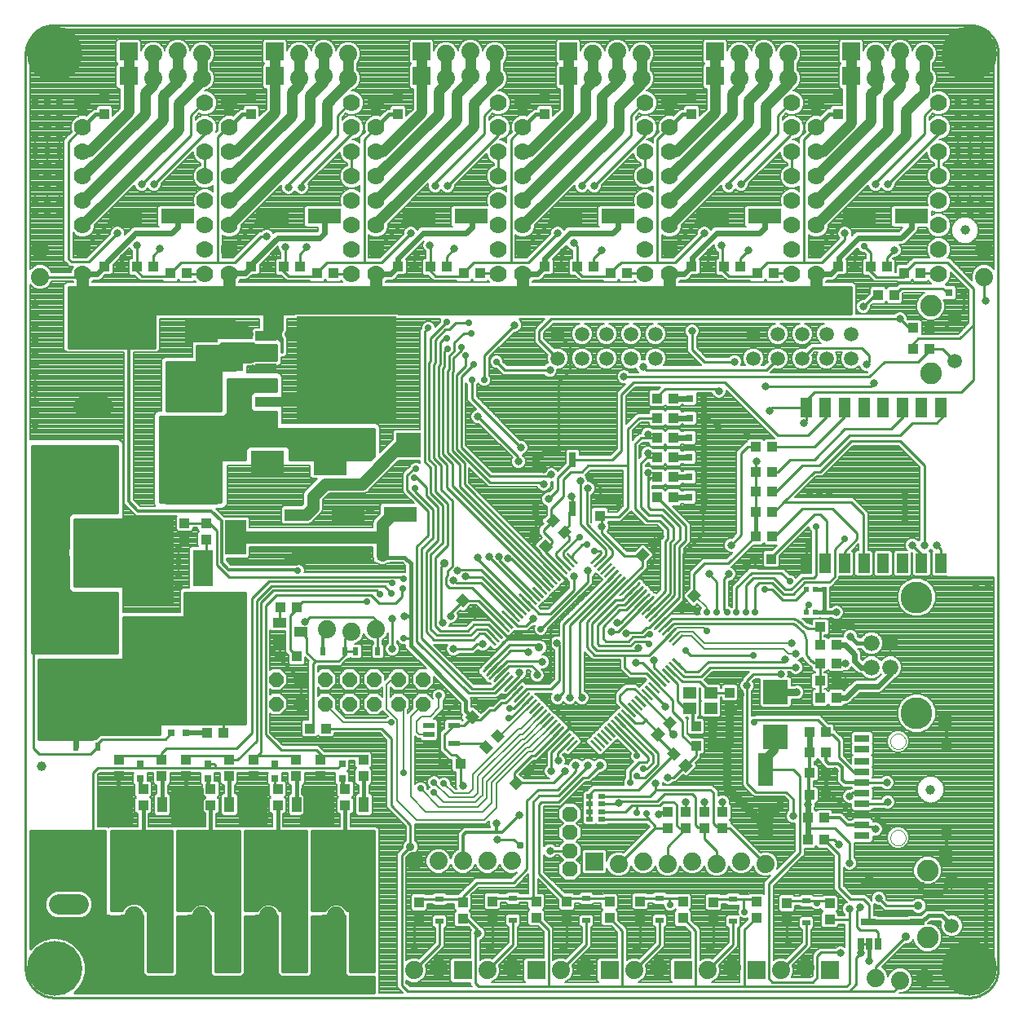
<source format=gtl>
G75*
G70*
%OFA0B0*%
%FSLAX24Y24*%
%IPPOS*%
%LPD*%
%AMOC8*
5,1,8,0,0,1.08239X$1,22.5*
%
%ADD10C,0.0100*%
%ADD11R,0.0106X0.0591*%
%ADD12R,0.0591X0.0106*%
%ADD13R,0.0551X0.0472*%
%ADD14R,0.0433X0.0394*%
%ADD15R,0.0394X0.0433*%
%ADD16R,0.0600X0.0300*%
%ADD17R,0.0315X0.0315*%
%ADD18R,0.0300X0.0600*%
%ADD19C,0.0660*%
%ADD20C,0.1300*%
%ADD21R,0.0197X0.0197*%
%ADD22C,0.0594*%
%ADD23R,0.0327X0.0248*%
%ADD24R,0.1000X0.1000*%
%ADD25R,0.4098X0.4252*%
%ADD26R,0.0850X0.0420*%
%ADD27R,0.2126X0.1575*%
%ADD28R,0.0827X0.0500*%
%ADD29R,0.0472X0.0787*%
%ADD30C,0.0886*%
%ADD31C,0.0740*%
%ADD32R,0.0531X0.0591*%
%ADD33R,0.0394X0.0551*%
%ADD34R,0.0394X0.0512*%
%ADD35R,0.0591X0.0295*%
%ADD36C,0.0000*%
%ADD37R,0.0740X0.0740*%
%ADD38C,0.0700*%
%ADD39R,0.1378X0.0630*%
%ADD40R,0.0820X0.1500*%
%ADD41R,0.4500X0.3500*%
%ADD42C,0.0394*%
%ADD43R,0.2126X0.2441*%
%ADD44R,0.0394X0.0630*%
%ADD45R,0.0880X0.0480*%
%ADD46R,0.0866X0.1417*%
%ADD47R,0.0256X0.0197*%
%ADD48R,0.0551X0.0394*%
%ADD49C,0.0825*%
%ADD50R,0.0248X0.0327*%
%ADD51OC8,0.0600*%
%ADD52R,0.0472X0.0217*%
%ADD53R,0.0250X0.0500*%
%ADD54OC8,0.0630*%
%ADD55R,0.0630X0.1378*%
%ADD56C,0.0669*%
%ADD57R,0.1378X0.0984*%
%ADD58C,0.0120*%
%ADD59C,0.0240*%
%ADD60C,0.0160*%
%ADD61C,0.0317*%
%ADD62C,0.0500*%
%ADD63C,0.2250*%
%ADD64C,0.0320*%
%ADD65C,0.0400*%
%ADD66C,0.0277*%
%ADD67C,0.1500*%
%ADD68C,0.0080*%
%ADD69C,0.0356*%
%ADD70C,0.0560*%
%ADD71C,0.0300*%
%ADD72R,0.0356X0.0356*%
%ADD73C,0.0200*%
%ADD74C,0.1000*%
%ADD75C,0.0700*%
%ADD76C,0.0310*%
%ADD77C,0.0420*%
%ADD78C,0.0760*%
D10*
X002330Y001759D02*
X002330Y039160D01*
X002332Y039226D01*
X002337Y039292D01*
X002347Y039358D01*
X002360Y039423D01*
X002376Y039487D01*
X002396Y039550D01*
X002420Y039612D01*
X002447Y039672D01*
X002477Y039731D01*
X002511Y039788D01*
X002548Y039843D01*
X002588Y039896D01*
X002630Y039947D01*
X002676Y039995D01*
X002724Y040041D01*
X002775Y040083D01*
X002828Y040123D01*
X002883Y040160D01*
X002940Y040194D01*
X002999Y040224D01*
X003059Y040251D01*
X003121Y040275D01*
X003184Y040295D01*
X003248Y040311D01*
X003313Y040324D01*
X003379Y040334D01*
X003445Y040339D01*
X003511Y040341D01*
X040913Y040341D01*
X040979Y040339D01*
X041045Y040334D01*
X041111Y040324D01*
X041176Y040311D01*
X041240Y040295D01*
X041303Y040275D01*
X041365Y040251D01*
X041425Y040224D01*
X041484Y040194D01*
X041541Y040160D01*
X041596Y040123D01*
X041649Y040083D01*
X041700Y040041D01*
X041748Y039995D01*
X041794Y039947D01*
X041836Y039896D01*
X041876Y039843D01*
X041913Y039788D01*
X041947Y039731D01*
X041977Y039672D01*
X042004Y039612D01*
X042028Y039550D01*
X042048Y039487D01*
X042064Y039423D01*
X042077Y039358D01*
X042087Y039292D01*
X042092Y039226D01*
X042094Y039160D01*
X042094Y001759D01*
X042092Y001693D01*
X042087Y001627D01*
X042077Y001561D01*
X042064Y001496D01*
X042048Y001432D01*
X042028Y001369D01*
X042004Y001307D01*
X041977Y001247D01*
X041947Y001188D01*
X041913Y001131D01*
X041876Y001076D01*
X041836Y001023D01*
X041794Y000972D01*
X041748Y000924D01*
X041700Y000878D01*
X041649Y000836D01*
X041596Y000796D01*
X041541Y000759D01*
X041484Y000725D01*
X041425Y000695D01*
X041365Y000668D01*
X041303Y000644D01*
X041240Y000624D01*
X041176Y000608D01*
X041111Y000595D01*
X041045Y000585D01*
X040979Y000580D01*
X040913Y000578D01*
X003511Y000578D01*
X004333Y000777D02*
X004531Y000976D01*
X004699Y001266D01*
X004786Y001591D01*
X004786Y001926D01*
X004699Y002251D01*
X004531Y002541D01*
X004294Y002779D01*
X004003Y002947D01*
X003679Y003034D01*
X003343Y003034D01*
X003019Y002947D01*
X002728Y002779D01*
X002530Y002581D01*
X002530Y007390D01*
X005580Y007390D01*
X005580Y003940D01*
X005721Y003940D01*
X005754Y003906D01*
X006206Y003906D01*
X006239Y003940D01*
X007130Y003940D01*
X007130Y001557D01*
X007247Y001440D01*
X008413Y001440D01*
X008530Y001557D01*
X008530Y003906D01*
X008956Y003906D01*
X008989Y003940D01*
X009880Y003940D01*
X009880Y001557D01*
X009997Y001440D01*
X011163Y001440D01*
X011280Y001557D01*
X011280Y003906D01*
X011706Y003906D01*
X011739Y003940D01*
X012630Y003940D01*
X012630Y001557D01*
X012747Y001440D01*
X013913Y001440D01*
X014030Y001557D01*
X014030Y003906D01*
X014456Y003906D01*
X014489Y003940D01*
X015380Y003940D01*
X015380Y001557D01*
X015497Y001440D01*
X016580Y001440D01*
X016580Y000777D01*
X004333Y000777D01*
X004429Y000873D02*
X016580Y000873D01*
X016580Y000972D02*
X004527Y000972D01*
X004586Y001070D02*
X016580Y001070D01*
X016580Y001169D02*
X004643Y001169D01*
X004699Y001267D02*
X016580Y001267D01*
X016580Y001366D02*
X004726Y001366D01*
X004752Y001464D02*
X007223Y001464D01*
X007130Y001563D02*
X004779Y001563D01*
X004786Y001661D02*
X007130Y001661D01*
X007130Y001760D02*
X004786Y001760D01*
X004786Y001858D02*
X007130Y001858D01*
X007130Y001957D02*
X004778Y001957D01*
X004752Y002055D02*
X007130Y002055D01*
X007130Y002154D02*
X004725Y002154D01*
X004698Y002252D02*
X007130Y002252D01*
X007130Y002351D02*
X004642Y002351D01*
X004585Y002449D02*
X007130Y002449D01*
X007130Y002548D02*
X004525Y002548D01*
X004427Y002646D02*
X007130Y002646D01*
X007130Y002745D02*
X004328Y002745D01*
X004183Y002843D02*
X007130Y002843D01*
X007130Y002942D02*
X004012Y002942D01*
X003556Y003828D02*
X003349Y003913D01*
X003191Y004071D01*
X003105Y004278D01*
X003105Y004502D01*
X003191Y004709D01*
X003349Y004867D01*
X003556Y004952D01*
X004604Y004952D01*
X004811Y004867D01*
X004969Y004709D01*
X005055Y004502D01*
X005055Y004278D01*
X004969Y004071D01*
X004811Y003913D01*
X004604Y003828D01*
X003556Y003828D01*
X003554Y003828D02*
X002530Y003828D01*
X002530Y003730D02*
X007130Y003730D01*
X007130Y003828D02*
X004606Y003828D01*
X004825Y003927D02*
X005734Y003927D01*
X005580Y004025D02*
X004923Y004025D01*
X004991Y004124D02*
X005580Y004124D01*
X005580Y004222D02*
X005032Y004222D01*
X005055Y004321D02*
X005580Y004321D01*
X005580Y004419D02*
X005055Y004419D01*
X005049Y004518D02*
X005580Y004518D01*
X005580Y004616D02*
X005008Y004616D01*
X004963Y004715D02*
X005580Y004715D01*
X005580Y004813D02*
X004865Y004813D01*
X004703Y004912D02*
X005580Y004912D01*
X005580Y005010D02*
X002530Y005010D01*
X002530Y004912D02*
X003457Y004912D01*
X003295Y004813D02*
X002530Y004813D01*
X002530Y004715D02*
X003197Y004715D01*
X003152Y004616D02*
X002530Y004616D01*
X002530Y004518D02*
X003111Y004518D01*
X003105Y004419D02*
X002530Y004419D01*
X002530Y004321D02*
X003105Y004321D01*
X003128Y004222D02*
X002530Y004222D01*
X002530Y004124D02*
X003169Y004124D01*
X003237Y004025D02*
X002530Y004025D01*
X002530Y003927D02*
X003335Y003927D01*
X002530Y003631D02*
X007130Y003631D01*
X007130Y003533D02*
X002530Y003533D01*
X002530Y003434D02*
X007130Y003434D01*
X007130Y003336D02*
X002530Y003336D01*
X002530Y003237D02*
X007130Y003237D01*
X007130Y003139D02*
X002530Y003139D01*
X002530Y003040D02*
X007130Y003040D01*
X007330Y003040D02*
X008330Y003040D01*
X008330Y002942D02*
X007330Y002942D01*
X007330Y002843D02*
X008330Y002843D01*
X008330Y002745D02*
X007330Y002745D01*
X007330Y002646D02*
X008330Y002646D01*
X008330Y002548D02*
X007330Y002548D01*
X007330Y002449D02*
X008330Y002449D01*
X008330Y002351D02*
X007330Y002351D01*
X007330Y002252D02*
X008330Y002252D01*
X008330Y002154D02*
X007330Y002154D01*
X007330Y002055D02*
X008330Y002055D01*
X008330Y001957D02*
X007330Y001957D01*
X007330Y001858D02*
X008330Y001858D01*
X008330Y001760D02*
X007330Y001760D01*
X007330Y001661D02*
X008330Y001661D01*
X008330Y001640D02*
X007330Y001640D01*
X007330Y004140D01*
X007224Y004140D01*
X007192Y004216D01*
X007049Y004360D01*
X006861Y004437D01*
X006659Y004437D01*
X006471Y004360D01*
X006328Y004216D01*
X006296Y004140D01*
X005830Y004140D01*
X005830Y007390D01*
X008330Y007390D01*
X008330Y001640D01*
X008530Y001661D02*
X009880Y001661D01*
X009880Y001563D02*
X008530Y001563D01*
X008437Y001464D02*
X009973Y001464D01*
X010080Y001640D02*
X010080Y004140D01*
X009942Y004140D01*
X009917Y004199D01*
X009782Y004334D01*
X009605Y004407D01*
X009415Y004407D01*
X009238Y004334D01*
X009103Y004199D01*
X009078Y004140D01*
X008530Y004140D01*
X008530Y007390D01*
X011080Y007390D01*
X011080Y001640D01*
X010080Y001640D01*
X010080Y001661D02*
X011080Y001661D01*
X011080Y001760D02*
X010080Y001760D01*
X010080Y001858D02*
X011080Y001858D01*
X011080Y001957D02*
X010080Y001957D01*
X010080Y002055D02*
X011080Y002055D01*
X011080Y002154D02*
X010080Y002154D01*
X010080Y002252D02*
X011080Y002252D01*
X011080Y002351D02*
X010080Y002351D01*
X010080Y002449D02*
X011080Y002449D01*
X011080Y002548D02*
X010080Y002548D01*
X010080Y002646D02*
X011080Y002646D01*
X011080Y002745D02*
X010080Y002745D01*
X010080Y002843D02*
X011080Y002843D01*
X011080Y002942D02*
X010080Y002942D01*
X010080Y003040D02*
X011080Y003040D01*
X011080Y003139D02*
X010080Y003139D01*
X010080Y003237D02*
X011080Y003237D01*
X011080Y003336D02*
X010080Y003336D01*
X010080Y003434D02*
X011080Y003434D01*
X011080Y003533D02*
X010080Y003533D01*
X010080Y003631D02*
X011080Y003631D01*
X011080Y003730D02*
X010080Y003730D01*
X010080Y003828D02*
X011080Y003828D01*
X011080Y003927D02*
X010080Y003927D01*
X010080Y004025D02*
X011080Y004025D01*
X011080Y004124D02*
X010080Y004124D01*
X009894Y004222D02*
X011080Y004222D01*
X011080Y004321D02*
X009796Y004321D01*
X009880Y003927D02*
X008976Y003927D01*
X009126Y004222D02*
X008530Y004222D01*
X008530Y004321D02*
X009224Y004321D01*
X008530Y004419D02*
X011080Y004419D01*
X011080Y004518D02*
X008530Y004518D01*
X008530Y004616D02*
X011080Y004616D01*
X011080Y004715D02*
X008530Y004715D01*
X008530Y004813D02*
X011080Y004813D01*
X011080Y004912D02*
X008530Y004912D01*
X008530Y005010D02*
X011080Y005010D01*
X011080Y005109D02*
X008530Y005109D01*
X008530Y005207D02*
X011080Y005207D01*
X011080Y005306D02*
X008530Y005306D01*
X008530Y005404D02*
X011080Y005404D01*
X011080Y005503D02*
X008530Y005503D01*
X008530Y005601D02*
X011080Y005601D01*
X011080Y005700D02*
X008530Y005700D01*
X008530Y005798D02*
X011080Y005798D01*
X011080Y005897D02*
X008530Y005897D01*
X008530Y005995D02*
X011080Y005995D01*
X011080Y006094D02*
X008530Y006094D01*
X008530Y006192D02*
X011080Y006192D01*
X011080Y006291D02*
X008530Y006291D01*
X008530Y006389D02*
X011080Y006389D01*
X011080Y006488D02*
X008530Y006488D01*
X008530Y006586D02*
X011080Y006586D01*
X011080Y006685D02*
X008530Y006685D01*
X008530Y006783D02*
X011080Y006783D01*
X011080Y006882D02*
X008530Y006882D01*
X008530Y006980D02*
X011080Y006980D01*
X011080Y007079D02*
X008530Y007079D01*
X008530Y007177D02*
X011080Y007177D01*
X011080Y007276D02*
X008530Y007276D01*
X008530Y007374D02*
X011080Y007374D01*
X011280Y007374D02*
X013830Y007374D01*
X013830Y007390D02*
X013830Y001640D01*
X012830Y001640D01*
X012830Y004140D01*
X012692Y004140D01*
X012667Y004199D01*
X012532Y004334D01*
X012355Y004407D01*
X012165Y004407D01*
X011988Y004334D01*
X011853Y004199D01*
X011828Y004140D01*
X011280Y004140D01*
X011280Y007390D01*
X013830Y007390D01*
X013830Y007276D02*
X011280Y007276D01*
X011280Y007177D02*
X013830Y007177D01*
X013830Y007079D02*
X011280Y007079D01*
X011280Y006980D02*
X013830Y006980D01*
X013830Y006882D02*
X011280Y006882D01*
X011280Y006783D02*
X013830Y006783D01*
X013830Y006685D02*
X011280Y006685D01*
X011280Y006586D02*
X013830Y006586D01*
X013830Y006488D02*
X011280Y006488D01*
X011280Y006389D02*
X013830Y006389D01*
X013830Y006291D02*
X011280Y006291D01*
X011280Y006192D02*
X013830Y006192D01*
X013830Y006094D02*
X011280Y006094D01*
X011280Y005995D02*
X013830Y005995D01*
X013830Y005897D02*
X011280Y005897D01*
X011280Y005798D02*
X013830Y005798D01*
X013830Y005700D02*
X011280Y005700D01*
X011280Y005601D02*
X013830Y005601D01*
X013830Y005503D02*
X011280Y005503D01*
X011280Y005404D02*
X013830Y005404D01*
X013830Y005306D02*
X011280Y005306D01*
X011280Y005207D02*
X013830Y005207D01*
X013830Y005109D02*
X011280Y005109D01*
X011280Y005010D02*
X013830Y005010D01*
X013830Y004912D02*
X011280Y004912D01*
X011280Y004813D02*
X013830Y004813D01*
X013830Y004715D02*
X011280Y004715D01*
X011280Y004616D02*
X013830Y004616D01*
X013830Y004518D02*
X011280Y004518D01*
X011280Y004419D02*
X013830Y004419D01*
X013830Y004321D02*
X012546Y004321D01*
X012644Y004222D02*
X013830Y004222D01*
X013830Y004124D02*
X012830Y004124D01*
X012830Y004025D02*
X013830Y004025D01*
X013830Y003927D02*
X012830Y003927D01*
X012830Y003828D02*
X013830Y003828D01*
X013830Y003730D02*
X012830Y003730D01*
X012830Y003631D02*
X013830Y003631D01*
X013830Y003533D02*
X012830Y003533D01*
X012830Y003434D02*
X013830Y003434D01*
X013830Y003336D02*
X012830Y003336D01*
X012830Y003237D02*
X013830Y003237D01*
X013830Y003139D02*
X012830Y003139D01*
X012830Y003040D02*
X013830Y003040D01*
X013830Y002942D02*
X012830Y002942D01*
X012830Y002843D02*
X013830Y002843D01*
X013830Y002745D02*
X012830Y002745D01*
X012830Y002646D02*
X013830Y002646D01*
X013830Y002548D02*
X012830Y002548D01*
X012830Y002449D02*
X013830Y002449D01*
X013830Y002351D02*
X012830Y002351D01*
X012830Y002252D02*
X013830Y002252D01*
X013830Y002154D02*
X012830Y002154D01*
X012830Y002055D02*
X013830Y002055D01*
X013830Y001957D02*
X012830Y001957D01*
X012830Y001858D02*
X013830Y001858D01*
X013830Y001760D02*
X012830Y001760D01*
X012830Y001661D02*
X013830Y001661D01*
X014030Y001661D02*
X015380Y001661D01*
X015380Y001563D02*
X014030Y001563D01*
X013937Y001464D02*
X015473Y001464D01*
X015580Y001640D02*
X015580Y004140D01*
X015442Y004140D01*
X015417Y004199D01*
X015282Y004334D01*
X015105Y004407D01*
X014915Y004407D01*
X014738Y004334D01*
X014603Y004199D01*
X014578Y004140D01*
X014030Y004140D01*
X014030Y007390D01*
X016580Y007390D01*
X016580Y001640D01*
X015580Y001640D01*
X015580Y001661D02*
X016580Y001661D01*
X016580Y001760D02*
X015580Y001760D01*
X015580Y001858D02*
X016580Y001858D01*
X016580Y001957D02*
X015580Y001957D01*
X015580Y002055D02*
X016580Y002055D01*
X016580Y002154D02*
X015580Y002154D01*
X015580Y002252D02*
X016580Y002252D01*
X016580Y002351D02*
X015580Y002351D01*
X015580Y002449D02*
X016580Y002449D01*
X016580Y002548D02*
X015580Y002548D01*
X015580Y002646D02*
X016580Y002646D01*
X016580Y002745D02*
X015580Y002745D01*
X015580Y002843D02*
X016580Y002843D01*
X016580Y002942D02*
X015580Y002942D01*
X015580Y003040D02*
X016580Y003040D01*
X016580Y003139D02*
X015580Y003139D01*
X015580Y003237D02*
X016580Y003237D01*
X016580Y003336D02*
X015580Y003336D01*
X015580Y003434D02*
X016580Y003434D01*
X016580Y003533D02*
X015580Y003533D01*
X015580Y003631D02*
X016580Y003631D01*
X016580Y003730D02*
X015580Y003730D01*
X015580Y003828D02*
X016580Y003828D01*
X016580Y003927D02*
X015580Y003927D01*
X015580Y004025D02*
X016580Y004025D01*
X016580Y004124D02*
X015580Y004124D01*
X015394Y004222D02*
X016580Y004222D01*
X016580Y004321D02*
X015296Y004321D01*
X015380Y003927D02*
X014476Y003927D01*
X014626Y004222D02*
X014030Y004222D01*
X014030Y004321D02*
X014724Y004321D01*
X015380Y003828D02*
X014030Y003828D01*
X014030Y003730D02*
X015380Y003730D01*
X015380Y003631D02*
X014030Y003631D01*
X014030Y003533D02*
X015380Y003533D01*
X015380Y003434D02*
X014030Y003434D01*
X014030Y003336D02*
X015380Y003336D01*
X015380Y003237D02*
X014030Y003237D01*
X014030Y003139D02*
X015380Y003139D01*
X015380Y003040D02*
X014030Y003040D01*
X014030Y002942D02*
X015380Y002942D01*
X015380Y002843D02*
X014030Y002843D01*
X014030Y002745D02*
X015380Y002745D01*
X015380Y002646D02*
X014030Y002646D01*
X014030Y002548D02*
X015380Y002548D01*
X015380Y002449D02*
X014030Y002449D01*
X014030Y002351D02*
X015380Y002351D01*
X015380Y002252D02*
X014030Y002252D01*
X014030Y002154D02*
X015380Y002154D01*
X015380Y002055D02*
X014030Y002055D01*
X014030Y001957D02*
X015380Y001957D01*
X015380Y001858D02*
X014030Y001858D01*
X014030Y001760D02*
X015380Y001760D01*
X017705Y001078D02*
X017705Y006386D01*
X018066Y006747D01*
X018066Y007647D01*
X017280Y008434D01*
X017280Y011178D01*
X016880Y011578D01*
X014615Y011578D01*
X014080Y011678D02*
X014080Y014228D01*
X014180Y014328D01*
X013830Y014678D01*
X013830Y015261D01*
X013576Y015515D01*
X013752Y015937D02*
X013955Y016140D01*
X016518Y016140D01*
X016643Y016015D01*
X016643Y015628D01*
X016733Y015537D01*
X016733Y014728D01*
X017330Y014828D02*
X017330Y016078D01*
X017830Y016171D02*
X017955Y016203D01*
X018080Y016078D01*
X017455Y016703D02*
X017705Y016953D01*
X017705Y017265D01*
X017736Y017296D01*
X017768Y017703D02*
X017693Y017778D01*
X010643Y017778D01*
X010143Y018278D01*
X010143Y019665D01*
X009855Y019953D01*
X009727Y019953D01*
X009705Y019975D01*
X009745Y019975D01*
X009705Y019975D02*
X008830Y019975D01*
X008330Y019982D02*
X004330Y019982D01*
X004330Y019884D02*
X008330Y019884D01*
X008330Y019785D02*
X004330Y019785D01*
X004330Y019687D02*
X008330Y019687D01*
X008330Y019588D02*
X004330Y019588D01*
X004330Y019490D02*
X008330Y019490D01*
X008330Y019391D02*
X004330Y019391D01*
X004330Y019293D02*
X008330Y019293D01*
X008245Y019305D02*
X008080Y019140D01*
X008245Y019305D02*
X008830Y019305D01*
X008330Y019194D02*
X004330Y019194D01*
X004330Y019096D02*
X008330Y019096D01*
X008330Y018997D02*
X004330Y018997D01*
X004330Y018899D02*
X008330Y018899D01*
X008330Y018800D02*
X004330Y018800D01*
X004330Y018702D02*
X008330Y018702D01*
X008330Y018603D02*
X004330Y018603D01*
X004330Y018505D02*
X008330Y018505D01*
X008330Y018406D02*
X004330Y018406D01*
X004330Y018308D02*
X008330Y018308D01*
X008330Y018209D02*
X004330Y018209D01*
X004330Y018111D02*
X008330Y018111D01*
X008330Y018012D02*
X004330Y018012D01*
X004330Y017914D02*
X008330Y017914D01*
X008330Y017815D02*
X004330Y017815D01*
X004330Y017717D02*
X008330Y017717D01*
X008330Y017618D02*
X004330Y017618D01*
X004330Y017520D02*
X008330Y017520D01*
X008330Y017421D02*
X004330Y017421D01*
X004330Y017390D02*
X006330Y017390D01*
X006330Y016640D01*
X008330Y016640D01*
X008330Y020140D01*
X004330Y020140D01*
X004330Y017390D01*
X004128Y017224D02*
X002590Y017224D01*
X002590Y017126D02*
X006070Y017126D01*
X006070Y017130D02*
X006070Y016588D01*
X006080Y016564D01*
X006080Y016216D01*
X006070Y016192D01*
X006070Y014650D01*
X002590Y014650D01*
X002590Y023140D01*
X006080Y023140D01*
X006080Y020400D01*
X004278Y020400D01*
X004183Y020360D01*
X004110Y020287D01*
X004070Y020192D01*
X004070Y018962D01*
X004045Y018901D01*
X004045Y018654D01*
X004070Y018593D01*
X004070Y017338D01*
X004110Y017243D01*
X004183Y017170D01*
X004278Y017130D01*
X006070Y017130D01*
X006070Y017027D02*
X002590Y017027D01*
X002590Y016929D02*
X006070Y016929D01*
X006070Y016830D02*
X002590Y016830D01*
X002590Y016732D02*
X006070Y016732D01*
X006070Y016633D02*
X002590Y016633D01*
X002590Y016535D02*
X006080Y016535D01*
X006080Y016436D02*
X002590Y016436D01*
X002590Y016338D02*
X006080Y016338D01*
X006080Y016239D02*
X002590Y016239D01*
X002590Y016141D02*
X006070Y016141D01*
X006070Y016042D02*
X002590Y016042D01*
X002590Y015944D02*
X006070Y015944D01*
X006070Y015845D02*
X002590Y015845D01*
X002590Y015747D02*
X006070Y015747D01*
X006070Y015648D02*
X002590Y015648D01*
X002590Y015550D02*
X006070Y015550D01*
X006070Y015451D02*
X002590Y015451D01*
X002590Y015353D02*
X006070Y015353D01*
X006070Y015254D02*
X002590Y015254D01*
X002590Y015156D02*
X006070Y015156D01*
X006070Y015057D02*
X002590Y015057D01*
X002590Y014959D02*
X006070Y014959D01*
X006070Y014860D02*
X002590Y014860D01*
X002643Y014890D02*
X004080Y014890D01*
X002842Y014390D02*
X006330Y014390D01*
X006330Y016140D01*
X008830Y016140D01*
X008830Y017140D01*
X011330Y017140D01*
X011330Y011765D01*
X007830Y011765D01*
X007830Y011340D01*
X005360Y011340D01*
X005173Y011153D01*
X005097Y011153D01*
X005083Y011140D01*
X002842Y011140D01*
X002842Y014390D01*
X002842Y014368D02*
X011330Y014368D01*
X011330Y014466D02*
X006330Y014466D01*
X006330Y014565D02*
X011330Y014565D01*
X011330Y014663D02*
X006330Y014663D01*
X006330Y014762D02*
X011330Y014762D01*
X011330Y014860D02*
X006330Y014860D01*
X006330Y014959D02*
X011330Y014959D01*
X011330Y015057D02*
X006330Y015057D01*
X006330Y015156D02*
X011330Y015156D01*
X011330Y015254D02*
X006330Y015254D01*
X006330Y015353D02*
X011330Y015353D01*
X011330Y015451D02*
X006330Y015451D01*
X006330Y015550D02*
X011330Y015550D01*
X011330Y015648D02*
X006330Y015648D01*
X006330Y015747D02*
X011330Y015747D01*
X011330Y015845D02*
X006330Y015845D01*
X006330Y015944D02*
X011330Y015944D01*
X011330Y016042D02*
X006330Y016042D01*
X006330Y016732D02*
X008330Y016732D01*
X008330Y016830D02*
X006330Y016830D01*
X006330Y016929D02*
X008330Y016929D01*
X008330Y017027D02*
X006330Y017027D01*
X006330Y017126D02*
X008330Y017126D01*
X008330Y017224D02*
X006330Y017224D01*
X006330Y017323D02*
X008330Y017323D01*
X008830Y017126D02*
X011330Y017126D01*
X011330Y017027D02*
X008830Y017027D01*
X008830Y016929D02*
X011330Y016929D01*
X011330Y016830D02*
X008830Y016830D01*
X008830Y016732D02*
X011330Y016732D01*
X011330Y016633D02*
X008830Y016633D01*
X008830Y016535D02*
X011330Y016535D01*
X011330Y016436D02*
X008830Y016436D01*
X008830Y016338D02*
X011330Y016338D01*
X011330Y016239D02*
X008830Y016239D01*
X008830Y016141D02*
X011330Y016141D01*
X011768Y016788D02*
X012383Y017403D01*
X017005Y017403D01*
X017299Y017109D01*
X017330Y017515D02*
X017255Y017590D01*
X012268Y017590D01*
X011580Y016903D01*
X011580Y011390D01*
X010955Y010765D01*
X008080Y010765D01*
X007893Y010578D01*
X007893Y010287D01*
X007790Y010287D01*
X007790Y010368D01*
X007705Y010453D01*
X006227Y010453D01*
X006143Y010368D01*
X006143Y010287D01*
X007018Y010123D02*
X007018Y010015D01*
X007080Y009953D01*
X010080Y009953D01*
X012580Y009953D01*
X012518Y010015D01*
X012518Y010123D01*
X012580Y009953D02*
X015097Y009953D01*
X015268Y010123D01*
X016058Y010453D02*
X014455Y010453D01*
X014393Y010515D01*
X014205Y010703D01*
X012768Y010703D01*
X012139Y011331D01*
X012139Y016598D01*
X012569Y017028D01*
X016443Y017028D01*
X016768Y016703D01*
X017455Y016703D01*
X016830Y017078D02*
X016693Y017215D01*
X012455Y017215D01*
X011955Y016715D01*
X011955Y010600D01*
X011643Y010287D01*
X011643Y010290D01*
X011830Y010478D01*
X013202Y010478D01*
X013393Y010287D01*
X014393Y010287D02*
X014393Y010515D01*
X013980Y011578D02*
X014080Y011678D01*
X013980Y011578D02*
X013945Y011578D01*
X013580Y012578D02*
X013580Y013578D01*
X012745Y014412D01*
X012745Y014515D01*
X012573Y014515D01*
X012400Y014688D01*
X012709Y014551D02*
X012745Y014515D01*
X012709Y014551D02*
X012709Y015141D01*
X013143Y014787D02*
X013415Y014515D01*
X013143Y014787D02*
X013143Y016203D01*
X013415Y016475D01*
X013415Y016515D01*
X013665Y016765D01*
X016268Y016765D01*
X015643Y015528D02*
X015383Y015268D01*
X015383Y014728D01*
X015827Y014728D01*
X015383Y014728D02*
X015383Y014580D01*
X015130Y014328D01*
X014180Y014328D01*
X012709Y015889D02*
X012709Y016479D01*
X012745Y016515D01*
X011768Y016788D02*
X011768Y011078D01*
X010977Y010287D01*
X010643Y010287D01*
X010643Y010368D01*
X010558Y010453D01*
X009018Y010453D01*
X008933Y010368D01*
X008933Y010287D01*
X009768Y010123D02*
X010035Y010123D01*
X010080Y010078D01*
X010080Y009953D01*
X009558Y009140D02*
X009558Y009138D01*
X009566Y009129D01*
X009566Y008857D01*
X009630Y008793D01*
X009643Y008793D01*
X009643Y008737D01*
X009630Y008737D01*
X009566Y008673D01*
X009566Y008188D01*
X009630Y008124D01*
X009643Y008124D01*
X009643Y007640D01*
X008330Y007640D01*
X008330Y009140D01*
X009558Y009140D01*
X009566Y009049D02*
X008330Y009049D01*
X008330Y008950D02*
X009566Y008950D01*
X009572Y008852D02*
X008330Y008852D01*
X008330Y008753D02*
X009643Y008753D01*
X009566Y008655D02*
X008330Y008655D01*
X008330Y008556D02*
X009566Y008556D01*
X009566Y008458D02*
X008330Y008458D01*
X008330Y008359D02*
X009566Y008359D01*
X009566Y008261D02*
X008330Y008261D01*
X008330Y008162D02*
X009592Y008162D01*
X009643Y008064D02*
X008330Y008064D01*
X008330Y007965D02*
X009643Y007965D01*
X009643Y007867D02*
X008330Y007867D01*
X008330Y007768D02*
X009643Y007768D01*
X009643Y007670D02*
X008330Y007670D01*
X008330Y007374D02*
X005830Y007374D01*
X005830Y007276D02*
X008330Y007276D01*
X008330Y007177D02*
X005830Y007177D01*
X005830Y007079D02*
X008330Y007079D01*
X008330Y006980D02*
X005830Y006980D01*
X005830Y006882D02*
X008330Y006882D01*
X008330Y006783D02*
X005830Y006783D01*
X005830Y006685D02*
X008330Y006685D01*
X008330Y006586D02*
X005830Y006586D01*
X005830Y006488D02*
X008330Y006488D01*
X008330Y006389D02*
X005830Y006389D01*
X005830Y006291D02*
X008330Y006291D01*
X008330Y006192D02*
X005830Y006192D01*
X005830Y006094D02*
X008330Y006094D01*
X008330Y005995D02*
X005830Y005995D01*
X005830Y005897D02*
X008330Y005897D01*
X008330Y005798D02*
X005830Y005798D01*
X005830Y005700D02*
X008330Y005700D01*
X008330Y005601D02*
X005830Y005601D01*
X005830Y005503D02*
X008330Y005503D01*
X008330Y005404D02*
X005830Y005404D01*
X005830Y005306D02*
X008330Y005306D01*
X008330Y005207D02*
X005830Y005207D01*
X005830Y005109D02*
X008330Y005109D01*
X008330Y005010D02*
X005830Y005010D01*
X005830Y004912D02*
X008330Y004912D01*
X008330Y004813D02*
X005830Y004813D01*
X005830Y004715D02*
X008330Y004715D01*
X008330Y004616D02*
X005830Y004616D01*
X005830Y004518D02*
X008330Y004518D01*
X008330Y004419D02*
X006906Y004419D01*
X007088Y004321D02*
X008330Y004321D01*
X008330Y004222D02*
X007187Y004222D01*
X007330Y004124D02*
X008330Y004124D01*
X008330Y004025D02*
X007330Y004025D01*
X007330Y003927D02*
X008330Y003927D01*
X008330Y003828D02*
X007330Y003828D01*
X007330Y003730D02*
X008330Y003730D01*
X008330Y003631D02*
X007330Y003631D01*
X007330Y003533D02*
X008330Y003533D01*
X008330Y003434D02*
X007330Y003434D01*
X007330Y003336D02*
X008330Y003336D01*
X008330Y003237D02*
X007330Y003237D01*
X007330Y003139D02*
X008330Y003139D01*
X008530Y003139D02*
X009880Y003139D01*
X009880Y003237D02*
X008530Y003237D01*
X008530Y003336D02*
X009880Y003336D01*
X009880Y003434D02*
X008530Y003434D01*
X008530Y003533D02*
X009880Y003533D01*
X009880Y003631D02*
X008530Y003631D01*
X008530Y003730D02*
X009880Y003730D01*
X009880Y003828D02*
X008530Y003828D01*
X008530Y003040D02*
X009880Y003040D01*
X009880Y002942D02*
X008530Y002942D01*
X008530Y002843D02*
X009880Y002843D01*
X009880Y002745D02*
X008530Y002745D01*
X008530Y002646D02*
X009880Y002646D01*
X009880Y002548D02*
X008530Y002548D01*
X008530Y002449D02*
X009880Y002449D01*
X009880Y002351D02*
X008530Y002351D01*
X008530Y002252D02*
X009880Y002252D01*
X009880Y002154D02*
X008530Y002154D01*
X008530Y002055D02*
X009880Y002055D01*
X009880Y001957D02*
X008530Y001957D01*
X008530Y001858D02*
X009880Y001858D01*
X009880Y001760D02*
X008530Y001760D01*
X007130Y003927D02*
X006226Y003927D01*
X006333Y004222D02*
X005830Y004222D01*
X005830Y004321D02*
X006432Y004321D01*
X006614Y004419D02*
X005830Y004419D01*
X005580Y005109D02*
X002530Y005109D01*
X002530Y005207D02*
X005580Y005207D01*
X005580Y005306D02*
X002530Y005306D01*
X002530Y005404D02*
X005580Y005404D01*
X005580Y005503D02*
X002530Y005503D01*
X002530Y005601D02*
X005580Y005601D01*
X005580Y005700D02*
X002530Y005700D01*
X002530Y005798D02*
X005580Y005798D01*
X005580Y005897D02*
X002530Y005897D01*
X002530Y005995D02*
X005580Y005995D01*
X005580Y006094D02*
X002530Y006094D01*
X002530Y006192D02*
X005580Y006192D01*
X005580Y006291D02*
X002530Y006291D01*
X002530Y006389D02*
X005580Y006389D01*
X005580Y006488D02*
X002530Y006488D01*
X002530Y006586D02*
X005580Y006586D01*
X005580Y006685D02*
X002530Y006685D01*
X002530Y006783D02*
X005580Y006783D01*
X005580Y006882D02*
X002530Y006882D01*
X002530Y006980D02*
X005580Y006980D01*
X005580Y007079D02*
X002530Y007079D01*
X002530Y007177D02*
X005580Y007177D01*
X005580Y007276D02*
X002530Y007276D01*
X002530Y007374D02*
X005580Y007374D01*
X005330Y007640D02*
X005330Y009140D01*
X006643Y009140D01*
X006643Y007640D01*
X005330Y007640D01*
X005330Y007670D02*
X006643Y007670D01*
X006643Y007768D02*
X005330Y007768D01*
X005330Y007867D02*
X006643Y007867D01*
X006643Y007965D02*
X005330Y007965D01*
X005330Y008064D02*
X006643Y008064D01*
X006643Y008162D02*
X005330Y008162D01*
X005330Y008261D02*
X006643Y008261D01*
X006643Y008359D02*
X005330Y008359D01*
X005330Y008458D02*
X006643Y008458D01*
X006643Y008556D02*
X005330Y008556D01*
X005330Y008655D02*
X006643Y008655D01*
X006643Y008753D02*
X005330Y008753D01*
X005330Y008852D02*
X006643Y008852D01*
X006643Y008950D02*
X005330Y008950D01*
X005330Y009049D02*
X006643Y009049D01*
X007018Y009225D02*
X007143Y009100D01*
X007915Y009536D02*
X007893Y009618D01*
X007080Y009953D02*
X005268Y009953D01*
X005080Y009765D01*
X005080Y006890D01*
X007080Y010078D02*
X007035Y010123D01*
X007018Y010123D01*
X008035Y011140D02*
X005443Y011140D01*
X005283Y010980D01*
X005283Y010840D01*
X004970Y010528D01*
X002880Y010528D01*
X002643Y010765D01*
X002643Y014890D01*
X002590Y014762D02*
X006070Y014762D01*
X006070Y014663D02*
X002590Y014663D01*
X002842Y014269D02*
X011330Y014269D01*
X011330Y014171D02*
X002842Y014171D01*
X002842Y014072D02*
X011330Y014072D01*
X011330Y013974D02*
X002842Y013974D01*
X002842Y013875D02*
X011330Y013875D01*
X011330Y013777D02*
X002842Y013777D01*
X002842Y013678D02*
X011330Y013678D01*
X011330Y013580D02*
X002842Y013580D01*
X002842Y013481D02*
X011330Y013481D01*
X011330Y013383D02*
X002842Y013383D01*
X002842Y013284D02*
X011330Y013284D01*
X011330Y013186D02*
X002842Y013186D01*
X002842Y013087D02*
X011330Y013087D01*
X011330Y012989D02*
X002842Y012989D01*
X002842Y012890D02*
X011330Y012890D01*
X011330Y012792D02*
X002842Y012792D01*
X002842Y012693D02*
X011330Y012693D01*
X011330Y012595D02*
X002842Y012595D01*
X002842Y012496D02*
X011330Y012496D01*
X011330Y012398D02*
X002842Y012398D01*
X002842Y012299D02*
X011330Y012299D01*
X011330Y012201D02*
X002842Y012201D01*
X002842Y012102D02*
X011330Y012102D01*
X011330Y012004D02*
X002842Y012004D01*
X002842Y011905D02*
X011330Y011905D01*
X011330Y011807D02*
X002842Y011807D01*
X002842Y011708D02*
X007830Y011708D01*
X007830Y011610D02*
X002842Y011610D01*
X002842Y011511D02*
X007830Y011511D01*
X007830Y011413D02*
X002842Y011413D01*
X002842Y011314D02*
X005334Y011314D01*
X005235Y011216D02*
X002842Y011216D01*
X003117Y011603D02*
X003080Y011640D01*
X004377Y011437D02*
X004580Y011640D01*
X008035Y011140D02*
X008285Y011390D01*
X010415Y011390D02*
X010415Y011805D01*
X008580Y013640D01*
X012518Y009532D02*
X012518Y009225D01*
X012643Y009100D01*
X012143Y009140D02*
X011080Y009140D01*
X011080Y007640D01*
X012143Y007640D01*
X012143Y009140D01*
X012143Y009049D02*
X011080Y009049D01*
X011080Y008950D02*
X012143Y008950D01*
X012143Y008852D02*
X011080Y008852D01*
X011080Y008753D02*
X012143Y008753D01*
X012143Y008655D02*
X011080Y008655D01*
X011080Y008556D02*
X012143Y008556D01*
X012143Y008458D02*
X011080Y008458D01*
X011080Y008359D02*
X012143Y008359D01*
X012143Y008261D02*
X011080Y008261D01*
X011080Y008162D02*
X012143Y008162D01*
X012143Y008064D02*
X011080Y008064D01*
X011080Y007965D02*
X012143Y007965D01*
X012143Y007867D02*
X011080Y007867D01*
X011080Y007768D02*
X012143Y007768D01*
X012143Y007670D02*
X011080Y007670D01*
X013580Y007670D02*
X014893Y007670D01*
X014893Y007640D02*
X013580Y007640D01*
X013580Y008042D01*
X013658Y008042D01*
X013722Y008107D01*
X013722Y008828D01*
X013658Y008892D01*
X013625Y008892D01*
X013625Y009140D01*
X014893Y009140D01*
X014893Y007640D01*
X014893Y007768D02*
X013580Y007768D01*
X013580Y007867D02*
X014893Y007867D01*
X014893Y007965D02*
X013580Y007965D01*
X013679Y008064D02*
X014893Y008064D01*
X014893Y008162D02*
X013722Y008162D01*
X013722Y008261D02*
X014893Y008261D01*
X014893Y008359D02*
X013722Y008359D01*
X013722Y008458D02*
X014893Y008458D01*
X014893Y008556D02*
X013722Y008556D01*
X013722Y008655D02*
X014893Y008655D01*
X014893Y008753D02*
X013722Y008753D01*
X013698Y008852D02*
X014893Y008852D01*
X014893Y008950D02*
X013625Y008950D01*
X013625Y009049D02*
X014893Y009049D01*
X016143Y010287D02*
X016143Y010368D01*
X016058Y010453D01*
X018818Y010953D02*
X019210Y010953D01*
X019236Y010928D01*
X019236Y011934D01*
X019930Y012628D01*
X020330Y012300D02*
X020330Y012296D01*
X020705Y011921D01*
X020674Y011921D01*
X020580Y011828D01*
X020705Y011921D02*
X020924Y011921D01*
X021332Y012329D01*
X021499Y012329D01*
X021788Y012618D01*
X021963Y012618D01*
X022450Y013106D01*
X022311Y013245D02*
X022311Y013246D01*
X022580Y013515D01*
X023018Y013515D01*
X023080Y013453D01*
X023580Y013453D01*
X023643Y013515D01*
X023768Y013640D01*
X023768Y015328D01*
X023758Y015337D01*
X022402Y015337D01*
X022486Y015421D01*
X022402Y015337D02*
X022029Y015337D01*
X021754Y015612D01*
X021030Y016336D01*
X020682Y016336D01*
X020573Y016336D01*
X020209Y016706D02*
X020209Y016809D01*
X019705Y016306D01*
X019705Y016171D01*
X019393Y015890D02*
X019330Y015953D01*
X019330Y018203D01*
X019455Y018328D01*
X019768Y018203D02*
X019768Y020890D01*
X019330Y021328D01*
X019330Y022328D01*
X019018Y022640D01*
X019018Y026463D01*
X019080Y026525D01*
X019080Y027474D01*
X019496Y027890D01*
X019643Y027890D01*
X019924Y028171D01*
X020455Y028171D01*
X020549Y027734D02*
X020236Y027734D01*
X019861Y027359D01*
X019861Y027015D01*
X019643Y026796D01*
X019643Y026265D01*
X019580Y026203D01*
X019580Y022858D01*
X020080Y022358D01*
X020080Y021462D01*
X023842Y017700D01*
X023981Y017839D02*
X020268Y021553D01*
X020268Y022430D01*
X019768Y022930D01*
X019768Y026130D01*
X019830Y026193D01*
X019830Y026724D01*
X020143Y027036D01*
X020143Y027171D01*
X020330Y026828D02*
X020330Y026400D01*
X019955Y026025D01*
X019955Y023003D01*
X021318Y021640D01*
X023455Y021640D01*
X023518Y021578D01*
X023768Y021890D02*
X021328Y021890D01*
X020143Y023075D01*
X020143Y025953D01*
X020643Y026453D01*
X021080Y026828D02*
X021080Y025828D01*
X020580Y025828D02*
X020580Y025078D01*
X022580Y023078D01*
X022455Y022703D02*
X022455Y022515D01*
X022486Y022484D01*
X022455Y022703D02*
X020830Y024328D01*
X019393Y022785D02*
X019768Y022410D01*
X019768Y021496D01*
X023703Y017560D01*
X023564Y017421D02*
X019549Y021436D01*
X019549Y022369D01*
X019205Y022713D01*
X019205Y026390D01*
X019268Y026453D01*
X019268Y027371D01*
X019443Y027546D01*
X019549Y027546D01*
X019580Y027109D02*
X019455Y026984D01*
X019455Y026359D01*
X019393Y026296D01*
X019393Y022785D01*
X019080Y022318D02*
X019080Y021278D01*
X019580Y020778D01*
X019580Y019078D01*
X019080Y018578D01*
X019080Y015765D01*
X019268Y015578D01*
X020418Y015578D01*
X020662Y015822D01*
X021266Y015822D01*
X021615Y015472D01*
X021476Y015333D02*
X021174Y015636D01*
X021174Y015640D01*
X020780Y015640D01*
X020530Y015390D01*
X019143Y015390D01*
X018893Y015640D01*
X018893Y018690D01*
X019380Y019178D01*
X019380Y020698D01*
X018893Y021185D01*
X018893Y022245D01*
X018643Y022495D01*
X018643Y027796D01*
X018799Y027953D01*
X018705Y027859D01*
X018893Y027546D02*
X019549Y028203D01*
X018893Y027546D02*
X018893Y026598D01*
X018830Y026535D01*
X018830Y022568D01*
X019080Y022318D01*
X018299Y022203D02*
X018205Y022203D01*
X017930Y021928D01*
X017930Y021328D01*
X018780Y020478D01*
X018780Y019478D01*
X018330Y019028D01*
X018330Y015140D01*
X020455Y013015D01*
X021518Y013015D01*
X022026Y013524D01*
X022033Y013524D01*
X022168Y013385D02*
X021924Y013140D01*
X021881Y012815D02*
X021709Y012815D01*
X021409Y012515D01*
X021062Y012515D01*
X020893Y012515D01*
X020705Y012703D01*
X020568Y013203D02*
X018518Y015253D01*
X018518Y018915D01*
X018980Y019378D01*
X018980Y020538D01*
X018258Y021260D01*
X018258Y021390D01*
X018300Y021828D02*
X018205Y021828D01*
X018300Y021828D02*
X018705Y021423D01*
X018705Y021103D01*
X019180Y020628D01*
X019180Y019278D01*
X018705Y018803D01*
X018705Y015528D01*
X019030Y015203D01*
X020643Y015203D01*
X020893Y015453D01*
X021080Y015453D01*
X021337Y015196D01*
X021337Y015194D01*
X021030Y015028D02*
X020780Y015028D01*
X020580Y014828D01*
X019830Y014828D01*
X021049Y013921D02*
X021337Y014209D01*
X021337Y014220D01*
X021337Y014225D01*
X022111Y014999D01*
X023221Y014999D01*
X023330Y014890D01*
X022893Y014703D02*
X022830Y014765D01*
X022160Y014765D01*
X021476Y014081D01*
X021474Y014081D01*
X021174Y013781D01*
X021299Y013624D02*
X021615Y013941D01*
X021615Y013941D01*
X022001Y014328D01*
X023424Y014328D01*
X023455Y014296D01*
X023236Y013921D02*
X023018Y014140D01*
X022092Y014140D01*
X021754Y013802D01*
X021742Y013787D01*
X021486Y013531D01*
X021424Y013203D02*
X020568Y013203D01*
X021424Y013203D02*
X021884Y013663D01*
X021894Y013663D01*
X022168Y013385D02*
X022172Y013385D01*
X022518Y013730D01*
X022518Y013859D01*
X022311Y013245D02*
X021881Y012815D01*
X022330Y012703D02*
X022590Y012962D01*
X022590Y012967D01*
X022825Y013203D01*
X023830Y013203D01*
X024143Y013515D01*
X024143Y014984D01*
X024049Y015078D01*
X023768Y015328D02*
X023768Y015640D01*
X025018Y016890D01*
X024736Y017244D02*
X024736Y017796D01*
X024424Y017671D02*
X024424Y017359D01*
X024018Y016953D01*
X023772Y016280D02*
X024736Y017244D01*
X024424Y017671D02*
X024121Y017974D01*
X024121Y017978D01*
X023356Y018743D01*
X023356Y018782D01*
X023078Y019060D01*
X023078Y019300D01*
X023205Y019427D01*
X023120Y019499D01*
X023198Y019577D01*
X023198Y020562D01*
X023198Y020140D01*
X023315Y020023D01*
X023520Y019703D02*
X023892Y020075D01*
X023830Y020137D01*
X023830Y020578D01*
X024330Y021078D01*
X024330Y021778D01*
X024630Y022078D01*
X025080Y022078D01*
X025330Y022328D01*
X026955Y022328D01*
X026955Y023828D01*
X027403Y024276D01*
X028151Y024276D01*
X028028Y024276D01*
X027768Y023609D02*
X027768Y023453D01*
X028134Y023453D01*
X028152Y023471D01*
X027768Y023453D02*
X027486Y023453D01*
X027236Y023203D01*
X027236Y020578D01*
X027736Y020078D01*
X028236Y020078D01*
X028580Y019734D01*
X028580Y019328D01*
X028486Y019234D01*
X028486Y017193D01*
X027740Y016447D01*
X027740Y016456D01*
X027601Y016586D02*
X027967Y016953D01*
X027814Y017078D02*
X027461Y016725D01*
X026642Y015906D01*
X026533Y015906D01*
X026561Y015546D02*
X026299Y015546D01*
X026561Y015546D02*
X027601Y016586D01*
X027879Y016314D02*
X027879Y016308D01*
X028674Y017102D01*
X028674Y019161D01*
X028830Y019318D01*
X028830Y019796D01*
X028330Y020296D01*
X027811Y020296D01*
X027486Y020621D01*
X027486Y022421D01*
X027736Y022671D01*
X027768Y022671D01*
X027768Y022828D01*
X027768Y022671D02*
X028145Y022671D01*
X028152Y022664D01*
X027768Y022015D02*
X027768Y021703D01*
X027893Y021828D01*
X028128Y021828D01*
X028152Y021852D01*
X027768Y021703D02*
X027768Y020640D01*
X027893Y020515D01*
X028393Y020515D01*
X029080Y019828D01*
X029080Y019308D01*
X028861Y019089D01*
X028861Y017015D01*
X028018Y016172D01*
X028018Y016168D01*
X028157Y016029D02*
X027831Y015703D01*
X027705Y015703D01*
X027512Y015509D01*
X026949Y015509D01*
X026893Y015453D01*
X027164Y015328D02*
X026976Y015140D01*
X026049Y015140D01*
X025939Y015249D01*
X025939Y015734D01*
X026624Y016418D01*
X026876Y016418D01*
X027322Y016864D01*
X027691Y017234D01*
X027538Y017359D02*
X027183Y017004D01*
X026819Y016640D01*
X026549Y016640D01*
X025705Y015796D01*
X025705Y015015D01*
X025768Y014953D01*
X027049Y014953D01*
X027236Y015140D01*
X027736Y015140D01*
X027830Y015046D01*
X027611Y015328D02*
X027164Y015328D01*
X027611Y015328D02*
X027705Y015421D01*
X027861Y015421D01*
X027393Y014859D02*
X027299Y014765D01*
X025674Y014765D01*
X025486Y014953D01*
X025486Y015859D01*
X026455Y016828D01*
X026728Y016828D01*
X027044Y017143D01*
X027416Y017515D01*
X026905Y017282D02*
X027976Y018354D01*
X028026Y018404D01*
X028026Y019144D01*
X028026Y019172D01*
X028284Y019429D01*
X029046Y018994D02*
X029330Y019278D01*
X029330Y019855D01*
X028152Y021033D01*
X026955Y020609D02*
X026955Y022328D01*
X026698Y022945D02*
X026330Y022578D01*
X024714Y022578D01*
X024698Y022562D01*
X024698Y022445D01*
X024080Y021828D01*
X024080Y021328D01*
X023705Y020953D01*
X023768Y021890D02*
X023830Y021953D01*
X023503Y022179D02*
X023198Y022484D01*
X023198Y022500D01*
X024128Y022929D02*
X024128Y025750D01*
X024580Y026203D01*
X024580Y027203D01*
X024080Y027703D01*
X023830Y028328D02*
X023330Y027828D01*
X023330Y027453D01*
X024080Y026703D01*
X023768Y026234D02*
X021924Y026234D01*
X021580Y026578D01*
X021080Y026828D02*
X022330Y028078D01*
X023735Y028515D02*
X017598Y028515D01*
X017556Y028558D01*
X013333Y028558D01*
X013290Y028515D01*
X010265Y028515D01*
X010261Y028520D01*
X008758Y028520D01*
X008754Y028515D01*
X007630Y028515D01*
X007630Y027140D01*
X004080Y027140D01*
X004080Y029640D01*
X036080Y029640D01*
X036080Y028527D01*
X023747Y028527D01*
X023735Y028515D01*
X023830Y028328D02*
X038080Y028328D01*
X038439Y027969D01*
X038620Y027969D01*
X038830Y027515D02*
X040518Y027515D01*
X041080Y028078D01*
X041080Y029578D01*
X040018Y030640D01*
X038683Y030640D01*
X038245Y030203D01*
X038245Y030055D01*
X038236Y030046D01*
X037111Y030046D01*
X036830Y030328D01*
X036830Y030412D01*
X036870Y030453D01*
X036870Y031037D01*
X036611Y031296D01*
X036268Y031046D02*
X036227Y031006D01*
X036227Y030453D01*
X035580Y030475D02*
X035558Y030453D01*
X034893Y030640D02*
X035830Y031578D01*
X035830Y031828D01*
X036014Y032515D02*
X034658Y031159D01*
X034893Y030640D02*
X034155Y030640D01*
X034155Y035656D01*
X034658Y036159D01*
X033658Y036159D02*
X033599Y036159D01*
X033599Y035846D01*
X031580Y033828D01*
X031080Y033890D02*
X031080Y033765D01*
X031080Y033890D02*
X033080Y035890D01*
X033080Y036640D01*
X033599Y037159D01*
X033658Y037159D01*
X033658Y035159D02*
X033658Y034159D01*
X036014Y032515D02*
X036423Y032515D01*
X037861Y031140D02*
X037540Y030818D01*
X037540Y030453D01*
X038133Y029578D02*
X037852Y029296D01*
X038133Y029578D02*
X039830Y029578D01*
X040018Y029390D01*
X040097Y029390D01*
X040688Y029390D02*
X040688Y028730D01*
X040322Y028364D01*
X039926Y027969D01*
X039290Y027969D01*
X038830Y027515D02*
X038625Y027310D01*
X038625Y027097D01*
X038830Y026578D02*
X037455Y026578D01*
X036830Y025953D01*
X026799Y025953D01*
X027180Y025728D02*
X030930Y025728D01*
X033080Y023578D01*
X034330Y023578D01*
X035080Y024328D01*
X035080Y024646D01*
X035029Y024697D01*
X034580Y025328D02*
X034241Y024989D01*
X034241Y024697D01*
X034241Y024166D01*
X034153Y024078D01*
X034143Y024078D01*
X034241Y024697D02*
X032856Y024697D01*
X032736Y024578D01*
X032580Y025578D02*
X036893Y025578D01*
X037018Y025703D01*
X036705Y026453D02*
X036830Y026578D01*
X036830Y026828D01*
X036518Y027140D01*
X034518Y027140D01*
X034080Y026703D01*
X033080Y026703D02*
X032611Y026234D01*
X027705Y026234D01*
X027580Y026359D01*
X027180Y025728D02*
X026698Y025245D01*
X026698Y022945D01*
X025393Y021828D02*
X025803Y021417D01*
X025803Y020944D01*
X026463Y020944D01*
X026580Y020828D01*
X026955Y020609D02*
X026580Y020234D01*
X025844Y020234D01*
X025803Y020275D01*
X025893Y020248D01*
X025893Y019828D01*
X025893Y019578D01*
X026830Y018640D01*
X027530Y018640D01*
X027553Y018670D01*
X027553Y018645D01*
X027553Y018209D01*
X026765Y017421D01*
X025830Y016486D01*
X025830Y016484D01*
X025268Y015921D01*
X025268Y014890D01*
X025580Y014578D01*
X026830Y014578D01*
X026830Y014078D01*
X027080Y013828D01*
X027714Y013828D01*
X028157Y013385D01*
X028796Y012746D01*
X028796Y012264D01*
X029189Y011870D01*
X029189Y011280D01*
X029608Y010861D01*
X029736Y010861D01*
X029736Y010460D01*
X029377Y010101D01*
X029333Y010085D01*
X029314Y010066D01*
X029314Y010062D01*
X028830Y009578D01*
X028580Y009578D01*
X028080Y009328D02*
X028080Y009078D01*
X028080Y009046D01*
X027834Y008800D01*
X025889Y008800D01*
X025889Y008485D02*
X026550Y008485D01*
X026580Y008515D01*
X026674Y008609D01*
X028164Y008609D01*
X028445Y008890D01*
X029580Y008890D01*
X029705Y008765D01*
X029705Y007640D01*
X029830Y007515D01*
X030058Y007515D01*
X030080Y007493D01*
X030080Y007078D01*
X030580Y006578D01*
X030580Y006028D01*
X030578Y004599D02*
X030459Y004479D01*
X030578Y004599D02*
X031260Y004599D01*
X031687Y004599D01*
X031687Y004120D01*
X031730Y004078D01*
X031687Y004599D02*
X032110Y004599D01*
X032201Y004508D01*
X032710Y005220D02*
X032710Y001348D01*
X032855Y001203D01*
X034510Y001203D01*
X034698Y001390D01*
X034698Y002265D01*
X034854Y002421D01*
X035611Y002421D01*
X035643Y002390D01*
X036293Y002196D02*
X036486Y002390D01*
X036293Y002196D02*
X036293Y001115D01*
X036005Y000828D01*
X037830Y000828D01*
X038080Y001078D01*
X038080Y001278D01*
X037080Y001378D02*
X037080Y001828D01*
X038330Y003078D01*
X037180Y003228D02*
X037180Y002765D01*
X036799Y002765D02*
X036480Y002765D01*
X037080Y003328D02*
X037180Y003228D01*
X037080Y003328D02*
X036455Y003328D01*
X036330Y003453D01*
X036330Y004140D01*
X036455Y004265D01*
X036580Y004609D02*
X036830Y004359D01*
X036830Y003670D01*
X036779Y003651D01*
X036018Y003751D02*
X036018Y004203D01*
X036018Y001140D01*
X035893Y001015D01*
X031710Y001015D01*
X031710Y003348D01*
X032201Y003839D01*
X031260Y003693D02*
X031260Y002740D01*
X030204Y001684D01*
X029711Y001015D02*
X029711Y003307D01*
X029201Y003817D01*
X028680Y004378D02*
X028634Y004423D01*
X028634Y004627D01*
X029060Y004627D01*
X029201Y004486D01*
X028634Y004627D02*
X028260Y004627D01*
X027577Y004627D01*
X027459Y004509D01*
X027459Y003840D02*
X027459Y002706D01*
X027330Y002578D01*
X027204Y001684D02*
X028260Y002740D01*
X028260Y003721D01*
X026721Y003307D02*
X026209Y003819D01*
X026721Y003307D02*
X026721Y001015D01*
X029711Y001015D01*
X031710Y001015D01*
X033204Y001684D02*
X034260Y002740D01*
X034260Y003631D01*
X033459Y003758D02*
X033459Y002841D01*
X033526Y002774D01*
X033459Y004427D02*
X033569Y004537D01*
X034260Y004537D01*
X034680Y004537D01*
X034680Y004428D01*
X034680Y004537D02*
X035085Y004537D01*
X035201Y004421D01*
X035201Y003751D02*
X036018Y003751D01*
X036049Y004609D02*
X035580Y005078D01*
X035580Y006444D01*
X034992Y007032D01*
X035376Y007032D01*
X035580Y006828D01*
X036018Y006890D02*
X036018Y006078D01*
X036018Y006890D02*
X035424Y007484D01*
X034354Y007484D01*
X034323Y007515D01*
X033708Y007990D02*
X033708Y008700D01*
X033430Y008978D01*
X032180Y008978D01*
X031830Y009328D01*
X031830Y013328D01*
X031830Y013546D01*
X032080Y013796D01*
X033205Y013796D01*
X033299Y014296D02*
X030236Y014296D01*
X029830Y013890D01*
X029330Y013890D01*
X029000Y014220D01*
X028992Y014220D01*
X028858Y014081D02*
X029236Y013703D01*
X029914Y013703D01*
X029984Y013732D02*
X030330Y014078D01*
X033830Y014078D01*
X033393Y014390D02*
X033299Y014296D01*
X034240Y015173D02*
X034238Y015215D01*
X034233Y015257D01*
X034225Y015299D01*
X034214Y015339D01*
X034199Y015379D01*
X034181Y015417D01*
X034161Y015454D01*
X034137Y015489D01*
X034111Y015522D01*
X034082Y015553D01*
X033892Y015743D01*
X034027Y015884D02*
X034102Y015809D01*
X034482Y015652D02*
X034624Y015652D01*
X034786Y015735D02*
X034826Y015735D01*
X034807Y015716D01*
X034807Y014983D01*
X034239Y014772D02*
X034241Y014730D01*
X034246Y014688D01*
X034254Y014646D01*
X034265Y014606D01*
X034280Y014566D01*
X034298Y014528D01*
X034318Y014491D01*
X034342Y014456D01*
X034368Y014423D01*
X034397Y014392D01*
X034765Y014239D02*
X034807Y014239D01*
X034807Y013536D01*
X034807Y012832D01*
X034730Y011928D02*
X032230Y011928D01*
X032130Y011828D01*
X032116Y011828D01*
X031115Y012372D02*
X031079Y012358D01*
X031115Y013042D02*
X030367Y013042D01*
X030348Y013022D01*
X030348Y013035D01*
X029898Y013484D01*
X029171Y013484D01*
X028714Y013941D01*
X028575Y013802D02*
X028993Y013384D01*
X028993Y012697D01*
X029298Y012392D01*
X029482Y012392D01*
X029630Y012244D01*
X029630Y011757D02*
X029640Y011757D01*
X029740Y011657D01*
X028830Y011328D02*
X028660Y011498D01*
X028660Y011810D01*
X028619Y011810D01*
X027601Y012828D01*
X027219Y013209D01*
X026906Y013209D01*
X026630Y012933D01*
X026630Y012684D01*
X027044Y012271D01*
X027183Y012410D02*
X027669Y011924D01*
X027536Y011792D01*
X027245Y011792D01*
X026905Y012132D01*
X026765Y011993D02*
X026765Y011986D01*
X028174Y010578D01*
X028174Y010109D01*
X027643Y009578D01*
X027393Y009578D01*
X027330Y009640D01*
X027049Y009828D02*
X027049Y009359D01*
X027399Y009078D02*
X028841Y010519D01*
X028841Y010539D01*
X028186Y011194D01*
X028186Y011336D01*
X028186Y011407D01*
X027669Y011924D01*
X028481Y012461D02*
X028481Y012504D01*
X027879Y013106D01*
X028297Y013524D02*
X027555Y014265D01*
X027268Y014265D01*
X026830Y014578D02*
X027819Y014578D01*
X028714Y015472D01*
X028575Y015612D02*
X028783Y015820D01*
X028782Y015820D02*
X028785Y015824D01*
X028786Y015829D01*
X028688Y016007D02*
X028708Y016024D01*
X028730Y016039D01*
X028754Y016051D01*
X028779Y016059D01*
X028805Y016064D01*
X028831Y016066D01*
X028831Y016065D02*
X033590Y016065D01*
X033590Y015868D02*
X028882Y015868D01*
X028861Y015866D01*
X028841Y015861D01*
X028821Y015853D01*
X028803Y015842D01*
X028787Y015829D01*
X028686Y016002D02*
X028436Y015751D01*
X028297Y015890D02*
X028942Y016536D01*
X029185Y016536D01*
X029195Y016536D01*
X029226Y016578D01*
X029226Y018734D01*
X030030Y019538D01*
X030030Y020578D01*
X029046Y018994D02*
X029046Y016918D01*
X028157Y016029D01*
X028687Y016001D02*
X028688Y016003D01*
X028689Y016006D01*
X029658Y017009D02*
X029658Y017905D01*
X030080Y018328D01*
X031059Y018328D01*
X032169Y019437D01*
X032086Y019437D01*
X031580Y019484D02*
X031174Y019078D01*
X031580Y019484D02*
X031580Y022828D01*
X031846Y023094D01*
X032188Y023094D01*
X032205Y022484D02*
X032188Y022469D01*
X032188Y022072D01*
X032188Y021274D01*
X032173Y021259D01*
X032173Y020446D01*
X032169Y020441D01*
X032838Y020441D02*
X032944Y020441D01*
X033330Y020828D01*
X036080Y020828D01*
X036580Y020328D01*
X036580Y018343D01*
X036604Y018319D01*
X035816Y018319D02*
X035816Y018814D01*
X036330Y019328D01*
X036330Y019578D01*
X035330Y020578D01*
X034080Y020578D01*
X032940Y019437D01*
X032838Y019437D01*
X032818Y018566D02*
X034580Y020328D01*
X034830Y020328D01*
X035080Y020078D01*
X035080Y018370D01*
X035029Y018319D01*
X034643Y017844D02*
X034543Y017744D01*
X034107Y017744D01*
X033628Y017265D01*
X033393Y017265D01*
X032919Y017738D01*
X032073Y017738D01*
X031768Y017433D01*
X031768Y016328D01*
X032143Y016328D02*
X032143Y017359D01*
X032330Y017546D01*
X032841Y017546D01*
X033310Y017078D01*
X033705Y017078D01*
X034189Y017562D01*
X035189Y017562D01*
X035408Y017781D01*
X035408Y018906D01*
X035830Y019328D01*
X034643Y019828D02*
X034643Y017844D01*
X034241Y018319D02*
X034241Y018989D01*
X034330Y019078D01*
X034241Y018319D02*
X034050Y018128D01*
X032280Y018128D01*
X032149Y018259D01*
X032149Y018512D01*
X032077Y018512D01*
X031768Y018203D01*
X032005Y017940D02*
X031393Y017328D01*
X031393Y016328D01*
X031002Y016328D02*
X030893Y016437D01*
X030893Y017703D01*
X031080Y017890D01*
X030580Y017578D02*
X030268Y017890D01*
X030580Y017578D02*
X030580Y016328D01*
X029330Y014765D02*
X029518Y014578D01*
X032080Y014578D01*
X033590Y015869D02*
X033627Y015867D01*
X033664Y015862D01*
X033701Y015854D01*
X033736Y015843D01*
X033771Y015829D01*
X033804Y015812D01*
X033835Y015792D01*
X033865Y015769D01*
X033893Y015744D01*
X034027Y015884D02*
X033991Y015917D01*
X033953Y015947D01*
X033913Y015974D01*
X033871Y015998D01*
X033826Y016018D01*
X033781Y016035D01*
X033734Y016048D01*
X033687Y016057D01*
X033638Y016063D01*
X033590Y016065D01*
X034247Y016319D02*
X034247Y016525D01*
X034361Y016640D01*
X034102Y015809D02*
X034133Y015780D01*
X034166Y015754D01*
X034201Y015730D01*
X034238Y015710D01*
X034276Y015692D01*
X034316Y015677D01*
X034356Y015666D01*
X034398Y015658D01*
X034440Y015653D01*
X034482Y015651D01*
X034624Y015651D02*
X034656Y015653D01*
X034688Y015658D01*
X034718Y015667D01*
X034748Y015679D01*
X034776Y015695D01*
X034802Y015713D01*
X034826Y015735D01*
X034239Y015173D02*
X034239Y014772D01*
X034397Y014392D02*
X034427Y014364D01*
X034459Y014339D01*
X034493Y014316D01*
X034528Y014296D01*
X034566Y014279D01*
X034604Y014264D01*
X034643Y014253D01*
X034683Y014245D01*
X034724Y014241D01*
X034765Y014239D01*
X036070Y015770D02*
X036079Y015770D01*
X034247Y017264D02*
X033810Y016828D01*
X033290Y016828D01*
X032853Y017264D01*
X032612Y017264D01*
X032611Y017265D01*
X032549Y017265D01*
X032005Y017940D02*
X033228Y017940D01*
X033580Y017588D01*
X032818Y018512D02*
X032818Y018566D01*
X033330Y020828D02*
X034580Y022078D01*
X034830Y022078D01*
X036080Y023328D01*
X038080Y023328D01*
X039080Y022328D01*
X039080Y019078D01*
X038966Y018692D02*
X038580Y019078D01*
X038966Y018692D02*
X038966Y018319D01*
X039753Y018319D02*
X039753Y018904D01*
X039580Y019078D01*
X038080Y023578D02*
X036030Y023578D01*
X034780Y022328D01*
X034080Y022328D01*
X033012Y021259D01*
X032843Y021259D01*
X032858Y022072D02*
X033075Y022072D01*
X033580Y022578D01*
X034580Y022578D01*
X035830Y023828D01*
X037705Y023828D01*
X038205Y024328D01*
X038205Y024671D01*
X038178Y024697D01*
X038580Y024078D02*
X039580Y024078D01*
X039830Y024328D01*
X039830Y024620D01*
X039753Y024697D01*
X040580Y025328D02*
X041080Y025828D01*
X041080Y028078D01*
X041580Y029078D02*
X041518Y029140D01*
X041518Y030039D01*
X039658Y030159D02*
X039614Y030203D01*
X038915Y030203D01*
X037183Y029296D02*
X037049Y029296D01*
X036580Y028828D01*
X036080Y028847D02*
X004080Y028847D01*
X004080Y028749D02*
X036080Y028749D01*
X036080Y028650D02*
X004080Y028650D01*
X004080Y028552D02*
X013327Y028552D01*
X012830Y028552D02*
X012080Y028552D01*
X012080Y028640D02*
X012080Y027527D01*
X012663Y027527D01*
X012780Y027410D01*
X012780Y026953D01*
X012830Y026953D01*
X012830Y027491D01*
X012809Y027513D01*
X012756Y027641D01*
X012756Y027780D01*
X012809Y027909D01*
X012830Y027930D01*
X012830Y028640D01*
X012080Y028640D01*
X012080Y028453D02*
X012830Y028453D01*
X012830Y028355D02*
X012080Y028355D01*
X012080Y028256D02*
X012830Y028256D01*
X012830Y028158D02*
X012080Y028158D01*
X012080Y028059D02*
X012830Y028059D01*
X012830Y027961D02*
X012080Y027961D01*
X012080Y027862D02*
X012789Y027862D01*
X012756Y027764D02*
X012080Y027764D01*
X012080Y027665D02*
X012756Y027665D01*
X012787Y027567D02*
X012080Y027567D01*
X011677Y027262D02*
X012580Y027262D01*
X012580Y026642D01*
X011677Y026642D01*
X011625Y026590D01*
X011562Y026590D01*
X011531Y026578D01*
X010330Y026578D01*
X010330Y024578D01*
X008080Y024578D01*
X008080Y026578D01*
X009330Y026578D01*
X009330Y027235D01*
X010261Y027235D01*
X010349Y027323D01*
X010349Y027328D01*
X011611Y027328D01*
X011677Y027262D01*
X011668Y027271D02*
X010296Y027271D01*
X010330Y026483D02*
X008080Y026483D01*
X008080Y026385D02*
X010330Y026385D01*
X010330Y026286D02*
X008080Y026286D01*
X008080Y026188D02*
X010330Y026188D01*
X010330Y026089D02*
X008080Y026089D01*
X008080Y025991D02*
X010330Y025991D01*
X010330Y025892D02*
X008080Y025892D01*
X008080Y025794D02*
X010330Y025794D01*
X010330Y025695D02*
X008080Y025695D01*
X008080Y025597D02*
X010330Y025597D01*
X010330Y025498D02*
X008080Y025498D01*
X008080Y025400D02*
X010330Y025400D01*
X010330Y025301D02*
X008080Y025301D01*
X008080Y025203D02*
X010330Y025203D01*
X010330Y025104D02*
X008080Y025104D01*
X008080Y025006D02*
X010330Y025006D01*
X010330Y024907D02*
X008080Y024907D01*
X008080Y024809D02*
X010330Y024809D01*
X010330Y024710D02*
X008080Y024710D01*
X008080Y024612D02*
X010330Y024612D01*
X010590Y024612D02*
X011562Y024612D01*
X011529Y024645D02*
X011652Y024522D01*
X012580Y024522D01*
X012580Y023828D01*
X016580Y023828D01*
X016580Y022728D01*
X016429Y022578D01*
X013129Y022578D01*
X013129Y023007D01*
X013006Y023130D01*
X011455Y023130D01*
X011331Y023007D01*
X011331Y022578D01*
X010330Y022578D01*
X010330Y020828D01*
X007830Y020828D01*
X007830Y024328D01*
X008004Y024328D01*
X008028Y024318D01*
X010382Y024318D01*
X010477Y024357D01*
X010550Y024430D01*
X010590Y024526D01*
X010590Y025878D01*
X011636Y025878D01*
X011652Y025862D01*
X012580Y025862D01*
X012580Y025362D01*
X011652Y025362D01*
X011529Y025239D01*
X011529Y024645D01*
X011529Y024710D02*
X010590Y024710D01*
X010590Y024809D02*
X011529Y024809D01*
X011529Y024907D02*
X010590Y024907D01*
X010590Y025006D02*
X011529Y025006D01*
X011529Y025104D02*
X010590Y025104D01*
X010590Y025203D02*
X011529Y025203D01*
X011592Y025301D02*
X010590Y025301D01*
X010590Y025400D02*
X012580Y025400D01*
X012580Y025498D02*
X010590Y025498D01*
X010590Y025597D02*
X012580Y025597D01*
X012580Y025695D02*
X010590Y025695D01*
X010590Y025794D02*
X012580Y025794D01*
X012580Y026680D02*
X009330Y026680D01*
X009330Y026582D02*
X011541Y026582D01*
X012580Y026779D02*
X009330Y026779D01*
X009330Y026877D02*
X012580Y026877D01*
X012580Y026976D02*
X009330Y026976D01*
X009330Y027074D02*
X012580Y027074D01*
X012580Y027173D02*
X009330Y027173D01*
X007630Y027173D02*
X004080Y027173D01*
X004080Y027271D02*
X007630Y027271D01*
X007630Y027370D02*
X004080Y027370D01*
X004080Y027468D02*
X007630Y027468D01*
X007630Y027567D02*
X004080Y027567D01*
X004080Y027665D02*
X007630Y027665D01*
X007630Y027764D02*
X004080Y027764D01*
X004080Y027862D02*
X007630Y027862D01*
X007630Y027961D02*
X004080Y027961D01*
X004080Y028059D02*
X007630Y028059D01*
X007630Y028158D02*
X004080Y028158D01*
X004080Y028256D02*
X007630Y028256D01*
X007630Y028355D02*
X004080Y028355D01*
X004080Y028453D02*
X007630Y028453D01*
X008120Y030078D02*
X007080Y030078D01*
X006870Y030287D01*
X006870Y030453D01*
X006870Y031318D01*
X006870Y031318D01*
X006870Y031318D01*
X006330Y030828D02*
X006227Y030725D01*
X006227Y030453D01*
X005580Y030475D02*
X005558Y030453D01*
X005580Y030475D02*
X005580Y030578D01*
X004905Y030653D02*
X004205Y030653D01*
X004080Y030778D01*
X004080Y035578D01*
X004661Y036159D01*
X007080Y033828D02*
X009080Y035828D01*
X009080Y036640D01*
X009599Y037159D01*
X009661Y037159D01*
X009661Y036159D02*
X009661Y035909D01*
X007580Y033828D01*
X006423Y032515D02*
X006018Y032515D01*
X004661Y031159D01*
X004905Y030653D02*
X006080Y031828D01*
X006093Y031828D01*
X007540Y030912D02*
X007830Y031203D01*
X007540Y030912D02*
X007540Y030453D01*
X008120Y030078D02*
X008245Y030203D01*
X008683Y030640D01*
X010177Y030640D01*
X010177Y035762D01*
X010574Y036159D01*
X010658Y036159D01*
X009661Y035159D02*
X009661Y034159D01*
X012014Y032515D02*
X010658Y031159D01*
X010893Y030640D02*
X010177Y030640D01*
X009661Y030159D02*
X008958Y030159D01*
X008915Y030203D01*
X010658Y030203D02*
X010658Y030159D01*
X010823Y030324D01*
X010893Y030640D02*
X011955Y031703D01*
X012193Y031703D01*
X012580Y031078D02*
X012227Y030725D01*
X012227Y030453D01*
X012830Y030453D02*
X012830Y030328D01*
X013080Y030078D01*
X014120Y030078D01*
X014245Y030203D01*
X014245Y030243D01*
X014643Y030640D01*
X016170Y030640D01*
X016170Y035671D01*
X016658Y036159D01*
X015658Y036159D02*
X015658Y035906D01*
X013580Y033828D01*
X013580Y033734D01*
X013611Y033703D01*
X013080Y033703D02*
X013080Y033828D01*
X015080Y035828D01*
X015080Y036640D01*
X015599Y037159D01*
X015658Y037159D01*
X015658Y035159D02*
X015658Y034159D01*
X018014Y032515D02*
X016658Y031159D01*
X016893Y030640D02*
X016170Y030640D01*
X015658Y030159D02*
X014958Y030159D01*
X014915Y030203D01*
X013830Y031265D02*
X013540Y030975D01*
X013540Y030453D01*
X012955Y030537D02*
X012870Y030453D01*
X012830Y030453D01*
X012955Y030537D02*
X012955Y031278D01*
X012423Y032515D02*
X012014Y032515D01*
X011558Y030493D02*
X011558Y030453D01*
X012722Y027468D02*
X012830Y027468D01*
X012830Y027370D02*
X012780Y027370D01*
X012780Y027271D02*
X012830Y027271D01*
X012830Y027173D02*
X012780Y027173D01*
X012780Y027074D02*
X012830Y027074D01*
X012830Y026976D02*
X012780Y026976D01*
X012580Y024513D02*
X010585Y024513D01*
X010535Y024415D02*
X012580Y024415D01*
X012580Y024316D02*
X007830Y024316D01*
X007830Y024218D02*
X012580Y024218D01*
X012580Y024119D02*
X007830Y024119D01*
X007830Y024021D02*
X012580Y024021D01*
X012580Y023922D02*
X007830Y023922D01*
X007830Y023824D02*
X016580Y023824D01*
X016580Y023725D02*
X007830Y023725D01*
X007830Y023627D02*
X016580Y023627D01*
X016580Y023528D02*
X007830Y023528D01*
X007830Y023430D02*
X016580Y023430D01*
X016580Y023331D02*
X007830Y023331D01*
X007830Y023233D02*
X016580Y023233D01*
X016580Y023134D02*
X007830Y023134D01*
X007830Y023036D02*
X011360Y023036D01*
X011331Y022937D02*
X007830Y022937D01*
X007830Y022839D02*
X011331Y022839D01*
X011331Y022740D02*
X007830Y022740D01*
X007830Y022642D02*
X011331Y022642D01*
X010330Y022543D02*
X007830Y022543D01*
X007830Y022445D02*
X010330Y022445D01*
X010330Y022346D02*
X007830Y022346D01*
X007830Y022248D02*
X010330Y022248D01*
X010330Y022149D02*
X007830Y022149D01*
X007830Y022051D02*
X010330Y022051D01*
X010330Y021952D02*
X007830Y021952D01*
X007830Y021854D02*
X010330Y021854D01*
X010330Y021755D02*
X007830Y021755D01*
X007830Y021657D02*
X010330Y021657D01*
X010330Y021558D02*
X007830Y021558D01*
X007830Y021460D02*
X010330Y021460D01*
X010330Y021361D02*
X007830Y021361D01*
X007830Y021263D02*
X010330Y021263D01*
X010330Y021164D02*
X007830Y021164D01*
X007830Y021066D02*
X010330Y021066D01*
X010330Y020967D02*
X007830Y020967D01*
X007830Y020869D02*
X010330Y020869D01*
X009705Y019305D02*
X009705Y018265D01*
X009580Y018140D01*
X008330Y020081D02*
X004330Y020081D01*
X004070Y020081D02*
X002590Y020081D01*
X002590Y020179D02*
X004070Y020179D01*
X004106Y020278D02*
X002590Y020278D01*
X002590Y020376D02*
X004220Y020376D01*
X004070Y019982D02*
X002590Y019982D01*
X002590Y019884D02*
X004070Y019884D01*
X004070Y019785D02*
X002590Y019785D01*
X002590Y019687D02*
X004070Y019687D01*
X004070Y019588D02*
X002590Y019588D01*
X002590Y019490D02*
X004070Y019490D01*
X004070Y019391D02*
X002590Y019391D01*
X002590Y019293D02*
X004070Y019293D01*
X004070Y019194D02*
X002590Y019194D01*
X002590Y019096D02*
X004070Y019096D01*
X004070Y018997D02*
X002590Y018997D01*
X002590Y018899D02*
X004045Y018899D01*
X004045Y018800D02*
X002590Y018800D01*
X002590Y018702D02*
X004045Y018702D01*
X004066Y018603D02*
X002590Y018603D01*
X002590Y018505D02*
X004070Y018505D01*
X004070Y018406D02*
X002590Y018406D01*
X002590Y018308D02*
X004070Y018308D01*
X004070Y018209D02*
X002590Y018209D01*
X002590Y018111D02*
X004070Y018111D01*
X004070Y018012D02*
X002590Y018012D01*
X002590Y017914D02*
X004070Y017914D01*
X004070Y017815D02*
X002590Y017815D01*
X002590Y017717D02*
X004070Y017717D01*
X004070Y017618D02*
X002590Y017618D01*
X002590Y017520D02*
X004070Y017520D01*
X004070Y017421D02*
X002590Y017421D01*
X002590Y017323D02*
X004077Y017323D01*
X002590Y020475D02*
X006080Y020475D01*
X006080Y020573D02*
X002590Y020573D01*
X002590Y020672D02*
X006080Y020672D01*
X006080Y020770D02*
X002590Y020770D01*
X002590Y020869D02*
X006080Y020869D01*
X006080Y020967D02*
X002590Y020967D01*
X002590Y021066D02*
X006080Y021066D01*
X006080Y021164D02*
X002590Y021164D01*
X002590Y021263D02*
X006080Y021263D01*
X006080Y021361D02*
X002590Y021361D01*
X002590Y021460D02*
X006080Y021460D01*
X006080Y021558D02*
X002590Y021558D01*
X002590Y021657D02*
X006080Y021657D01*
X006080Y021755D02*
X002590Y021755D01*
X002590Y021854D02*
X006080Y021854D01*
X006080Y021952D02*
X002590Y021952D01*
X002590Y022051D02*
X006080Y022051D01*
X006080Y022149D02*
X002590Y022149D01*
X002590Y022248D02*
X006080Y022248D01*
X006080Y022346D02*
X002590Y022346D01*
X002590Y022445D02*
X006080Y022445D01*
X006080Y022543D02*
X002590Y022543D01*
X002590Y022642D02*
X006080Y022642D01*
X006080Y022740D02*
X002590Y022740D01*
X002590Y022839D02*
X006080Y022839D01*
X006080Y022937D02*
X002590Y022937D01*
X002590Y023036D02*
X006080Y023036D01*
X006080Y023134D02*
X002590Y023134D01*
X004080Y028946D02*
X036080Y028946D01*
X036080Y029044D02*
X004080Y029044D01*
X004080Y029143D02*
X036080Y029143D01*
X036080Y029241D02*
X004080Y029241D01*
X004080Y029340D02*
X036080Y029340D01*
X036080Y029438D02*
X004080Y029438D01*
X004080Y029537D02*
X036080Y029537D01*
X036080Y029635D02*
X004080Y029635D01*
X004541Y030039D02*
X004661Y030159D01*
X004541Y030039D02*
X002924Y030039D01*
X013101Y023036D02*
X016580Y023036D01*
X016580Y022937D02*
X013129Y022937D01*
X013129Y022839D02*
X016580Y022839D01*
X016580Y022740D02*
X013129Y022740D01*
X013129Y022642D02*
X016494Y022642D01*
X013804Y020327D02*
X013629Y020377D01*
X013363Y020304D01*
X015393Y018576D02*
X015455Y018513D01*
X016920Y018658D02*
X017001Y018578D01*
X019518Y017765D02*
X019518Y017453D01*
X019643Y017328D01*
X020580Y017328D01*
X022017Y015890D01*
X022033Y015890D01*
X022170Y016031D02*
X022172Y016029D01*
X022436Y015765D01*
X022768Y015765D01*
X023080Y016078D01*
X023313Y016280D02*
X023772Y016280D01*
X023313Y016280D02*
X022868Y016725D01*
X022518Y017076D01*
X022518Y017078D01*
X023007Y016864D02*
X021268Y018604D01*
X021268Y018609D01*
X021674Y018609D02*
X021674Y018476D01*
X023146Y017004D01*
X023425Y017282D02*
X022192Y018515D01*
X022049Y018515D01*
X020959Y018078D02*
X020049Y018078D01*
X019986Y018015D01*
X019768Y018203D02*
X019580Y018015D01*
X019580Y017828D01*
X019518Y017765D01*
X019830Y017640D02*
X019955Y017515D01*
X020965Y017515D01*
X022311Y016168D01*
X022170Y016038D02*
X021830Y016378D01*
X022170Y016038D02*
X022170Y016031D01*
X021894Y015751D02*
X020835Y016809D01*
X020209Y016809D01*
X020361Y017765D02*
X020330Y017796D01*
X020361Y017765D02*
X020993Y017765D01*
X022450Y016308D01*
X022590Y016447D02*
X020959Y018078D01*
X020831Y018484D02*
X020831Y018576D01*
X020830Y018578D01*
X020831Y018484D02*
X022729Y016586D01*
X023393Y015640D02*
X025330Y017578D01*
X025330Y018015D01*
X025791Y018396D02*
X026053Y018657D01*
X026053Y018898D01*
X025018Y019933D01*
X025018Y021703D01*
X025330Y021390D02*
X025268Y021328D01*
X025268Y019943D01*
X026330Y018880D01*
X026330Y018656D01*
X025930Y018256D01*
X025652Y018535D02*
X025861Y018744D01*
X025861Y018796D01*
X025830Y018828D01*
X025580Y018828D01*
X025268Y019093D02*
X025096Y019093D01*
X024677Y018675D01*
X024677Y018535D01*
X024538Y018400D02*
X024320Y018619D01*
X024320Y018786D01*
X024939Y019406D01*
X024971Y019406D01*
X024544Y019424D02*
X024365Y019602D01*
X024365Y019684D01*
X024544Y019862D01*
X024544Y020408D01*
X024698Y020562D01*
X024698Y021022D01*
X024643Y021078D01*
X023520Y019703D02*
X023520Y019587D01*
X023835Y019272D01*
X023835Y019154D01*
X023707Y019026D01*
X023593Y019026D01*
X023593Y018784D01*
X024260Y018117D01*
X024399Y018256D02*
X024032Y018623D01*
X024032Y018760D01*
X024544Y019272D01*
X024544Y019424D01*
X024538Y018400D02*
X024538Y018396D01*
X026341Y017839D02*
X024330Y015828D01*
X024330Y013078D01*
X024080Y012828D01*
X023580Y012828D02*
X024580Y011828D01*
X024580Y011617D01*
X024260Y011297D01*
X022937Y009973D01*
X023007Y010455D02*
X022330Y009778D01*
X022330Y009410D01*
X022390Y009350D01*
X023915Y009350D01*
X024393Y009828D01*
X024830Y009828D02*
X024830Y010078D01*
X024830Y009828D02*
X024080Y009078D01*
X023280Y009078D01*
X022830Y008628D01*
X022830Y005828D01*
X022268Y005265D01*
X020768Y005265D01*
X020210Y004707D01*
X020210Y004470D01*
X020201Y004461D01*
X020065Y004598D01*
X019260Y004598D01*
X018546Y004598D01*
X018409Y004461D01*
X018409Y003791D02*
X018208Y003590D01*
X018208Y002550D01*
X018230Y002528D01*
X018204Y001684D02*
X019260Y002740D01*
X019260Y003692D01*
X020201Y003792D02*
X020365Y003792D01*
X020830Y003328D01*
X020830Y003203D01*
X020826Y003199D01*
X020830Y003203D02*
X020716Y003089D01*
X020716Y001160D01*
X020861Y001015D01*
X023702Y001015D01*
X023702Y003344D01*
X023209Y003837D01*
X023209Y004507D02*
X023076Y004640D01*
X022260Y004640D01*
X021538Y004640D01*
X021409Y004511D01*
X021409Y003841D02*
X021409Y002656D01*
X021330Y002578D01*
X021204Y001684D02*
X022260Y002740D01*
X022260Y003735D01*
X023080Y004586D02*
X023209Y004507D01*
X023080Y004586D02*
X023080Y008578D01*
X023330Y008828D01*
X024120Y008828D01*
X025330Y010038D01*
X025330Y010078D01*
X025330Y009578D02*
X025830Y010078D01*
X025330Y009578D02*
X025130Y009578D01*
X024130Y008578D01*
X023430Y008578D01*
X023330Y008478D01*
X023330Y005631D01*
X024459Y004502D01*
X024577Y004620D01*
X025260Y004620D01*
X026077Y004620D01*
X026209Y004488D01*
X025260Y003715D02*
X025260Y002740D01*
X024204Y001684D01*
X023702Y001015D02*
X026721Y001015D01*
X024459Y002706D02*
X024330Y002578D01*
X024459Y002706D02*
X024459Y003833D01*
X026580Y006028D02*
X028045Y007493D01*
X028045Y007612D01*
X027802Y007855D01*
X027705Y007953D01*
X027705Y008109D01*
X027802Y007855D02*
X025889Y007855D01*
X025889Y008170D02*
X026860Y008170D01*
X027111Y008421D01*
X027330Y008421D01*
X028236Y008421D01*
X028393Y008578D01*
X028830Y008578D01*
X028955Y008453D01*
X028955Y007609D01*
X029080Y007484D01*
X029321Y007484D01*
X029330Y007493D01*
X028580Y006743D01*
X028580Y006028D01*
X028580Y007493D02*
X028045Y007493D01*
X028205Y008078D02*
X028290Y008162D01*
X028580Y008162D01*
X029330Y008162D02*
X029330Y008578D01*
X030080Y008578D02*
X030080Y008162D01*
X030455Y007703D02*
X030455Y008953D01*
X030330Y009078D01*
X028080Y009078D01*
X027399Y009078D02*
X025580Y009078D01*
X025396Y008894D01*
X025396Y008800D01*
X025396Y008485D01*
X025396Y008170D01*
X025396Y007855D01*
X024580Y006578D02*
X023768Y006578D01*
X022549Y006796D02*
X022299Y007046D01*
X021611Y007046D01*
X020230Y009228D02*
X020102Y009355D01*
X020102Y010140D01*
X020102Y010305D01*
X019924Y010484D01*
X019736Y010484D01*
X019455Y010765D01*
X019455Y011315D01*
X019842Y011702D01*
X020249Y011702D01*
X020589Y012042D01*
X020628Y012085D01*
X020628Y012061D01*
X021012Y010953D02*
X019842Y010953D01*
X019236Y010928D02*
X019236Y010337D01*
X019433Y010140D01*
X021012Y010953D02*
X021156Y010810D01*
X022080Y011984D02*
X022163Y011984D01*
X022868Y012689D01*
X022729Y012820D02*
X022299Y012390D01*
X022111Y012390D01*
X022729Y012820D02*
X022729Y012828D01*
X023236Y013765D02*
X023236Y013921D01*
X024580Y012828D02*
X024580Y015796D01*
X026483Y017700D01*
X026487Y017700D01*
X026625Y017560D02*
X024986Y015921D01*
X024986Y012921D01*
X025080Y012828D01*
X023981Y011575D02*
X023981Y011573D01*
X024121Y011436D02*
X023140Y010455D01*
X023007Y010455D01*
X023830Y010588D02*
X023830Y009828D01*
X024111Y010265D02*
X024080Y010296D01*
X024080Y010560D01*
X024538Y011018D01*
X024399Y011147D02*
X024399Y011157D01*
X023830Y010588D01*
X026348Y011575D02*
X027330Y010593D01*
X027330Y010453D01*
X027424Y010203D02*
X027049Y009828D01*
X027424Y010203D02*
X027718Y010203D01*
X027799Y010284D01*
X027799Y010402D01*
X026487Y011714D01*
X026626Y011844D02*
X027986Y010484D01*
X027986Y010181D01*
X027726Y009921D01*
X027580Y009921D01*
X027330Y008421D02*
X027330Y008140D01*
X030455Y007703D02*
X030580Y007578D01*
X030745Y007578D01*
X030830Y007493D01*
X031115Y007493D01*
X032580Y006028D01*
X032710Y005220D02*
X033980Y006490D01*
X033980Y009628D01*
X033717Y009890D01*
X032580Y009890D01*
X034377Y009746D02*
X034392Y009746D01*
X034392Y009759D01*
X034379Y008871D02*
X034270Y008801D01*
X034324Y008769D02*
X034379Y008871D01*
X034326Y008451D02*
X034326Y008330D01*
X034324Y008328D01*
X035049Y008871D02*
X035292Y008871D01*
X036174Y009796D02*
X035580Y010390D01*
X035580Y011078D01*
X035330Y011328D01*
X035147Y011328D01*
X035055Y011420D01*
X035055Y011603D01*
X034730Y011928D01*
X036174Y009796D02*
X036533Y009796D01*
X036533Y009362D02*
X037545Y009362D01*
X037580Y008578D02*
X037499Y008496D01*
X036533Y008496D01*
X036533Y008063D02*
X036523Y008053D01*
X036523Y007630D02*
X036523Y007620D01*
X036523Y007630D02*
X036533Y007630D01*
X036585Y007578D01*
X036955Y007578D01*
X037080Y007453D01*
X037205Y004640D02*
X037518Y004328D01*
X038830Y004328D01*
X036580Y004609D02*
X036049Y004609D01*
X036005Y000828D02*
X017955Y000828D01*
X017705Y001078D01*
X016580Y004419D02*
X014030Y004419D01*
X014030Y004518D02*
X016580Y004518D01*
X016580Y004616D02*
X014030Y004616D01*
X014030Y004715D02*
X016580Y004715D01*
X016580Y004813D02*
X014030Y004813D01*
X014030Y004912D02*
X016580Y004912D01*
X016580Y005010D02*
X014030Y005010D01*
X014030Y005109D02*
X016580Y005109D01*
X016580Y005207D02*
X014030Y005207D01*
X014030Y005306D02*
X016580Y005306D01*
X016580Y005404D02*
X014030Y005404D01*
X014030Y005503D02*
X016580Y005503D01*
X016580Y005601D02*
X014030Y005601D01*
X014030Y005700D02*
X016580Y005700D01*
X016580Y005798D02*
X014030Y005798D01*
X014030Y005897D02*
X016580Y005897D01*
X016580Y005995D02*
X014030Y005995D01*
X014030Y006094D02*
X016580Y006094D01*
X016580Y006192D02*
X014030Y006192D01*
X014030Y006291D02*
X016580Y006291D01*
X016580Y006389D02*
X014030Y006389D01*
X014030Y006488D02*
X016580Y006488D01*
X016580Y006586D02*
X014030Y006586D01*
X014030Y006685D02*
X016580Y006685D01*
X016580Y006783D02*
X014030Y006783D01*
X014030Y006882D02*
X016580Y006882D01*
X016580Y006980D02*
X014030Y006980D01*
X014030Y007079D02*
X016580Y007079D01*
X016580Y007177D02*
X014030Y007177D01*
X014030Y007276D02*
X016580Y007276D01*
X016580Y007374D02*
X014030Y007374D01*
X011974Y004321D02*
X011280Y004321D01*
X011280Y004222D02*
X011876Y004222D01*
X011726Y003927D02*
X012630Y003927D01*
X012630Y003828D02*
X011280Y003828D01*
X011280Y003730D02*
X012630Y003730D01*
X012630Y003631D02*
X011280Y003631D01*
X011280Y003533D02*
X012630Y003533D01*
X012630Y003434D02*
X011280Y003434D01*
X011280Y003336D02*
X012630Y003336D01*
X012630Y003237D02*
X011280Y003237D01*
X011280Y003139D02*
X012630Y003139D01*
X012630Y003040D02*
X011280Y003040D01*
X011280Y002942D02*
X012630Y002942D01*
X012630Y002843D02*
X011280Y002843D01*
X011280Y002745D02*
X012630Y002745D01*
X012630Y002646D02*
X011280Y002646D01*
X011280Y002548D02*
X012630Y002548D01*
X012630Y002449D02*
X011280Y002449D01*
X011280Y002351D02*
X012630Y002351D01*
X012630Y002252D02*
X011280Y002252D01*
X011280Y002154D02*
X012630Y002154D01*
X012630Y002055D02*
X011280Y002055D01*
X011280Y001957D02*
X012630Y001957D01*
X012630Y001858D02*
X011280Y001858D01*
X011280Y001760D02*
X012630Y001760D01*
X012630Y001661D02*
X011280Y001661D01*
X011280Y001563D02*
X012630Y001563D01*
X012723Y001464D02*
X011187Y001464D01*
X003511Y000578D02*
X003445Y000580D01*
X003379Y000585D01*
X003313Y000595D01*
X003248Y000608D01*
X003184Y000624D01*
X003121Y000644D01*
X003059Y000668D01*
X002999Y000695D01*
X002940Y000725D01*
X002883Y000759D01*
X002828Y000796D01*
X002775Y000836D01*
X002724Y000878D01*
X002676Y000924D01*
X002630Y000972D01*
X002588Y001023D01*
X002548Y001076D01*
X002511Y001131D01*
X002477Y001188D01*
X002447Y001247D01*
X002420Y001307D01*
X002396Y001369D01*
X002376Y001432D01*
X002360Y001496D01*
X002347Y001561D01*
X002337Y001627D01*
X002332Y001693D01*
X002330Y001759D01*
X002530Y002646D02*
X002595Y002646D01*
X002530Y002745D02*
X002694Y002745D01*
X002839Y002843D02*
X002530Y002843D01*
X002530Y002942D02*
X003010Y002942D01*
X017780Y015278D02*
X018080Y015278D01*
X026341Y017839D02*
X026348Y017839D01*
X026626Y017560D02*
X026625Y017560D01*
X028018Y014359D02*
X028018Y014081D01*
X028436Y013663D01*
X028853Y014081D02*
X028858Y014081D01*
X029914Y013702D02*
X029934Y013704D01*
X029952Y013710D01*
X029970Y013719D01*
X029985Y013731D01*
X026626Y011853D02*
X026626Y011844D01*
X030830Y008578D02*
X030830Y008162D01*
X030459Y003810D02*
X030459Y002706D01*
X030330Y002578D01*
X032858Y023094D02*
X034596Y023094D01*
X035830Y024328D01*
X035830Y024683D01*
X035816Y024697D01*
X034580Y025328D02*
X040580Y025328D01*
X040322Y026593D02*
X039818Y027097D01*
X039295Y027097D01*
X039295Y027042D01*
X038830Y026578D01*
X038580Y024078D02*
X038080Y023578D01*
X036080Y028552D02*
X017562Y028552D01*
X019080Y030078D02*
X020120Y030078D01*
X020245Y030203D01*
X020245Y030243D01*
X020643Y030640D01*
X022174Y030640D01*
X022174Y035675D01*
X022658Y036159D01*
X021658Y036159D02*
X021658Y035843D01*
X019580Y033765D01*
X019080Y033765D02*
X019080Y033890D01*
X021080Y035890D01*
X021080Y036640D01*
X021599Y037159D01*
X021658Y037159D01*
X021658Y035159D02*
X021658Y034159D01*
X020549Y032515D02*
X020580Y032484D01*
X019861Y031203D02*
X019540Y030881D01*
X019540Y030453D01*
X019080Y030078D02*
X018870Y030287D01*
X018870Y030453D01*
X018870Y031318D01*
X018861Y031328D01*
X018330Y030953D02*
X018227Y030850D01*
X018227Y030453D01*
X016893Y030640D02*
X018080Y031828D01*
X018014Y032515D02*
X018423Y032515D01*
X020915Y030203D02*
X021614Y030203D01*
X021658Y030159D01*
X022174Y030640D02*
X022893Y030640D01*
X024080Y031828D01*
X024014Y032515D02*
X022658Y031159D01*
X024227Y030975D02*
X024227Y030453D01*
X024830Y030412D02*
X024870Y030453D01*
X024870Y031287D01*
X024736Y031421D01*
X024330Y031078D02*
X024227Y030975D01*
X024830Y030412D02*
X024830Y030328D01*
X025080Y030078D01*
X026330Y030078D01*
X026245Y030162D01*
X026245Y030203D01*
X026245Y030243D01*
X026580Y030578D01*
X026611Y030578D01*
X026674Y030640D01*
X028162Y030640D01*
X028162Y035663D01*
X028658Y036159D01*
X027658Y036159D02*
X027658Y035843D01*
X025580Y033765D01*
X025080Y033765D02*
X025080Y033828D01*
X027080Y035828D01*
X027080Y036640D01*
X027599Y037159D01*
X027658Y037159D01*
X027658Y035159D02*
X027658Y034159D01*
X030014Y032515D02*
X028658Y031159D01*
X028893Y030640D02*
X028162Y030640D01*
X027658Y030159D02*
X027614Y030203D01*
X026915Y030203D01*
X027639Y030140D02*
X027658Y030159D01*
X028893Y030640D02*
X030080Y031828D01*
X030014Y032515D02*
X030423Y032515D01*
X030768Y031328D02*
X030830Y031265D01*
X030830Y030412D01*
X030870Y030453D01*
X030830Y030412D02*
X030830Y030328D01*
X031080Y030078D01*
X032080Y030078D01*
X032205Y030203D01*
X032245Y030203D01*
X032245Y030243D01*
X032643Y030640D01*
X034155Y030640D01*
X033658Y030159D02*
X033614Y030203D01*
X032915Y030203D01*
X031893Y031140D02*
X031540Y030787D01*
X031540Y030453D01*
X030227Y030453D02*
X030227Y030975D01*
X030330Y031078D01*
X029580Y030475D02*
X029558Y030453D01*
X029580Y027828D02*
X029580Y027078D01*
X030080Y026578D01*
X031330Y026578D01*
X030580Y025478D02*
X030680Y025378D01*
X030580Y025478D02*
X028480Y025478D01*
X028151Y025148D01*
X028151Y025078D01*
X030060Y024276D02*
X030257Y024276D01*
X030643Y023890D01*
X034580Y029078D02*
X034955Y029453D01*
X037080Y033828D02*
X037080Y033890D01*
X039080Y035890D01*
X039080Y036640D01*
X039599Y037159D01*
X039658Y037159D01*
X039658Y036159D02*
X039658Y035906D01*
X037580Y033828D01*
X039658Y034159D02*
X039658Y035159D01*
X037143Y037828D02*
X037143Y038153D01*
X037080Y038153D01*
X025893Y031140D02*
X025540Y030787D01*
X025540Y030453D01*
X025830Y031078D02*
X025893Y031140D01*
X024423Y032515D02*
X024014Y032515D01*
X017404Y025699D02*
X017239Y025534D01*
D11*
G36*
X024784Y018225D02*
X024709Y018150D01*
X024292Y018567D01*
X024367Y018642D01*
X024784Y018225D01*
G37*
G36*
X024923Y018364D02*
X024848Y018289D01*
X024431Y018706D01*
X024506Y018781D01*
X024923Y018364D01*
G37*
G36*
X024645Y018085D02*
X024570Y018010D01*
X024153Y018427D01*
X024228Y018502D01*
X024645Y018085D01*
G37*
G36*
X024506Y017946D02*
X024431Y017871D01*
X024014Y018288D01*
X024089Y018363D01*
X024506Y017946D01*
G37*
G36*
X024367Y017807D02*
X024292Y017732D01*
X023875Y018149D01*
X023950Y018224D01*
X024367Y017807D01*
G37*
G36*
X024227Y017668D02*
X024152Y017593D01*
X023735Y018010D01*
X023810Y018085D01*
X024227Y017668D01*
G37*
G36*
X024088Y017529D02*
X024013Y017454D01*
X023596Y017871D01*
X023671Y017946D01*
X024088Y017529D01*
G37*
G36*
X023949Y017389D02*
X023874Y017314D01*
X023457Y017731D01*
X023532Y017806D01*
X023949Y017389D01*
G37*
G36*
X023810Y017250D02*
X023735Y017175D01*
X023318Y017592D01*
X023393Y017667D01*
X023810Y017250D01*
G37*
G36*
X023671Y017111D02*
X023596Y017036D01*
X023179Y017453D01*
X023254Y017528D01*
X023671Y017111D01*
G37*
G36*
X023532Y016972D02*
X023457Y016897D01*
X023040Y017314D01*
X023115Y017389D01*
X023532Y016972D01*
G37*
G36*
X023392Y016833D02*
X023317Y016758D01*
X022900Y017175D01*
X022975Y017250D01*
X023392Y016833D01*
G37*
G36*
X023253Y016693D02*
X023178Y016618D01*
X022761Y017035D01*
X022836Y017110D01*
X023253Y016693D01*
G37*
G36*
X023114Y016554D02*
X023039Y016479D01*
X022622Y016896D01*
X022697Y016971D01*
X023114Y016554D01*
G37*
G36*
X022975Y016415D02*
X022900Y016340D01*
X022483Y016757D01*
X022558Y016832D01*
X022975Y016415D01*
G37*
G36*
X022836Y016276D02*
X022761Y016201D01*
X022344Y016618D01*
X022419Y016693D01*
X022836Y016276D01*
G37*
G36*
X022696Y016137D02*
X022621Y016062D01*
X022204Y016479D01*
X022279Y016554D01*
X022696Y016137D01*
G37*
G36*
X022557Y015997D02*
X022482Y015922D01*
X022065Y016339D01*
X022140Y016414D01*
X022557Y015997D01*
G37*
G36*
X022418Y015858D02*
X022343Y015783D01*
X021926Y016200D01*
X022001Y016275D01*
X022418Y015858D01*
G37*
G36*
X022279Y015719D02*
X022204Y015644D01*
X021787Y016061D01*
X021862Y016136D01*
X022279Y015719D01*
G37*
G36*
X022140Y015580D02*
X022065Y015505D01*
X021648Y015922D01*
X021723Y015997D01*
X022140Y015580D01*
G37*
G36*
X022000Y015441D02*
X021925Y015366D01*
X021508Y015783D01*
X021583Y015858D01*
X022000Y015441D01*
G37*
G36*
X021861Y015301D02*
X021786Y015226D01*
X021369Y015643D01*
X021444Y015718D01*
X021861Y015301D01*
G37*
G36*
X021722Y015162D02*
X021647Y015087D01*
X021230Y015504D01*
X021305Y015579D01*
X021722Y015162D01*
G37*
G36*
X021583Y015023D02*
X021508Y014948D01*
X021091Y015365D01*
X021166Y015440D01*
X021583Y015023D01*
G37*
G36*
X025898Y010708D02*
X025823Y010633D01*
X025406Y011050D01*
X025481Y011125D01*
X025898Y010708D01*
G37*
G36*
X026037Y010847D02*
X025962Y010772D01*
X025545Y011189D01*
X025620Y011264D01*
X026037Y010847D01*
G37*
G36*
X026176Y010986D02*
X026101Y010911D01*
X025684Y011328D01*
X025759Y011403D01*
X026176Y010986D01*
G37*
G36*
X026315Y011126D02*
X026240Y011051D01*
X025823Y011468D01*
X025898Y011543D01*
X026315Y011126D01*
G37*
G36*
X026455Y011265D02*
X026380Y011190D01*
X025963Y011607D01*
X026038Y011682D01*
X026455Y011265D01*
G37*
G36*
X026594Y011404D02*
X026519Y011329D01*
X026102Y011746D01*
X026177Y011821D01*
X026594Y011404D01*
G37*
G36*
X026733Y011543D02*
X026658Y011468D01*
X026241Y011885D01*
X026316Y011960D01*
X026733Y011543D01*
G37*
G36*
X026872Y011682D02*
X026797Y011607D01*
X026380Y012024D01*
X026455Y012099D01*
X026872Y011682D01*
G37*
G36*
X027011Y011822D02*
X026936Y011747D01*
X026519Y012164D01*
X026594Y012239D01*
X027011Y011822D01*
G37*
G36*
X027151Y011961D02*
X027076Y011886D01*
X026659Y012303D01*
X026734Y012378D01*
X027151Y011961D01*
G37*
G36*
X027290Y012100D02*
X027215Y012025D01*
X026798Y012442D01*
X026873Y012517D01*
X027290Y012100D01*
G37*
G36*
X027429Y012239D02*
X027354Y012164D01*
X026937Y012581D01*
X027012Y012656D01*
X027429Y012239D01*
G37*
G36*
X027568Y012378D02*
X027493Y012303D01*
X027076Y012720D01*
X027151Y012795D01*
X027568Y012378D01*
G37*
G36*
X027707Y012518D02*
X027632Y012443D01*
X027215Y012860D01*
X027290Y012935D01*
X027707Y012518D01*
G37*
G36*
X027847Y012657D02*
X027772Y012582D01*
X027355Y012999D01*
X027430Y013074D01*
X027847Y012657D01*
G37*
G36*
X027986Y012796D02*
X027911Y012721D01*
X027494Y013138D01*
X027569Y013213D01*
X027986Y012796D01*
G37*
G36*
X028125Y012935D02*
X028050Y012860D01*
X027633Y013277D01*
X027708Y013352D01*
X028125Y012935D01*
G37*
G36*
X028264Y013074D02*
X028189Y012999D01*
X027772Y013416D01*
X027847Y013491D01*
X028264Y013074D01*
G37*
G36*
X028403Y013214D02*
X028328Y013139D01*
X027911Y013556D01*
X027986Y013631D01*
X028403Y013214D01*
G37*
G36*
X028543Y013353D02*
X028468Y013278D01*
X028051Y013695D01*
X028126Y013770D01*
X028543Y013353D01*
G37*
G36*
X028682Y013492D02*
X028607Y013417D01*
X028190Y013834D01*
X028265Y013909D01*
X028682Y013492D01*
G37*
G36*
X028821Y013631D02*
X028746Y013556D01*
X028329Y013973D01*
X028404Y014048D01*
X028821Y013631D01*
G37*
G36*
X028960Y013770D02*
X028885Y013695D01*
X028468Y014112D01*
X028543Y014187D01*
X028960Y013770D01*
G37*
G36*
X029099Y013910D02*
X029024Y013835D01*
X028607Y014252D01*
X028682Y014327D01*
X029099Y013910D01*
G37*
G36*
X029238Y014049D02*
X029163Y013974D01*
X028746Y014391D01*
X028821Y014466D01*
X029238Y014049D01*
G37*
D12*
G36*
X029238Y015365D02*
X028821Y014948D01*
X028746Y015023D01*
X029163Y015440D01*
X029238Y015365D01*
G37*
G36*
X029099Y015504D02*
X028682Y015087D01*
X028607Y015162D01*
X029024Y015579D01*
X029099Y015504D01*
G37*
G36*
X028960Y015643D02*
X028543Y015226D01*
X028468Y015301D01*
X028885Y015718D01*
X028960Y015643D01*
G37*
G36*
X028821Y015783D02*
X028404Y015366D01*
X028329Y015441D01*
X028746Y015858D01*
X028821Y015783D01*
G37*
G36*
X028682Y015922D02*
X028265Y015505D01*
X028190Y015580D01*
X028607Y015997D01*
X028682Y015922D01*
G37*
G36*
X028543Y016061D02*
X028126Y015644D01*
X028051Y015719D01*
X028468Y016136D01*
X028543Y016061D01*
G37*
G36*
X028403Y016200D02*
X027986Y015783D01*
X027911Y015858D01*
X028328Y016275D01*
X028403Y016200D01*
G37*
G36*
X028264Y016339D02*
X027847Y015922D01*
X027772Y015997D01*
X028189Y016414D01*
X028264Y016339D01*
G37*
G36*
X028125Y016479D02*
X027708Y016062D01*
X027633Y016137D01*
X028050Y016554D01*
X028125Y016479D01*
G37*
G36*
X027986Y016618D02*
X027569Y016201D01*
X027494Y016276D01*
X027911Y016693D01*
X027986Y016618D01*
G37*
G36*
X027847Y016757D02*
X027430Y016340D01*
X027355Y016415D01*
X027772Y016832D01*
X027847Y016757D01*
G37*
G36*
X027707Y016896D02*
X027290Y016479D01*
X027215Y016554D01*
X027632Y016971D01*
X027707Y016896D01*
G37*
G36*
X027568Y017035D02*
X027151Y016618D01*
X027076Y016693D01*
X027493Y017110D01*
X027568Y017035D01*
G37*
G36*
X027429Y017175D02*
X027012Y016758D01*
X026937Y016833D01*
X027354Y017250D01*
X027429Y017175D01*
G37*
G36*
X027290Y017314D02*
X026873Y016897D01*
X026798Y016972D01*
X027215Y017389D01*
X027290Y017314D01*
G37*
G36*
X027151Y017453D02*
X026734Y017036D01*
X026659Y017111D01*
X027076Y017528D01*
X027151Y017453D01*
G37*
G36*
X027011Y017592D02*
X026594Y017175D01*
X026519Y017250D01*
X026936Y017667D01*
X027011Y017592D01*
G37*
G36*
X026872Y017731D02*
X026455Y017314D01*
X026380Y017389D01*
X026797Y017806D01*
X026872Y017731D01*
G37*
G36*
X026733Y017871D02*
X026316Y017454D01*
X026241Y017529D01*
X026658Y017946D01*
X026733Y017871D01*
G37*
G36*
X026594Y018010D02*
X026177Y017593D01*
X026102Y017668D01*
X026519Y018085D01*
X026594Y018010D01*
G37*
G36*
X026455Y018149D02*
X026038Y017732D01*
X025963Y017807D01*
X026380Y018224D01*
X026455Y018149D01*
G37*
G36*
X026315Y018288D02*
X025898Y017871D01*
X025823Y017946D01*
X026240Y018363D01*
X026315Y018288D01*
G37*
G36*
X026176Y018427D02*
X025759Y018010D01*
X025684Y018085D01*
X026101Y018502D01*
X026176Y018427D01*
G37*
G36*
X026037Y018567D02*
X025620Y018150D01*
X025545Y018225D01*
X025962Y018642D01*
X026037Y018567D01*
G37*
G36*
X025898Y018706D02*
X025481Y018289D01*
X025406Y018364D01*
X025823Y018781D01*
X025898Y018706D01*
G37*
G36*
X021583Y014391D02*
X021166Y013974D01*
X021091Y014049D01*
X021508Y014466D01*
X021583Y014391D01*
G37*
G36*
X021722Y014252D02*
X021305Y013835D01*
X021230Y013910D01*
X021647Y014327D01*
X021722Y014252D01*
G37*
G36*
X021861Y014112D02*
X021444Y013695D01*
X021369Y013770D01*
X021786Y014187D01*
X021861Y014112D01*
G37*
G36*
X022000Y013973D02*
X021583Y013556D01*
X021508Y013631D01*
X021925Y014048D01*
X022000Y013973D01*
G37*
G36*
X022140Y013834D02*
X021723Y013417D01*
X021648Y013492D01*
X022065Y013909D01*
X022140Y013834D01*
G37*
G36*
X022279Y013695D02*
X021862Y013278D01*
X021787Y013353D01*
X022204Y013770D01*
X022279Y013695D01*
G37*
G36*
X022418Y013556D02*
X022001Y013139D01*
X021926Y013214D01*
X022343Y013631D01*
X022418Y013556D01*
G37*
G36*
X022557Y013416D02*
X022140Y012999D01*
X022065Y013074D01*
X022482Y013491D01*
X022557Y013416D01*
G37*
G36*
X022696Y013277D02*
X022279Y012860D01*
X022204Y012935D01*
X022621Y013352D01*
X022696Y013277D01*
G37*
G36*
X022836Y013138D02*
X022419Y012721D01*
X022344Y012796D01*
X022761Y013213D01*
X022836Y013138D01*
G37*
G36*
X022975Y012999D02*
X022558Y012582D01*
X022483Y012657D01*
X022900Y013074D01*
X022975Y012999D01*
G37*
G36*
X023114Y012860D02*
X022697Y012443D01*
X022622Y012518D01*
X023039Y012935D01*
X023114Y012860D01*
G37*
G36*
X023253Y012720D02*
X022836Y012303D01*
X022761Y012378D01*
X023178Y012795D01*
X023253Y012720D01*
G37*
G36*
X023392Y012581D02*
X022975Y012164D01*
X022900Y012239D01*
X023317Y012656D01*
X023392Y012581D01*
G37*
G36*
X023532Y012442D02*
X023115Y012025D01*
X023040Y012100D01*
X023457Y012517D01*
X023532Y012442D01*
G37*
G36*
X023671Y012303D02*
X023254Y011886D01*
X023179Y011961D01*
X023596Y012378D01*
X023671Y012303D01*
G37*
G36*
X023810Y012164D02*
X023393Y011747D01*
X023318Y011822D01*
X023735Y012239D01*
X023810Y012164D01*
G37*
G36*
X023949Y012024D02*
X023532Y011607D01*
X023457Y011682D01*
X023874Y012099D01*
X023949Y012024D01*
G37*
G36*
X024088Y011885D02*
X023671Y011468D01*
X023596Y011543D01*
X024013Y011960D01*
X024088Y011885D01*
G37*
G36*
X024227Y011746D02*
X023810Y011329D01*
X023735Y011404D01*
X024152Y011821D01*
X024227Y011746D01*
G37*
G36*
X024367Y011607D02*
X023950Y011190D01*
X023875Y011265D01*
X024292Y011682D01*
X024367Y011607D01*
G37*
G36*
X024506Y011468D02*
X024089Y011051D01*
X024014Y011126D01*
X024431Y011543D01*
X024506Y011468D01*
G37*
G36*
X024645Y011328D02*
X024228Y010911D01*
X024153Y010986D01*
X024570Y011403D01*
X024645Y011328D01*
G37*
G36*
X024784Y011189D02*
X024367Y010772D01*
X024292Y010847D01*
X024709Y011264D01*
X024784Y011189D01*
G37*
G36*
X024923Y011050D02*
X024506Y010633D01*
X024431Y010708D01*
X024848Y011125D01*
X024923Y011050D01*
G37*
D13*
X029482Y012392D03*
X029482Y013022D03*
X030348Y013022D03*
X030348Y012392D03*
D14*
X030409Y011657D03*
X029740Y011657D03*
X029736Y010861D03*
X030406Y010861D03*
G36*
X029327Y009774D02*
X029022Y010079D01*
X029301Y010358D01*
X029606Y010053D01*
X029327Y009774D01*
G37*
G36*
X028854Y010247D02*
X028549Y010552D01*
X028828Y010831D01*
X029133Y010526D01*
X028854Y010247D01*
G37*
G36*
X028478Y011349D02*
X028173Y011044D01*
X027894Y011323D01*
X028199Y011628D01*
X028478Y011349D01*
G37*
G36*
X028952Y011823D02*
X028647Y011518D01*
X028368Y011797D01*
X028673Y012102D01*
X028952Y011823D01*
G37*
G36*
X029477Y016549D02*
X029172Y016244D01*
X028893Y016523D01*
X029198Y016828D01*
X029477Y016549D01*
G37*
G36*
X029950Y017022D02*
X029645Y016717D01*
X029366Y016996D01*
X029671Y017301D01*
X029950Y017022D01*
G37*
G36*
X027734Y019131D02*
X028039Y019436D01*
X028318Y019157D01*
X028013Y018852D01*
X027734Y019131D01*
G37*
G36*
X027261Y018657D02*
X027566Y018962D01*
X027845Y018683D01*
X027540Y018378D01*
X027261Y018657D01*
G37*
G36*
X023606Y018734D02*
X023301Y019039D01*
X023580Y019318D01*
X023885Y019013D01*
X023606Y018734D01*
G37*
G36*
X023133Y019207D02*
X022828Y019512D01*
X023107Y019791D01*
X023412Y019486D01*
X023133Y019207D01*
G37*
G36*
X020669Y016628D02*
X020974Y016323D01*
X020695Y016044D01*
X020390Y016349D01*
X020669Y016628D01*
G37*
G36*
X020196Y017101D02*
X020501Y016796D01*
X020222Y016517D01*
X019917Y016822D01*
X020196Y017101D01*
G37*
X016920Y018658D03*
X016251Y018658D03*
X009705Y019305D03*
X009705Y019975D03*
X008830Y019975D03*
X008830Y019305D03*
X008893Y010287D03*
X008893Y009618D03*
X009893Y009100D03*
X010643Y009618D03*
X010643Y010287D03*
X011643Y010287D03*
X011643Y009618D03*
X012643Y009100D03*
X012643Y008430D03*
X013393Y009618D03*
X013393Y010287D03*
X014393Y010287D03*
X014393Y009618D03*
X015393Y009100D03*
X015393Y008430D03*
X016143Y009618D03*
X016143Y010287D03*
X019433Y010140D03*
X020102Y010140D03*
G36*
X020297Y012029D02*
X020602Y012334D01*
X020881Y012055D01*
X020576Y011750D01*
X020297Y012029D01*
G37*
G36*
X020770Y012502D02*
X021075Y012807D01*
X021354Y012528D01*
X021049Y012223D01*
X020770Y012502D01*
G37*
G36*
X022571Y009810D02*
X022876Y010115D01*
X023155Y009836D01*
X022850Y009531D01*
X022571Y009810D01*
G37*
G36*
X022098Y009337D02*
X022403Y009642D01*
X022682Y009363D01*
X022377Y009058D01*
X022098Y009337D01*
G37*
X023209Y004507D03*
X023209Y003837D03*
X026209Y003819D03*
X026209Y004488D03*
X029201Y004486D03*
X029201Y003817D03*
X032201Y003839D03*
X032201Y004508D03*
X035201Y004421D03*
X035201Y003751D03*
X035049Y008871D03*
X034379Y008871D03*
X034392Y009759D03*
X035062Y009759D03*
X034807Y013536D03*
X035476Y013536D03*
X035496Y015735D03*
X034826Y015735D03*
X032858Y023094D03*
X032188Y023094D03*
X038620Y027969D03*
X039290Y027969D03*
X036227Y030453D03*
X035558Y030453D03*
X030227Y030453D03*
X029558Y030453D03*
X024227Y030453D03*
X023558Y030453D03*
X018227Y030453D03*
X017558Y030453D03*
X012227Y030453D03*
X011558Y030453D03*
X006227Y030453D03*
X005558Y030453D03*
X006143Y010287D03*
X006143Y009618D03*
X007143Y009100D03*
X007893Y009618D03*
X007893Y010287D03*
X007143Y008430D03*
X009893Y008430D03*
X020201Y004461D03*
X020201Y003792D03*
D15*
X021409Y003841D03*
X021409Y004511D03*
X018409Y004461D03*
X018409Y003791D03*
X024459Y003833D03*
X024459Y004502D03*
X027459Y004509D03*
X027459Y003840D03*
X030459Y003810D03*
X030459Y004479D03*
X033459Y004427D03*
X033459Y003758D03*
X034323Y007032D03*
X034992Y007032D03*
X034993Y007915D03*
X034324Y007915D03*
X034386Y010602D03*
X035055Y010602D03*
X035055Y011420D03*
X034386Y011420D03*
X034807Y012832D03*
X035476Y012832D03*
X035476Y014239D03*
X034807Y014239D03*
X034807Y014983D03*
X035476Y014983D03*
X032818Y018512D03*
X032149Y018512D03*
X032169Y019437D03*
X032838Y019437D03*
X032838Y020441D03*
X032169Y020441D03*
X032173Y021259D03*
X032843Y021259D03*
X032858Y022072D03*
X032188Y022072D03*
X028821Y021852D03*
X028152Y021852D03*
X028152Y022664D03*
X028821Y022664D03*
X028821Y023471D03*
X028152Y023471D03*
X028151Y024276D03*
X028820Y024276D03*
X028820Y025078D03*
X028151Y025078D03*
X028152Y021033D03*
X028821Y021033D03*
X025803Y020944D03*
X025803Y020275D03*
G36*
X024378Y019894D02*
X024657Y019615D01*
X024352Y019310D01*
X024073Y019589D01*
X024378Y019894D01*
G37*
G36*
X023905Y020367D02*
X024184Y020088D01*
X023879Y019783D01*
X023600Y020062D01*
X023905Y020367D01*
G37*
X031115Y013042D03*
X031115Y012372D03*
X030830Y008162D03*
X030830Y007493D03*
X030080Y007493D03*
X029330Y007493D03*
X029330Y008162D03*
X030080Y008162D03*
X028580Y008162D03*
X028580Y007493D03*
G36*
X021921Y011270D02*
X021642Y010991D01*
X021337Y011296D01*
X021616Y011575D01*
X021921Y011270D01*
G37*
G36*
X021448Y010797D02*
X021169Y010518D01*
X020864Y010823D01*
X021143Y011102D01*
X021448Y010797D01*
G37*
X014615Y011578D03*
X013945Y011578D03*
X013415Y014515D03*
X012745Y014515D03*
X012745Y016515D03*
X013415Y016515D03*
X010415Y011390D03*
X009745Y011390D03*
X008915Y030203D03*
X008245Y030203D03*
X007540Y030453D03*
X006870Y030453D03*
X012870Y030453D03*
X013540Y030453D03*
X014245Y030203D03*
X014915Y030203D03*
X018870Y030453D03*
X019540Y030453D03*
X020245Y030203D03*
X020915Y030203D03*
X024870Y030453D03*
X025540Y030453D03*
X026245Y030203D03*
X026915Y030203D03*
X030870Y030453D03*
X031540Y030453D03*
X032245Y030203D03*
X032915Y030203D03*
X036870Y030453D03*
X037540Y030453D03*
X038245Y030203D03*
X038915Y030203D03*
X037852Y029296D03*
X037183Y029296D03*
X038625Y027097D03*
X039295Y027097D03*
X035561Y036699D03*
X035561Y037368D03*
X029561Y037362D03*
X029561Y036693D03*
X023561Y036693D03*
X023561Y037362D03*
X017561Y037362D03*
X017561Y036693D03*
X011549Y036693D03*
X011549Y037362D03*
X005561Y037362D03*
X005561Y036693D03*
D16*
X036779Y005151D03*
X036779Y003651D03*
X038779Y003651D03*
X038779Y005151D03*
D17*
X030057Y021033D03*
X029466Y021033D03*
X029466Y021852D03*
X030057Y021852D03*
X030057Y022664D03*
X029466Y022664D03*
X029466Y023471D03*
X030057Y023471D03*
X030060Y024276D03*
X029470Y024276D03*
X029470Y025078D03*
X030060Y025078D03*
X040097Y029390D03*
X040688Y029390D03*
X015268Y010123D03*
X015268Y009532D03*
X012518Y009532D03*
X012518Y010123D03*
X009768Y010123D03*
X009768Y009532D03*
X008875Y011390D03*
X008285Y011390D03*
X007018Y010123D03*
X007018Y009532D03*
D18*
X023198Y020562D03*
X024698Y020562D03*
X024698Y022562D03*
X023198Y022562D03*
D19*
X036913Y015063D03*
X037693Y015063D03*
X037693Y014079D03*
X036913Y014079D03*
D20*
X038763Y012201D03*
X038763Y016941D03*
D21*
X034995Y017264D03*
X034621Y017264D03*
X034247Y017264D03*
X034247Y016319D03*
X034621Y016319D03*
X034995Y016319D03*
D22*
X035080Y026703D03*
X035080Y027703D03*
X036080Y027703D03*
X036080Y026703D03*
X034080Y026703D03*
X034080Y027703D03*
X033080Y027703D03*
X032080Y027703D03*
X032080Y026703D03*
X033080Y026703D03*
X028080Y026703D03*
X028080Y027703D03*
X027080Y027703D03*
X027080Y026703D03*
X026080Y026703D03*
X026080Y027703D03*
X025080Y027703D03*
X024080Y027703D03*
X024080Y026703D03*
X025080Y026703D03*
X040322Y026593D03*
X040322Y028364D03*
X040197Y005286D03*
X040197Y003514D03*
D23*
X034260Y003631D03*
X034260Y004537D03*
X031260Y004599D03*
X031260Y003693D03*
X028260Y003721D03*
X028260Y004627D03*
X025260Y004620D03*
X025260Y003715D03*
X022260Y003735D03*
X022260Y004640D03*
X019260Y004598D03*
X019260Y003692D03*
X014230Y003275D03*
X014230Y004180D03*
X011480Y004180D03*
X011480Y003275D03*
X008730Y003275D03*
X008730Y004180D03*
X005980Y004180D03*
X005980Y003275D03*
D24*
X016134Y023160D03*
X017984Y023160D03*
X032999Y013073D03*
X032999Y011223D03*
D25*
X015444Y026282D03*
D26*
X012164Y026282D03*
X012164Y026952D03*
X012164Y027622D03*
X012164Y025612D03*
X012164Y024942D03*
D27*
X009102Y025344D03*
X009102Y021485D03*
D28*
X010830Y026423D03*
X010830Y027982D03*
D29*
X034241Y024697D03*
X035029Y024697D03*
X035816Y024697D03*
X036604Y024697D03*
X037391Y024697D03*
X038178Y024697D03*
X038966Y024697D03*
X039753Y024697D03*
X039753Y018319D03*
X038966Y018319D03*
X038178Y018319D03*
X037391Y018319D03*
X036604Y018319D03*
X035816Y018319D03*
X035029Y018319D03*
X034241Y018319D03*
D30*
X039338Y026101D03*
X039338Y028857D03*
X039213Y005778D03*
X039213Y003022D03*
D31*
X039080Y001378D03*
X038080Y001278D03*
X037080Y001378D03*
X034204Y001784D03*
X033204Y001684D03*
X031204Y001784D03*
X030204Y001684D03*
X028204Y001784D03*
X027204Y001684D03*
X025204Y001784D03*
X024204Y001684D03*
X022204Y001784D03*
X021204Y001684D03*
X019204Y001784D03*
X018204Y001684D03*
X016150Y003928D03*
X015010Y003928D03*
X013400Y003928D03*
X012260Y003928D03*
X010650Y003928D03*
X009510Y003928D03*
X007900Y003928D03*
X006760Y003928D03*
X018208Y006150D03*
X019208Y006150D03*
X020208Y006150D03*
X021208Y006150D03*
X022208Y006150D03*
X026580Y006028D03*
X027580Y006128D03*
X028580Y006028D03*
X029580Y006128D03*
X030580Y006028D03*
X031580Y006128D03*
X032580Y006028D03*
X016643Y015628D03*
X015643Y015528D03*
X014643Y015628D03*
X002924Y030039D03*
X002924Y031179D03*
X007536Y038153D03*
X007536Y039153D03*
X008536Y039253D03*
X009536Y039153D03*
X009536Y038153D03*
X008536Y038253D03*
X013518Y038153D03*
X014518Y038253D03*
X015518Y038153D03*
X015518Y039153D03*
X014518Y039253D03*
X013518Y039153D03*
X019518Y039153D03*
X019518Y038153D03*
X020518Y038253D03*
X021518Y038153D03*
X021518Y039153D03*
X020518Y039253D03*
X025518Y039153D03*
X026518Y039253D03*
X027518Y039153D03*
X027518Y038153D03*
X026518Y038253D03*
X025518Y038153D03*
X031518Y038153D03*
X032518Y038253D03*
X033518Y038153D03*
X033518Y039153D03*
X032518Y039253D03*
X031518Y039153D03*
X037080Y039153D03*
X038080Y039253D03*
X038080Y038253D03*
X037080Y038153D03*
X039080Y038153D03*
X039080Y039153D03*
X041518Y031179D03*
X041518Y030039D03*
D32*
X039928Y011862D03*
X039948Y006292D03*
D33*
X039987Y007286D03*
D34*
X039987Y010957D03*
D35*
X036533Y011173D03*
X036533Y010740D03*
X036533Y010229D03*
X036533Y009796D03*
X036533Y009362D03*
X036533Y008929D03*
X036533Y008496D03*
X036533Y008063D03*
X036533Y007630D03*
X036533Y007197D03*
D36*
X037684Y007109D02*
X037686Y007144D01*
X037692Y007179D01*
X037702Y007213D01*
X037715Y007246D01*
X037732Y007277D01*
X037753Y007305D01*
X037776Y007332D01*
X037803Y007355D01*
X037831Y007376D01*
X037862Y007393D01*
X037895Y007406D01*
X037929Y007416D01*
X037964Y007422D01*
X037999Y007424D01*
X038034Y007422D01*
X038069Y007416D01*
X038103Y007406D01*
X038136Y007393D01*
X038167Y007376D01*
X038195Y007355D01*
X038222Y007332D01*
X038245Y007305D01*
X038266Y007277D01*
X038283Y007246D01*
X038296Y007213D01*
X038306Y007179D01*
X038312Y007144D01*
X038314Y007109D01*
X038312Y007074D01*
X038306Y007039D01*
X038296Y007005D01*
X038283Y006972D01*
X038266Y006941D01*
X038245Y006913D01*
X038222Y006886D01*
X038195Y006863D01*
X038167Y006842D01*
X038136Y006825D01*
X038103Y006812D01*
X038069Y006802D01*
X038034Y006796D01*
X037999Y006794D01*
X037964Y006796D01*
X037929Y006802D01*
X037895Y006812D01*
X037862Y006825D01*
X037831Y006842D01*
X037803Y006863D01*
X037776Y006886D01*
X037753Y006913D01*
X037732Y006941D01*
X037715Y006972D01*
X037702Y007005D01*
X037692Y007039D01*
X037686Y007074D01*
X037684Y007109D01*
X037684Y011046D02*
X037686Y011081D01*
X037692Y011116D01*
X037702Y011150D01*
X037715Y011183D01*
X037732Y011214D01*
X037753Y011242D01*
X037776Y011269D01*
X037803Y011292D01*
X037831Y011313D01*
X037862Y011330D01*
X037895Y011343D01*
X037929Y011353D01*
X037964Y011359D01*
X037999Y011361D01*
X038034Y011359D01*
X038069Y011353D01*
X038103Y011343D01*
X038136Y011330D01*
X038167Y011313D01*
X038195Y011292D01*
X038222Y011269D01*
X038245Y011242D01*
X038266Y011214D01*
X038283Y011183D01*
X038296Y011150D01*
X038306Y011116D01*
X038312Y011081D01*
X038314Y011046D01*
X038312Y011011D01*
X038306Y010976D01*
X038296Y010942D01*
X038283Y010909D01*
X038266Y010878D01*
X038245Y010850D01*
X038222Y010823D01*
X038195Y010800D01*
X038167Y010779D01*
X038136Y010762D01*
X038103Y010749D01*
X038069Y010739D01*
X038034Y010733D01*
X037999Y010731D01*
X037964Y010733D01*
X037929Y010739D01*
X037895Y010749D01*
X037862Y010762D01*
X037831Y010779D01*
X037803Y010800D01*
X037776Y010823D01*
X037753Y010850D01*
X037732Y010878D01*
X037715Y010909D01*
X037702Y010942D01*
X037692Y010976D01*
X037686Y011011D01*
X037684Y011046D01*
D37*
X035204Y001684D03*
X032204Y001684D03*
X029204Y001684D03*
X026204Y001684D03*
X023204Y001684D03*
X020204Y001684D03*
X025580Y006128D03*
X024518Y038253D03*
X024518Y039253D03*
X030518Y039253D03*
X030518Y038253D03*
X036080Y038253D03*
X036080Y039253D03*
X018518Y039253D03*
X018518Y038253D03*
X012518Y038253D03*
X012518Y039253D03*
X006536Y039253D03*
X006536Y038253D03*
D38*
X004661Y037159D03*
X004661Y036159D03*
X004661Y035159D03*
X004661Y034159D03*
X004661Y033159D03*
X004661Y032159D03*
X004661Y031159D03*
X004661Y030159D03*
X009661Y030159D03*
X009661Y031159D03*
X009661Y032159D03*
X010658Y032159D03*
X010658Y031159D03*
X010658Y030159D03*
X010658Y033159D03*
X010658Y034159D03*
X009661Y034159D03*
X009661Y033159D03*
X009661Y035159D03*
X009661Y036159D03*
X010658Y036159D03*
X010658Y035159D03*
X010658Y037159D03*
X009661Y037159D03*
X015658Y037159D03*
X016658Y037159D03*
X016658Y036159D03*
X015658Y036159D03*
X015658Y035159D03*
X016658Y035159D03*
X016658Y034159D03*
X015658Y034159D03*
X015658Y033159D03*
X016658Y033159D03*
X016658Y032159D03*
X015658Y032159D03*
X015658Y031159D03*
X016658Y031159D03*
X016658Y030159D03*
X015658Y030159D03*
X021658Y030159D03*
X021658Y031159D03*
X021658Y032159D03*
X021658Y033159D03*
X021658Y034159D03*
X021658Y035159D03*
X021658Y036159D03*
X021658Y037159D03*
X022658Y037159D03*
X022658Y036159D03*
X022658Y035159D03*
X022658Y034159D03*
X022658Y033159D03*
X022658Y032159D03*
X022658Y031159D03*
X022658Y030159D03*
X027658Y030159D03*
X027658Y031159D03*
X027658Y032159D03*
X028658Y032159D03*
X028658Y031159D03*
X028658Y030159D03*
X028658Y033159D03*
X028658Y034159D03*
X027658Y034159D03*
X027658Y033159D03*
X027658Y035159D03*
X027658Y036159D03*
X028658Y036159D03*
X028658Y035159D03*
X028658Y037159D03*
X027658Y037159D03*
X033658Y037159D03*
X034658Y037159D03*
X034658Y036159D03*
X034658Y035159D03*
X033658Y035159D03*
X033658Y036159D03*
X033658Y034159D03*
X033658Y033159D03*
X034658Y033159D03*
X034658Y034159D03*
X034658Y032159D03*
X034658Y031159D03*
X034658Y030159D03*
X033658Y030159D03*
X033658Y031159D03*
X033658Y032159D03*
X039658Y032159D03*
X039658Y031159D03*
X039658Y030159D03*
X039658Y033159D03*
X039658Y034159D03*
X039658Y035159D03*
X039658Y036159D03*
X039658Y037159D03*
D39*
X038549Y032515D03*
X036423Y032515D03*
X032549Y032515D03*
X030423Y032515D03*
X026549Y032515D03*
X024423Y032515D03*
X020549Y032515D03*
X018423Y032515D03*
X014549Y032515D03*
X012423Y032515D03*
X008549Y032515D03*
X006423Y032515D03*
X015517Y020328D03*
X017643Y020328D03*
D40*
X009580Y018140D03*
X007580Y018140D03*
D41*
X008580Y013640D03*
D42*
X002980Y010040D03*
X039330Y009078D03*
X040736Y031953D03*
D43*
X015268Y005593D03*
X012518Y005593D03*
X009768Y005593D03*
X007018Y005593D03*
D44*
X007915Y008467D03*
X008870Y008467D03*
X010665Y008467D03*
X011620Y008467D03*
X013415Y008467D03*
X014370Y008467D03*
X016165Y008467D03*
X006120Y008467D03*
D45*
X013363Y018484D03*
X013363Y019394D03*
X013363Y020304D03*
D46*
X010922Y019394D03*
D47*
X025396Y008800D03*
X025396Y008485D03*
X025396Y008170D03*
X025396Y007855D03*
X025889Y007855D03*
X025889Y008170D03*
X025889Y008485D03*
X025889Y008800D03*
D48*
X013576Y015515D03*
X012709Y015141D03*
X012709Y015889D03*
D49*
X005493Y015778D02*
X004668Y015778D01*
X004668Y012778D02*
X005493Y012778D01*
X005493Y018778D02*
X004668Y018778D01*
X004668Y021778D02*
X005493Y021778D01*
X005493Y024778D02*
X004668Y024778D01*
X004668Y027778D02*
X005493Y027778D01*
X004493Y006390D02*
X003668Y006390D01*
X003668Y004390D02*
X004493Y004390D01*
D50*
X004377Y010840D03*
X005283Y010840D03*
X014477Y014728D03*
X015383Y014728D03*
X015827Y014728D03*
X016733Y014728D03*
D51*
X016580Y013578D03*
X015580Y013578D03*
X014580Y013578D03*
X013580Y013578D03*
X012580Y013578D03*
X012580Y012578D03*
X013580Y012578D03*
X014580Y012578D03*
X015580Y012578D03*
X016580Y012578D03*
X017580Y012578D03*
X018580Y012578D03*
X018580Y013578D03*
X017580Y013578D03*
D52*
X018818Y011702D03*
X018818Y011328D03*
X018818Y010953D03*
X019842Y010953D03*
X019842Y011702D03*
D53*
X036480Y002765D03*
X036830Y002765D03*
X037180Y002765D03*
D54*
X024580Y005828D03*
X024580Y006578D03*
X024580Y007328D03*
X024580Y008078D03*
D55*
X032580Y007765D03*
X032580Y009890D03*
D56*
X016053Y001968D03*
X014675Y001968D03*
X013297Y001968D03*
X011919Y001968D03*
X010541Y001968D03*
X009163Y001968D03*
X007785Y001968D03*
X006407Y001968D03*
D57*
X012230Y022428D03*
X014790Y022428D03*
X009510Y027878D03*
X006950Y027878D03*
D58*
X006544Y028854D02*
X006544Y020864D01*
X006930Y020478D01*
X009930Y020478D01*
X010343Y020065D01*
X010343Y018365D01*
X010630Y018078D01*
X013400Y018078D01*
X013455Y018033D01*
X014643Y015628D02*
X014477Y015462D01*
X014477Y014728D01*
X021580Y007703D02*
X021580Y007328D01*
X021830Y007328D01*
X022518Y008015D01*
X021580Y007328D02*
X020330Y007328D01*
X020208Y007205D01*
X020208Y006150D01*
X029630Y011757D02*
X029630Y012244D01*
X034377Y010594D02*
X034377Y009774D01*
X034392Y009759D01*
X034377Y009746D02*
X034338Y009707D01*
X034338Y008920D01*
X034324Y008816D01*
X034324Y008769D01*
X035292Y008871D02*
X036110Y008053D01*
X036523Y008053D01*
X036523Y007620D02*
X035913Y007620D01*
X035618Y007915D01*
X034993Y007915D01*
X036031Y008801D02*
X036159Y008929D01*
X036533Y008929D01*
X036523Y009353D02*
X036533Y009362D01*
X036523Y009353D02*
X035834Y009353D01*
X035716Y009471D01*
X035716Y009983D01*
X035558Y010140D01*
X035165Y010140D01*
X035055Y010250D01*
X035055Y010602D01*
X039928Y011862D02*
X039987Y011803D01*
X039987Y010957D01*
X039987Y007286D02*
X039987Y006331D01*
X039948Y006292D01*
X041090Y005297D02*
X041582Y005297D01*
D59*
X038779Y005151D02*
X036779Y005151D01*
X036779Y003651D02*
X038779Y003651D01*
X038965Y003651D01*
X034323Y007032D02*
X034323Y007515D01*
X034323Y007875D01*
X034324Y007915D02*
X034324Y008328D01*
X034324Y008769D01*
X034377Y010594D02*
X034377Y011412D01*
X035476Y012832D02*
X035481Y012837D01*
X035873Y012837D01*
X036326Y013290D01*
X037173Y013290D01*
X037693Y013810D01*
X037693Y014079D01*
X036913Y014079D02*
X036911Y014077D01*
X036484Y014077D01*
X036228Y014333D01*
X036228Y014609D01*
X035854Y014983D01*
X035476Y014983D01*
X035496Y015735D02*
X035530Y015770D01*
X036070Y015770D01*
X035476Y013536D02*
X035486Y013526D01*
X030030Y020578D02*
X030057Y020601D01*
X030057Y021033D01*
X030057Y021852D01*
X030057Y022664D01*
X030057Y023471D01*
X030057Y024272D01*
X030057Y025074D01*
X030060Y025078D01*
X029470Y025078D02*
X028820Y025078D01*
X028820Y024276D02*
X029470Y024276D01*
X030057Y024272D02*
X030060Y024276D01*
X029466Y023471D02*
X028821Y023471D01*
X028821Y022664D02*
X029466Y022664D01*
X029466Y021852D02*
X028821Y021852D01*
X028821Y021033D02*
X029466Y021033D01*
X029264Y030159D02*
X028658Y030159D01*
X029264Y030159D02*
X029558Y030453D01*
X029580Y030475D02*
X029580Y030828D01*
X030580Y031828D01*
X032330Y031828D01*
X032549Y032047D01*
X032549Y032515D01*
X034658Y030159D02*
X035264Y030159D01*
X035558Y030453D01*
X035580Y030475D02*
X035580Y030828D01*
X036380Y031628D01*
X038130Y031628D01*
X038549Y032047D01*
X038549Y032515D01*
X026549Y032515D02*
X026549Y032047D01*
X026330Y031828D01*
X024580Y031828D01*
X023558Y030805D01*
X023558Y030453D01*
X023264Y030159D01*
X022658Y030159D01*
X020580Y032078D02*
X020580Y032484D01*
X020580Y032078D02*
X020330Y031828D01*
X018580Y031828D01*
X017558Y030805D01*
X017558Y030453D01*
X017264Y030159D01*
X016658Y030159D01*
X014549Y031828D02*
X014549Y032515D01*
X014549Y031828D02*
X014361Y031640D01*
X012643Y031640D01*
X011558Y030555D01*
X011558Y030493D01*
X011558Y030453D02*
X011308Y030203D01*
X010658Y030203D01*
X008549Y032078D02*
X008549Y032515D01*
X008549Y032078D02*
X008299Y031828D01*
X006830Y031828D01*
X005580Y030578D01*
X005558Y030453D02*
X005264Y030159D01*
X004661Y030159D01*
X004377Y011437D02*
X004377Y010840D01*
D60*
X006120Y009536D02*
X006120Y008467D01*
X007018Y009225D02*
X007018Y009532D01*
X007915Y009536D02*
X007915Y008467D01*
X007143Y008430D02*
X007143Y005718D01*
X007018Y005593D01*
X005080Y006890D02*
X004080Y006390D01*
X008870Y008467D02*
X008870Y009595D01*
X008893Y009618D01*
X008893Y010287D02*
X008933Y010287D01*
X009768Y009532D02*
X009768Y009225D01*
X009893Y009100D01*
X010643Y009618D02*
X010665Y009595D01*
X010665Y008467D01*
X009893Y008430D02*
X009893Y005718D01*
X009768Y005593D01*
X012518Y005593D02*
X012643Y005718D01*
X012643Y008430D01*
X013415Y008467D02*
X013415Y009595D01*
X013393Y009618D01*
X015268Y009532D02*
X015268Y009225D01*
X015393Y009100D01*
X015393Y008430D02*
X015393Y005718D01*
X015268Y005593D01*
X016165Y008467D02*
X016165Y009658D01*
X016143Y009618D01*
X020330Y012300D02*
X020589Y012042D01*
X020330Y012300D02*
X020330Y012703D01*
X018080Y014953D01*
X018080Y015278D01*
X018080Y016078D01*
X018080Y018328D01*
X017830Y018578D01*
X017001Y018578D01*
X023198Y022500D02*
X023628Y022929D01*
X024128Y022929D01*
X023198Y022562D02*
X023198Y022500D01*
X030057Y021033D02*
X030128Y020955D01*
X032169Y020441D02*
X032169Y019437D01*
X034621Y017264D02*
X034995Y017264D01*
X034995Y016319D01*
X034997Y016321D01*
X035480Y016321D01*
X034995Y016319D02*
X034621Y016319D01*
X036050Y015337D02*
X036324Y015063D01*
X036913Y015063D01*
X035849Y014239D02*
X035834Y014234D01*
X035849Y014239D02*
X035476Y014239D01*
X035476Y013536D02*
X035505Y013506D01*
X035834Y013506D01*
X034386Y011420D02*
X034377Y011412D01*
X034386Y010602D02*
X034377Y010594D01*
X035335Y009759D02*
X035401Y009825D01*
X035335Y009759D02*
X035062Y009759D01*
X035062Y009761D01*
X035047Y009628D01*
X035047Y008873D01*
X035049Y008871D01*
X035058Y008880D01*
X034324Y007915D02*
X034323Y007875D01*
X036533Y008063D02*
X036543Y008053D01*
X037015Y008053D01*
X037501Y007567D01*
X037501Y007502D01*
X036832Y005494D02*
X036832Y005203D01*
X036779Y005151D01*
X038779Y005151D02*
X039184Y004746D01*
X039658Y004746D01*
X040197Y005286D01*
X040209Y005297D01*
X041090Y005297D01*
X041582Y005297D02*
X041582Y002384D01*
X040913Y001715D01*
X040913Y001759D01*
X040197Y003514D02*
X039792Y003920D01*
X039234Y003920D01*
X038965Y003651D01*
X036830Y002765D02*
X036830Y002078D01*
X031320Y012372D02*
X031568Y012620D01*
X031568Y012975D01*
X031320Y012372D02*
X031115Y012372D01*
X012164Y026282D02*
X011623Y026282D01*
X010658Y036159D02*
X011192Y036693D01*
X011549Y036693D01*
X011549Y037362D02*
X010862Y037362D01*
X010658Y037159D01*
X005561Y037362D02*
X004865Y037362D01*
X004661Y037159D01*
X005195Y036693D02*
X004661Y036159D01*
X005195Y036693D02*
X005561Y036693D01*
X016658Y037159D02*
X016862Y037362D01*
X017561Y037362D01*
X017561Y036693D02*
X017192Y036693D01*
X016658Y036159D01*
X022658Y036159D02*
X023192Y036693D01*
X023561Y036693D01*
X023561Y037362D02*
X022862Y037362D01*
X022658Y037159D01*
X028658Y037159D02*
X028862Y037362D01*
X029561Y037362D01*
X029561Y036693D02*
X029192Y036693D01*
X028658Y036159D01*
X034658Y036159D02*
X035199Y036699D01*
X035561Y036699D01*
X035561Y037368D02*
X034868Y037368D01*
X034658Y037159D01*
D61*
X037080Y033828D03*
X037580Y033828D03*
X035830Y031828D03*
X037861Y031140D03*
X035830Y029453D03*
X036580Y028828D03*
X038080Y028328D03*
X036705Y026453D03*
X037018Y025703D03*
X034143Y024078D03*
X032736Y024578D03*
X032580Y025578D03*
X031330Y026578D03*
X030680Y025378D03*
X030643Y023890D03*
X031828Y023579D03*
X032205Y022484D03*
X034378Y021229D03*
X034778Y021229D03*
X035178Y021229D03*
X038278Y021229D03*
X038278Y020829D03*
X038278Y020429D03*
X038278Y020029D03*
X038580Y019078D03*
X039080Y019078D03*
X039580Y019078D03*
X041178Y017479D03*
X041678Y017479D03*
X036079Y015770D03*
X036050Y015337D03*
X035834Y014234D03*
X035834Y013506D03*
X033865Y013053D03*
X033205Y013796D03*
X033393Y014390D03*
X033830Y014640D03*
X033830Y014078D03*
X033643Y015078D03*
X035480Y016321D03*
X031768Y018203D03*
X031080Y017890D03*
X030268Y017890D03*
X031174Y019078D03*
X030030Y020578D03*
X028284Y019429D03*
X026580Y020828D03*
X025330Y021390D03*
X025018Y021703D03*
X025393Y021828D03*
X024643Y021078D03*
X023705Y020953D03*
X023518Y021578D03*
X023830Y021953D03*
X023503Y022179D03*
X023628Y022929D03*
X022580Y023078D03*
X022486Y022484D03*
X020830Y024328D03*
X023768Y026234D03*
X022330Y028078D03*
X024330Y031078D03*
X024736Y031421D03*
X024080Y031828D03*
X025893Y031140D03*
X025580Y033765D03*
X025080Y033765D03*
X030080Y031828D03*
X030330Y031078D03*
X030768Y031328D03*
X031893Y031140D03*
X031080Y033765D03*
X031580Y033828D03*
X029580Y027828D03*
X027580Y026359D03*
X026799Y025953D03*
X027768Y023609D03*
X027768Y022828D03*
X027768Y022015D03*
X025893Y019828D03*
X025330Y018015D03*
X024736Y017796D03*
X024018Y016953D03*
X023080Y016078D03*
X022486Y015421D03*
X022893Y014703D03*
X023455Y014296D03*
X023236Y013765D03*
X023643Y013515D03*
X023580Y012828D03*
X024080Y012828D03*
X024580Y012828D03*
X025080Y012828D03*
X027268Y014265D03*
X027393Y014859D03*
X026893Y015453D03*
X026299Y015546D03*
X026533Y015906D03*
X028018Y014359D03*
X028481Y012461D03*
X025830Y010078D03*
X025330Y010078D03*
X024830Y010078D03*
X024393Y009828D03*
X024111Y010265D03*
X023830Y009828D03*
X022518Y008015D03*
X021580Y007703D03*
X021611Y007046D03*
X023768Y006578D03*
X026580Y008515D03*
X028205Y008078D03*
X029330Y008578D03*
X030080Y008578D03*
X030830Y008578D03*
X028580Y009578D03*
X028080Y009328D03*
X031830Y013328D03*
X035401Y009825D03*
X036031Y008801D03*
X037580Y008578D03*
X037545Y009362D03*
X037501Y007502D03*
X037080Y007453D03*
X035580Y006828D03*
X036018Y006078D03*
X036832Y005494D03*
X037205Y004640D03*
X036455Y004265D03*
X036018Y004203D03*
X035643Y002390D03*
X036486Y002390D03*
X036830Y002078D03*
X033526Y002774D03*
X030330Y002578D03*
X027330Y002578D03*
X024330Y002578D03*
X021330Y002578D03*
X020830Y003203D03*
X018230Y002528D03*
X014805Y007953D03*
X014418Y007953D03*
X013930Y007953D03*
X013930Y008453D03*
X013930Y008953D03*
X014805Y008953D03*
X014805Y008453D03*
X012105Y008453D03*
X012105Y008953D03*
X011180Y008953D03*
X011180Y008453D03*
X011180Y007953D03*
X011668Y007953D03*
X012105Y007953D03*
X009355Y007953D03*
X008918Y007953D03*
X009355Y008453D03*
X009355Y008953D03*
X008430Y008953D03*
X008430Y008453D03*
X008430Y007953D03*
X006605Y007953D03*
X006168Y007953D03*
X005580Y007953D03*
X005580Y008453D03*
X005580Y008953D03*
X006605Y008953D03*
X006605Y008453D03*
X006580Y011640D03*
X006080Y011640D03*
X006080Y012140D03*
X005580Y012140D03*
X005580Y011640D03*
X005080Y011640D03*
X005080Y012140D03*
X004580Y012140D03*
X004580Y011640D03*
X004080Y011640D03*
X004080Y012140D03*
X003580Y012140D03*
X003580Y011640D03*
X003080Y011640D03*
X003080Y012140D03*
X003080Y012640D03*
X003080Y013140D03*
X003080Y013640D03*
X003080Y014140D03*
X003580Y014140D03*
X003580Y013640D03*
X003580Y013140D03*
X003580Y012640D03*
X004080Y012640D03*
X004080Y013140D03*
X004080Y013640D03*
X004080Y014140D03*
X004580Y014140D03*
X004580Y013640D03*
X005080Y013640D03*
X005080Y014140D03*
X005580Y014140D03*
X005580Y013640D03*
X006080Y012640D03*
X007080Y011640D03*
X007580Y011640D03*
X007580Y016890D03*
X008080Y016890D03*
X008080Y017390D03*
X008080Y017890D03*
X008580Y017890D03*
X008580Y017390D03*
X008580Y018390D03*
X008580Y018890D03*
X008080Y018890D03*
X008080Y018390D03*
X008080Y019390D03*
X007580Y019390D03*
X007080Y019390D03*
X007080Y018890D03*
X007080Y018390D03*
X006580Y018390D03*
X006580Y018890D03*
X006580Y019390D03*
X006580Y019890D03*
X006080Y019890D03*
X006080Y019390D03*
X006080Y018890D03*
X006080Y018390D03*
X006080Y017890D03*
X005580Y017890D03*
X005080Y017890D03*
X006580Y017890D03*
X006580Y017390D03*
X006580Y016890D03*
X007080Y016890D03*
X007080Y017390D03*
X007080Y017890D03*
X007080Y019890D03*
X005580Y019890D03*
X005080Y019890D03*
X002705Y023953D03*
X002705Y024453D03*
X002705Y024953D03*
X002705Y025453D03*
X002705Y025953D03*
X002705Y026453D03*
X002705Y026953D03*
X002705Y027453D03*
X002705Y027953D03*
X002705Y028453D03*
X002705Y028953D03*
X006093Y031828D03*
X006870Y031318D03*
X006330Y030828D03*
X007830Y031203D03*
X007580Y033828D03*
X007080Y033828D03*
X003705Y033703D03*
X003705Y034203D03*
X003205Y034203D03*
X002705Y034203D03*
X002705Y033703D03*
X003205Y033703D03*
X003205Y033203D03*
X002705Y033203D03*
X002705Y032703D03*
X003205Y032703D03*
X003705Y032703D03*
X003705Y033203D03*
X003705Y034703D03*
X003705Y035203D03*
X003705Y035703D03*
X003705Y036203D03*
X003205Y036203D03*
X002705Y036203D03*
X002705Y035703D03*
X003205Y035703D03*
X003205Y035203D03*
X002705Y035203D03*
X002705Y034703D03*
X003205Y034703D03*
X003205Y036703D03*
X003205Y037203D03*
X002705Y037203D03*
X002705Y036703D03*
X003705Y036703D03*
X003705Y037203D03*
X012193Y031703D03*
X012580Y031078D03*
X012955Y031278D03*
X013830Y031265D03*
X013611Y033703D03*
X013080Y033703D03*
X018080Y031828D03*
X018861Y031328D03*
X018330Y030953D03*
X019861Y031203D03*
X019580Y033765D03*
X019080Y033765D03*
X017239Y028053D03*
X016767Y027620D03*
X017239Y027227D03*
X016767Y026794D03*
X017239Y026360D03*
X016767Y025927D03*
X017239Y025534D03*
X016767Y025061D03*
X017239Y024668D03*
X016137Y024668D03*
X016176Y025494D03*
X016176Y026360D03*
X016216Y027187D03*
X016216Y028053D03*
X013106Y027711D03*
X011438Y027711D03*
X011623Y026282D03*
X015548Y018658D03*
X017330Y016078D03*
X017830Y016171D03*
X017330Y014828D03*
X019393Y015890D03*
X019705Y016171D03*
X019830Y014828D03*
X021030Y015028D03*
X022518Y013859D03*
X024049Y015078D03*
X022049Y018515D03*
X021674Y018609D03*
X021268Y018609D03*
X020830Y018578D03*
X019986Y018015D03*
X019830Y017640D03*
X020330Y017796D03*
X023315Y020023D03*
X013752Y015937D03*
X020230Y009228D03*
X033708Y007990D03*
X034326Y008451D03*
X041580Y029078D03*
X041455Y032703D03*
X041455Y033203D03*
X041455Y033703D03*
X041455Y034203D03*
X040955Y034203D03*
X040455Y034203D03*
X040455Y033703D03*
X040955Y033703D03*
X040955Y033203D03*
X040455Y033203D03*
X040455Y032703D03*
X040955Y032703D03*
X040955Y034703D03*
X040955Y035203D03*
X040955Y035703D03*
X040955Y036203D03*
X040455Y036203D03*
X040455Y035703D03*
X040455Y035203D03*
X040455Y034703D03*
X041455Y034703D03*
X041455Y035203D03*
X041455Y035703D03*
X041455Y036203D03*
X041455Y036703D03*
X041455Y037203D03*
X040955Y037203D03*
X040455Y037203D03*
X040455Y036703D03*
X040955Y036703D03*
X005424Y003484D03*
X005174Y003109D03*
X004924Y003484D03*
X004674Y003109D03*
X004424Y003484D03*
X004174Y003109D03*
X003924Y003484D03*
X003674Y003109D03*
X003424Y003484D03*
X003174Y003109D03*
X004924Y002609D03*
X005424Y002609D03*
X005424Y002109D03*
X004924Y002109D03*
X004924Y001609D03*
X005424Y001609D03*
X005424Y001109D03*
X004924Y001109D03*
D62*
X008730Y003275D02*
X009277Y003275D01*
X007769Y004842D02*
X007018Y005593D01*
X011480Y003275D02*
X012177Y003275D01*
X014230Y003275D02*
X014777Y003275D01*
X013363Y018484D02*
X013365Y018576D01*
X015393Y018576D01*
X015466Y018576D01*
X015535Y018645D01*
X016674Y019394D02*
X013363Y019394D01*
X010922Y019394D01*
X013804Y020327D02*
X014080Y020603D01*
X014080Y021078D01*
X014580Y021578D01*
X016080Y021578D01*
X017663Y023160D01*
X017984Y023160D01*
X016134Y023160D02*
X015413Y023160D01*
X014810Y022557D01*
X014790Y022428D01*
X016920Y019918D02*
X017330Y020328D01*
X017643Y020328D01*
X016920Y019918D02*
X016920Y019387D01*
X016920Y018658D01*
X016330Y029140D02*
X016658Y029468D01*
X016658Y030159D01*
X016658Y032159D02*
X016658Y032218D01*
X016658Y033159D02*
X016661Y033159D01*
X015518Y038015D02*
X015518Y038153D01*
X009580Y038078D02*
X009518Y038078D01*
X009536Y038121D02*
X009580Y038078D01*
X009536Y038121D02*
X009536Y038153D01*
X010658Y030159D02*
X010658Y029468D01*
X010330Y029140D01*
X004830Y029140D02*
X004661Y029309D01*
X004661Y030159D01*
X022580Y029390D02*
X022658Y029468D01*
X022658Y030159D01*
X028658Y030159D02*
X028658Y029218D01*
X028580Y029140D01*
X034580Y029078D02*
X034658Y029156D01*
X034658Y030159D01*
X034658Y032159D02*
X034661Y032159D01*
X034658Y033159D02*
X034661Y033159D01*
X032999Y013073D02*
X033019Y013053D01*
X032999Y011223D02*
X032950Y011174D01*
D63*
X040913Y001759D03*
X003511Y001759D03*
X003511Y039160D03*
X040913Y039160D03*
D64*
X016251Y018658D02*
X015548Y018658D01*
X030409Y011657D02*
X030409Y010865D01*
X030406Y010861D01*
X030998Y010861D01*
X031014Y010878D01*
X031115Y010978D01*
X031115Y012372D01*
X031014Y010878D02*
X031014Y009143D01*
X032580Y007578D01*
X032580Y007765D01*
X032580Y007828D01*
X033180Y008428D01*
X032580Y009890D02*
X032580Y010328D01*
X032950Y010698D01*
X032950Y011174D01*
X030430Y010828D02*
X030399Y010858D01*
X030399Y010865D01*
D65*
X040197Y005286D02*
X040228Y005286D01*
X016920Y019387D02*
X016674Y019394D01*
X015548Y018658D02*
X015535Y018645D01*
X014104Y024942D02*
X012164Y024942D01*
X010830Y026423D02*
X010859Y026452D01*
X011438Y027711D02*
X011167Y027982D01*
X010830Y027982D01*
X013106Y027711D02*
X014444Y027711D01*
X017072Y026462D01*
X016767Y026767D01*
X016767Y026794D01*
X017072Y026462D02*
X017239Y026360D01*
X017161Y026282D01*
X015444Y026282D01*
X014104Y024942D01*
X016767Y025061D02*
X016846Y025061D01*
X016767Y025061D02*
X017239Y025534D01*
X016846Y025927D02*
X016767Y025927D01*
X017200Y027227D02*
X017239Y027227D01*
X016846Y027620D01*
X016767Y027620D01*
X017200Y028053D02*
X017239Y028053D01*
X025893Y037390D02*
X026580Y038078D01*
X026580Y038190D01*
X026518Y038253D01*
X025580Y038090D02*
X025518Y038153D01*
X025580Y038090D02*
X025580Y038078D01*
X025205Y037703D01*
X027486Y037921D02*
X027486Y038121D01*
X021518Y038153D02*
X021518Y038015D01*
X020518Y038253D02*
X020455Y038190D01*
X020455Y038015D01*
X019518Y037953D02*
X019518Y038153D01*
X008536Y038253D02*
X008536Y038034D01*
X007536Y038153D02*
X007536Y037909D01*
D66*
X018799Y027953D03*
X019549Y028203D03*
X019549Y027546D03*
X019580Y027109D03*
X020143Y027171D03*
X020330Y026828D03*
X020643Y026453D03*
X020580Y025828D03*
X021080Y025828D03*
X021580Y026578D03*
X020549Y027734D03*
X020455Y028171D03*
X018299Y022203D03*
X018205Y021828D03*
X018258Y021390D03*
X017768Y017703D03*
X017736Y017296D03*
X017330Y017515D03*
X017299Y017109D03*
X016830Y017078D03*
X016268Y016765D03*
X017780Y015278D03*
X019230Y012928D03*
X019930Y012628D03*
X020705Y012703D03*
X022111Y012390D03*
X022080Y011984D03*
X019430Y009328D03*
X019030Y009378D03*
X019030Y008978D03*
X018480Y009128D03*
X017780Y009778D03*
X017280Y011828D03*
X012400Y014688D03*
X013455Y018033D03*
X023393Y015640D03*
X025018Y016890D03*
X025580Y018828D03*
X025268Y019093D03*
X024971Y019406D03*
X027861Y015421D03*
X027830Y015046D03*
X029330Y014765D03*
X030174Y015578D03*
X030174Y016328D03*
X030580Y016328D03*
X031002Y016328D03*
X031393Y016328D03*
X031768Y016328D03*
X032143Y016328D03*
X032549Y017265D03*
X033580Y017588D03*
X034361Y016640D03*
X032080Y014578D03*
X031568Y012975D03*
X032116Y011828D03*
X027580Y009921D03*
X027330Y009640D03*
X027049Y009359D03*
X027330Y010453D03*
X027330Y008140D03*
X027705Y008109D03*
X028680Y004378D03*
X031730Y004078D03*
X034680Y004428D03*
X029768Y016328D03*
X034330Y019078D03*
X034643Y019828D03*
X035830Y019328D03*
X036268Y031046D03*
X036611Y031296D03*
D67*
X007580Y018640D02*
X007580Y017890D01*
X007580Y018640D02*
X007330Y018890D01*
D68*
X006222Y019928D02*
X006292Y019998D01*
X006330Y020090D01*
X006330Y023090D01*
X006330Y023190D01*
X006292Y023282D01*
X006222Y023352D01*
X006130Y023390D01*
X002520Y023390D01*
X002520Y029721D01*
X002635Y029606D01*
X002822Y029529D01*
X003025Y029529D01*
X003213Y029606D01*
X003356Y029750D01*
X003397Y029849D01*
X004271Y029849D01*
X004271Y029830D01*
X004001Y029830D01*
X003890Y029719D01*
X003890Y027061D01*
X004001Y026950D01*
X006344Y026950D01*
X006344Y020781D01*
X006730Y020395D01*
X006847Y020278D01*
X008521Y020278D01*
X008473Y020229D01*
X008473Y019720D01*
X008555Y019638D01*
X009105Y019638D01*
X009187Y019720D01*
X009187Y019785D01*
X009348Y019785D01*
X009348Y019720D01*
X009428Y019640D01*
X009348Y019560D01*
X009348Y019051D01*
X009369Y019030D01*
X009112Y019030D01*
X009030Y018948D01*
X009030Y017332D01*
X009032Y017330D01*
X008751Y017330D01*
X008640Y017219D01*
X008640Y016330D01*
X006330Y016330D01*
X006330Y017690D01*
X006292Y017782D01*
X006222Y017852D01*
X006130Y017890D01*
X004830Y017890D01*
X004830Y019890D01*
X006130Y019890D01*
X006222Y019928D01*
X006261Y019967D02*
X008473Y019967D01*
X008473Y019889D02*
X004830Y019889D01*
X004830Y019810D02*
X008473Y019810D01*
X008473Y019732D02*
X004830Y019732D01*
X004830Y019653D02*
X008540Y019653D01*
X008473Y020046D02*
X006311Y020046D01*
X006330Y020124D02*
X008473Y020124D01*
X008473Y020203D02*
X006330Y020203D01*
X006330Y020281D02*
X006844Y020281D01*
X006765Y020360D02*
X006330Y020360D01*
X006330Y020438D02*
X006687Y020438D01*
X006608Y020517D02*
X006330Y020517D01*
X006330Y020595D02*
X006530Y020595D01*
X006451Y020674D02*
X006330Y020674D01*
X006330Y020752D02*
X006373Y020752D01*
X006344Y020831D02*
X006330Y020831D01*
X006330Y020909D02*
X006344Y020909D01*
X006344Y020988D02*
X006330Y020988D01*
X006330Y021066D02*
X006344Y021066D01*
X006344Y021145D02*
X006330Y021145D01*
X006330Y021223D02*
X006344Y021223D01*
X006344Y021302D02*
X006330Y021302D01*
X006330Y021380D02*
X006344Y021380D01*
X006344Y021459D02*
X006330Y021459D01*
X006330Y021537D02*
X006344Y021537D01*
X006344Y021616D02*
X006330Y021616D01*
X006330Y021694D02*
X006344Y021694D01*
X006344Y021773D02*
X006330Y021773D01*
X006330Y021851D02*
X006344Y021851D01*
X006344Y021930D02*
X006330Y021930D01*
X006330Y022008D02*
X006344Y022008D01*
X006344Y022087D02*
X006330Y022087D01*
X006330Y022165D02*
X006344Y022165D01*
X006344Y022244D02*
X006330Y022244D01*
X006330Y022322D02*
X006344Y022322D01*
X006344Y022401D02*
X006330Y022401D01*
X006330Y022479D02*
X006344Y022479D01*
X006344Y022558D02*
X006330Y022558D01*
X006330Y022636D02*
X006344Y022636D01*
X006344Y022715D02*
X006330Y022715D01*
X006330Y022793D02*
X006344Y022793D01*
X006344Y022872D02*
X006330Y022872D01*
X006330Y022950D02*
X006344Y022950D01*
X006344Y023029D02*
X006330Y023029D01*
X006330Y023107D02*
X006344Y023107D01*
X006344Y023186D02*
X006330Y023186D01*
X006344Y023264D02*
X006299Y023264D01*
X006344Y023343D02*
X006231Y023343D01*
X006344Y023421D02*
X002520Y023421D01*
X002520Y023500D02*
X006344Y023500D01*
X006344Y023578D02*
X002520Y023578D01*
X002520Y023657D02*
X006344Y023657D01*
X006344Y023735D02*
X002520Y023735D01*
X002520Y023814D02*
X006344Y023814D01*
X006344Y023892D02*
X002520Y023892D01*
X002520Y023971D02*
X006344Y023971D01*
X006344Y024049D02*
X002520Y024049D01*
X002520Y024128D02*
X006344Y024128D01*
X006344Y024206D02*
X002520Y024206D01*
X002520Y024285D02*
X006344Y024285D01*
X006344Y024363D02*
X002520Y024363D01*
X002520Y024442D02*
X006344Y024442D01*
X006344Y024520D02*
X002520Y024520D01*
X002520Y024599D02*
X006344Y024599D01*
X006344Y024677D02*
X002520Y024677D01*
X002520Y024756D02*
X006344Y024756D01*
X006344Y024834D02*
X002520Y024834D01*
X002520Y024913D02*
X006344Y024913D01*
X006344Y024991D02*
X002520Y024991D01*
X002520Y025070D02*
X006344Y025070D01*
X006344Y025148D02*
X002520Y025148D01*
X002520Y025227D02*
X006344Y025227D01*
X006344Y025305D02*
X002520Y025305D01*
X002520Y025384D02*
X006344Y025384D01*
X006344Y025462D02*
X002520Y025462D01*
X002520Y025541D02*
X006344Y025541D01*
X006344Y025619D02*
X002520Y025619D01*
X002520Y025698D02*
X006344Y025698D01*
X006344Y025776D02*
X002520Y025776D01*
X002520Y025855D02*
X006344Y025855D01*
X006344Y025933D02*
X002520Y025933D01*
X002520Y026012D02*
X006344Y026012D01*
X006344Y026090D02*
X002520Y026090D01*
X002520Y026169D02*
X006344Y026169D01*
X006344Y026247D02*
X002520Y026247D01*
X002520Y026326D02*
X006344Y026326D01*
X006344Y026404D02*
X002520Y026404D01*
X002520Y026483D02*
X006344Y026483D01*
X006344Y026561D02*
X002520Y026561D01*
X002520Y026640D02*
X006344Y026640D01*
X006344Y026718D02*
X002520Y026718D01*
X002520Y026797D02*
X006344Y026797D01*
X006344Y026875D02*
X002520Y026875D01*
X002520Y026954D02*
X003998Y026954D01*
X003919Y027032D02*
X002520Y027032D01*
X002520Y027111D02*
X003890Y027111D01*
X003890Y027189D02*
X002520Y027189D01*
X002520Y027268D02*
X003890Y027268D01*
X003890Y027346D02*
X002520Y027346D01*
X002520Y027425D02*
X003890Y027425D01*
X003890Y027503D02*
X002520Y027503D01*
X002520Y027582D02*
X003890Y027582D01*
X003890Y027660D02*
X002520Y027660D01*
X002520Y027739D02*
X003890Y027739D01*
X003890Y027817D02*
X002520Y027817D01*
X002520Y027896D02*
X003890Y027896D01*
X003890Y027974D02*
X002520Y027974D01*
X002520Y028053D02*
X003890Y028053D01*
X003890Y028131D02*
X002520Y028131D01*
X002520Y028210D02*
X003890Y028210D01*
X003890Y028288D02*
X002520Y028288D01*
X002520Y028367D02*
X003890Y028367D01*
X003890Y028445D02*
X002520Y028445D01*
X002520Y028524D02*
X003890Y028524D01*
X003890Y028602D02*
X002520Y028602D01*
X002520Y028681D02*
X003890Y028681D01*
X003890Y028759D02*
X002520Y028759D01*
X002520Y028838D02*
X003890Y028838D01*
X003890Y028916D02*
X002520Y028916D01*
X002520Y028995D02*
X003890Y028995D01*
X003890Y029073D02*
X002520Y029073D01*
X002520Y029152D02*
X003890Y029152D01*
X003890Y029230D02*
X002520Y029230D01*
X002520Y029309D02*
X003890Y029309D01*
X003890Y029387D02*
X002520Y029387D01*
X002520Y029466D02*
X003890Y029466D01*
X003890Y029544D02*
X003062Y029544D01*
X003229Y029623D02*
X003890Y029623D01*
X003890Y029701D02*
X003307Y029701D01*
X003368Y029780D02*
X003951Y029780D01*
X004171Y030229D02*
X003397Y030229D01*
X003356Y030328D01*
X003213Y030471D01*
X003025Y030549D01*
X002822Y030549D01*
X002635Y030471D01*
X002520Y030356D01*
X002520Y039160D01*
X002532Y039315D01*
X002628Y039610D01*
X002810Y039861D01*
X003061Y040043D01*
X003356Y040139D01*
X003511Y040151D01*
X040913Y040151D01*
X041068Y040139D01*
X041363Y040043D01*
X041613Y039861D01*
X041796Y039610D01*
X041892Y039315D01*
X041904Y039160D01*
X041904Y030374D01*
X041806Y030471D01*
X041619Y030549D01*
X041416Y030549D01*
X041229Y030471D01*
X041085Y030328D01*
X041008Y030140D01*
X041008Y029937D01*
X040990Y029937D01*
X041008Y029937D02*
X041021Y029906D01*
X040207Y030719D01*
X040096Y030830D01*
X040022Y030830D01*
X040074Y030881D01*
X040148Y031061D01*
X040148Y031256D01*
X040074Y031436D01*
X039936Y031574D01*
X039756Y031649D01*
X039561Y031649D01*
X039381Y031574D01*
X039243Y031436D01*
X039168Y031256D01*
X039168Y031061D01*
X039243Y030881D01*
X039294Y030830D01*
X038604Y030830D01*
X038333Y030559D01*
X037991Y030559D01*
X037909Y030477D01*
X037909Y030236D01*
X037876Y030236D01*
X037876Y030727D01*
X037797Y030807D01*
X037832Y030842D01*
X037921Y030842D01*
X038030Y030887D01*
X038114Y030971D01*
X038160Y031081D01*
X038160Y031199D01*
X038114Y031309D01*
X038056Y031368D01*
X038182Y031368D01*
X038277Y031407D01*
X038350Y031480D01*
X038770Y031899D01*
X038809Y031995D01*
X038809Y032060D01*
X039169Y032060D01*
X039243Y031881D01*
X039381Y031743D01*
X039561Y031669D01*
X039756Y031669D01*
X039936Y031743D01*
X040074Y031881D01*
X040148Y032061D01*
X040148Y032256D01*
X040074Y032436D01*
X039936Y032574D01*
X039756Y032649D01*
X039561Y032649D01*
X039381Y032574D01*
X039378Y032572D01*
X039378Y032746D01*
X039381Y032743D01*
X039561Y032669D01*
X039756Y032669D01*
X039936Y032743D01*
X040074Y032881D01*
X040148Y033061D01*
X040148Y033256D01*
X040074Y033436D01*
X039936Y033574D01*
X039756Y033649D01*
X039561Y033649D01*
X039381Y033574D01*
X039243Y033436D01*
X039168Y033256D01*
X039168Y033061D01*
X039206Y032970D01*
X037802Y032970D01*
X037720Y032888D01*
X037720Y032142D01*
X037802Y032060D01*
X038195Y032060D01*
X038022Y031887D01*
X036328Y031887D01*
X036233Y031848D01*
X036111Y031726D01*
X036128Y031768D01*
X036128Y031887D01*
X036083Y031997D01*
X035999Y032080D01*
X035889Y032126D01*
X035771Y032126D01*
X035661Y032080D01*
X035577Y031997D01*
X035532Y031887D01*
X035532Y031768D01*
X035577Y031658D01*
X035610Y031626D01*
X034814Y030830D01*
X034345Y030830D01*
X034345Y031779D01*
X034381Y031743D01*
X034561Y031669D01*
X034756Y031669D01*
X034936Y031743D01*
X035074Y031881D01*
X035148Y032061D01*
X035148Y032151D01*
X036782Y033784D01*
X036782Y033768D01*
X036827Y033658D01*
X036911Y033575D01*
X037021Y033529D01*
X037139Y033529D01*
X037249Y033575D01*
X037330Y033655D01*
X037411Y033575D01*
X037521Y033529D01*
X037639Y033529D01*
X037749Y033575D01*
X037833Y033658D01*
X037878Y033768D01*
X037878Y033857D01*
X039168Y035147D01*
X039168Y035061D01*
X039243Y034881D01*
X039381Y034743D01*
X039468Y034707D01*
X039468Y034610D01*
X039381Y034574D01*
X039243Y034436D01*
X039168Y034256D01*
X039168Y034061D01*
X039243Y033881D01*
X039381Y033743D01*
X039561Y033669D01*
X039756Y033669D01*
X039936Y033743D01*
X040074Y033881D01*
X040148Y034061D01*
X040148Y034256D01*
X040074Y034436D01*
X039936Y034574D01*
X039848Y034610D01*
X039848Y034707D01*
X039936Y034743D01*
X040074Y034881D01*
X040148Y035061D01*
X040148Y035256D01*
X040074Y035436D01*
X039936Y035574D01*
X039756Y035649D01*
X039670Y035649D01*
X039690Y035669D01*
X039756Y035669D01*
X039936Y035743D01*
X040074Y035881D01*
X040148Y036061D01*
X040148Y036256D01*
X040074Y036436D01*
X039936Y036574D01*
X039756Y036649D01*
X039561Y036649D01*
X039381Y036574D01*
X039270Y036464D01*
X039270Y036561D01*
X039431Y036722D01*
X039561Y036669D01*
X039756Y036669D01*
X039936Y036743D01*
X040074Y036881D01*
X040148Y037061D01*
X040148Y037256D01*
X040074Y037436D01*
X039936Y037574D01*
X039756Y037649D01*
X039561Y037649D01*
X039430Y037595D01*
X039430Y037781D01*
X039512Y037864D01*
X039590Y038051D01*
X039590Y038254D01*
X039512Y038441D01*
X039430Y038524D01*
X039430Y038781D01*
X039512Y038864D01*
X039590Y039051D01*
X039590Y039254D01*
X039512Y039441D01*
X039369Y039585D01*
X039181Y039662D01*
X038979Y039662D01*
X038791Y039585D01*
X038648Y039441D01*
X038590Y039302D01*
X038590Y039354D01*
X038512Y039541D01*
X038369Y039685D01*
X038181Y039762D01*
X037979Y039762D01*
X037791Y039685D01*
X037648Y039541D01*
X037570Y039354D01*
X037570Y039302D01*
X037512Y039441D01*
X037369Y039585D01*
X037181Y039662D01*
X036979Y039662D01*
X036791Y039585D01*
X036648Y039441D01*
X036590Y039302D01*
X036590Y039680D01*
X036508Y039762D01*
X035652Y039762D01*
X035570Y039680D01*
X035570Y038825D01*
X035642Y038753D01*
X035570Y038680D01*
X035570Y037825D01*
X035652Y037743D01*
X035730Y037743D01*
X035730Y037056D01*
X035306Y037056D01*
X035224Y036974D01*
X035224Y036919D01*
X035107Y036919D01*
X034813Y036625D01*
X034756Y036649D01*
X034561Y036649D01*
X034381Y036574D01*
X034243Y036436D01*
X034168Y036256D01*
X034168Y036061D01*
X034204Y035974D01*
X033965Y035734D01*
X033965Y035545D01*
X033936Y035574D01*
X033756Y035649D01*
X033670Y035649D01*
X033690Y035669D01*
X033756Y035669D01*
X033936Y035743D01*
X034074Y035881D01*
X034148Y036061D01*
X034148Y036256D01*
X034074Y036436D01*
X033936Y036574D01*
X033756Y036649D01*
X033561Y036649D01*
X033381Y036574D01*
X033270Y036464D01*
X033270Y036561D01*
X033431Y036722D01*
X033561Y036669D01*
X033756Y036669D01*
X033936Y036743D01*
X034074Y036881D01*
X034148Y037061D01*
X034148Y037256D01*
X034074Y037436D01*
X033936Y037574D01*
X033756Y037649D01*
X033709Y037649D01*
X033716Y037656D01*
X033762Y037702D01*
X033806Y037720D01*
X033950Y037864D01*
X034027Y038051D01*
X034027Y038254D01*
X033950Y038441D01*
X033867Y038524D01*
X033867Y038781D01*
X033950Y038864D01*
X034027Y039051D01*
X034027Y039254D01*
X033950Y039441D01*
X033806Y039585D01*
X033619Y039662D01*
X033416Y039662D01*
X033229Y039585D01*
X033085Y039441D01*
X033027Y039302D01*
X033027Y039354D01*
X032950Y039541D01*
X032806Y039685D01*
X032619Y039762D01*
X032416Y039762D01*
X032229Y039685D01*
X032085Y039541D01*
X032008Y039354D01*
X032008Y039302D01*
X031950Y039441D01*
X031806Y039585D01*
X031619Y039662D01*
X031416Y039662D01*
X031229Y039585D01*
X031085Y039441D01*
X031027Y039302D01*
X031027Y039680D01*
X030945Y039762D01*
X030090Y039762D01*
X030008Y039680D01*
X030008Y038825D01*
X030080Y038753D01*
X030008Y038680D01*
X030008Y037825D01*
X030090Y037743D01*
X030168Y037743D01*
X030168Y036910D01*
X029898Y036641D01*
X029898Y036967D01*
X029816Y037049D01*
X029306Y037049D01*
X029224Y036967D01*
X029224Y036913D01*
X029101Y036913D01*
X028972Y036784D01*
X028813Y036625D01*
X028756Y036649D01*
X028561Y036649D01*
X028381Y036574D01*
X028243Y036436D01*
X028168Y036256D01*
X028168Y036061D01*
X028204Y035974D01*
X027972Y035742D01*
X027972Y035537D01*
X027936Y035574D01*
X027756Y035649D01*
X027732Y035649D01*
X027752Y035669D01*
X027756Y035669D01*
X027936Y035743D01*
X028074Y035881D01*
X028148Y036061D01*
X028148Y036256D01*
X028074Y036436D01*
X027936Y036574D01*
X027756Y036649D01*
X027561Y036649D01*
X027381Y036574D01*
X027270Y036464D01*
X027270Y036561D01*
X027431Y036722D01*
X027561Y036669D01*
X027756Y036669D01*
X027936Y036743D01*
X028074Y036881D01*
X028148Y037061D01*
X028148Y037256D01*
X028074Y037436D01*
X027936Y037574D01*
X027756Y037649D01*
X027709Y037649D01*
X027762Y037702D01*
X027806Y037720D01*
X027950Y037864D01*
X028027Y038051D01*
X028027Y038254D01*
X027950Y038441D01*
X027867Y038524D01*
X027867Y038781D01*
X027950Y038864D01*
X028027Y039051D01*
X028027Y039254D01*
X027950Y039441D01*
X027806Y039585D01*
X027619Y039662D01*
X027416Y039662D01*
X027229Y039585D01*
X027085Y039441D01*
X027027Y039302D01*
X027027Y039354D01*
X026950Y039541D01*
X026806Y039685D01*
X026619Y039762D01*
X026416Y039762D01*
X026229Y039685D01*
X026085Y039541D01*
X026008Y039354D01*
X026008Y039302D01*
X025950Y039441D01*
X025806Y039585D01*
X025619Y039662D01*
X025416Y039662D01*
X025229Y039585D01*
X025085Y039441D01*
X025027Y039302D01*
X025027Y039680D01*
X024945Y039762D01*
X024090Y039762D01*
X024008Y039680D01*
X024008Y038825D01*
X024080Y038753D01*
X024008Y038680D01*
X024008Y037825D01*
X024090Y037743D01*
X024168Y037743D01*
X024168Y036910D01*
X023898Y036641D01*
X023898Y036967D01*
X023816Y037049D01*
X023306Y037049D01*
X023224Y036967D01*
X023224Y036913D01*
X023101Y036913D01*
X022813Y036625D01*
X022756Y036649D01*
X022561Y036649D01*
X022381Y036574D01*
X022243Y036436D01*
X022168Y036256D01*
X022168Y036061D01*
X022204Y035974D01*
X021984Y035754D01*
X021984Y035525D01*
X021936Y035574D01*
X021756Y035649D01*
X021732Y035649D01*
X021752Y035669D01*
X021756Y035669D01*
X021936Y035743D01*
X022074Y035881D01*
X022148Y036061D01*
X022148Y036256D01*
X022074Y036436D01*
X021936Y036574D01*
X021756Y036649D01*
X021561Y036649D01*
X021381Y036574D01*
X021270Y036464D01*
X021270Y036561D01*
X021431Y036722D01*
X021561Y036669D01*
X021756Y036669D01*
X021936Y036743D01*
X022074Y036881D01*
X022148Y037061D01*
X022148Y037256D01*
X022074Y037436D01*
X021936Y037574D01*
X021756Y037649D01*
X021646Y037649D01*
X021655Y037657D01*
X021806Y037720D01*
X021950Y037864D01*
X022027Y038051D01*
X022027Y038254D01*
X021950Y038441D01*
X021867Y038524D01*
X021867Y038781D01*
X021950Y038864D01*
X022027Y039051D01*
X022027Y039254D01*
X021950Y039441D01*
X021806Y039585D01*
X021619Y039662D01*
X021416Y039662D01*
X021229Y039585D01*
X021085Y039441D01*
X021027Y039302D01*
X021027Y039354D01*
X020950Y039541D01*
X020806Y039685D01*
X020619Y039762D01*
X020416Y039762D01*
X020229Y039685D01*
X020085Y039541D01*
X020008Y039354D01*
X020008Y039302D01*
X019950Y039441D01*
X019806Y039585D01*
X019619Y039662D01*
X019416Y039662D01*
X019229Y039585D01*
X019085Y039441D01*
X019027Y039302D01*
X019027Y039680D01*
X018945Y039762D01*
X018090Y039762D01*
X018008Y039680D01*
X018008Y038825D01*
X018080Y038753D01*
X018008Y038680D01*
X018008Y037825D01*
X018090Y037743D01*
X018168Y037743D01*
X018168Y036910D01*
X017898Y036641D01*
X017898Y036967D01*
X017816Y037049D01*
X017306Y037049D01*
X017224Y036967D01*
X017224Y036913D01*
X017101Y036913D01*
X016813Y036625D01*
X016756Y036649D01*
X016561Y036649D01*
X016381Y036574D01*
X016243Y036436D01*
X016168Y036256D01*
X016168Y036061D01*
X016204Y035974D01*
X015980Y035750D01*
X015980Y035529D01*
X015936Y035574D01*
X015756Y035649D01*
X015670Y035649D01*
X015690Y035669D01*
X015756Y035669D01*
X015936Y035743D01*
X016074Y035881D01*
X016148Y036061D01*
X016148Y036256D01*
X016074Y036436D01*
X015936Y036574D01*
X015756Y036649D01*
X015561Y036649D01*
X015381Y036574D01*
X015270Y036464D01*
X015270Y036561D01*
X015431Y036722D01*
X015561Y036669D01*
X015756Y036669D01*
X015936Y036743D01*
X016074Y036881D01*
X016148Y037061D01*
X016148Y037256D01*
X016074Y037436D01*
X015936Y037574D01*
X015756Y037649D01*
X015652Y037649D01*
X015738Y037684D01*
X015751Y037697D01*
X015806Y037720D01*
X015950Y037864D01*
X016027Y038051D01*
X016027Y038254D01*
X015950Y038441D01*
X015867Y038524D01*
X015867Y038781D01*
X015950Y038864D01*
X016027Y039051D01*
X016027Y039254D01*
X015950Y039441D01*
X015806Y039585D01*
X015619Y039662D01*
X015416Y039662D01*
X015229Y039585D01*
X015085Y039441D01*
X015027Y039302D01*
X015027Y039354D01*
X014950Y039541D01*
X014806Y039685D01*
X014619Y039762D01*
X014416Y039762D01*
X014229Y039685D01*
X014085Y039541D01*
X014008Y039354D01*
X014008Y039302D01*
X013950Y039441D01*
X013806Y039585D01*
X013619Y039662D01*
X013416Y039662D01*
X013229Y039585D01*
X013085Y039441D01*
X013027Y039302D01*
X013027Y039680D01*
X012945Y039762D01*
X012090Y039762D01*
X012008Y039680D01*
X012008Y038825D01*
X012080Y038753D01*
X012008Y038680D01*
X012008Y037825D01*
X012090Y037743D01*
X012168Y037743D01*
X012168Y036910D01*
X011886Y036628D01*
X011886Y036967D01*
X011804Y037049D01*
X011294Y037049D01*
X011212Y036967D01*
X011212Y036913D01*
X011101Y036913D01*
X010813Y036625D01*
X010756Y036649D01*
X010561Y036649D01*
X010381Y036574D01*
X010243Y036436D01*
X010168Y036256D01*
X010168Y036061D01*
X010180Y036033D01*
X010111Y035964D01*
X010151Y036061D01*
X010151Y036256D01*
X010077Y036436D01*
X009939Y036574D01*
X009759Y036649D01*
X009564Y036649D01*
X009384Y036574D01*
X009270Y036460D01*
X009270Y036561D01*
X009432Y036723D01*
X009564Y036669D01*
X009759Y036669D01*
X009939Y036743D01*
X010077Y036881D01*
X010151Y037061D01*
X010151Y037256D01*
X010077Y037436D01*
X009939Y037574D01*
X009759Y037649D01*
X009653Y037649D01*
X009825Y037720D01*
X009969Y037864D01*
X010046Y038051D01*
X010046Y038254D01*
X009969Y038441D01*
X009886Y038524D01*
X009886Y038781D01*
X009969Y038864D01*
X010046Y039051D01*
X010046Y039254D01*
X009969Y039441D01*
X009825Y039585D01*
X009638Y039662D01*
X009435Y039662D01*
X009247Y039585D01*
X009104Y039441D01*
X009046Y039302D01*
X009046Y039354D01*
X008969Y039541D01*
X008825Y039685D01*
X008638Y039762D01*
X008435Y039762D01*
X008247Y039685D01*
X008104Y039541D01*
X008026Y039354D01*
X008026Y039302D01*
X007969Y039441D01*
X007825Y039585D01*
X007638Y039662D01*
X007435Y039662D01*
X007247Y039585D01*
X007104Y039441D01*
X007046Y039302D01*
X007046Y039680D01*
X006964Y039762D01*
X006108Y039762D01*
X006026Y039680D01*
X006026Y038825D01*
X006098Y038752D01*
X006026Y038680D01*
X006026Y037825D01*
X006108Y037743D01*
X006186Y037743D01*
X006186Y036929D01*
X005898Y036641D01*
X005898Y036967D01*
X005816Y037049D01*
X005306Y037049D01*
X005224Y036967D01*
X005224Y036913D01*
X005104Y036913D01*
X004816Y036625D01*
X004759Y036649D01*
X004564Y036649D01*
X004384Y036574D01*
X004246Y036436D01*
X004171Y036256D01*
X004171Y036061D01*
X004207Y035974D01*
X003890Y035656D01*
X003890Y030699D01*
X004001Y030588D01*
X004126Y030463D01*
X004272Y030463D01*
X004246Y030436D01*
X004171Y030256D01*
X004171Y030229D01*
X004171Y030251D02*
X003388Y030251D01*
X003355Y030329D02*
X004201Y030329D01*
X004234Y030408D02*
X003276Y030408D01*
X003176Y030486D02*
X004103Y030486D01*
X004024Y030565D02*
X002520Y030565D01*
X002520Y030643D02*
X003946Y030643D01*
X003890Y030722D02*
X002520Y030722D01*
X002520Y030800D02*
X003890Y030800D01*
X003890Y030879D02*
X002520Y030879D01*
X002520Y030957D02*
X003890Y030957D01*
X003890Y031036D02*
X002520Y031036D01*
X002520Y031114D02*
X003890Y031114D01*
X003890Y031193D02*
X002520Y031193D01*
X002520Y031271D02*
X003890Y031271D01*
X003890Y031350D02*
X002520Y031350D01*
X002520Y031428D02*
X003890Y031428D01*
X003890Y031507D02*
X002520Y031507D01*
X002520Y031585D02*
X003890Y031585D01*
X003890Y031664D02*
X002520Y031664D01*
X002520Y031742D02*
X003890Y031742D01*
X003890Y031821D02*
X002520Y031821D01*
X002520Y031899D02*
X003890Y031899D01*
X003890Y031978D02*
X002520Y031978D01*
X002520Y032056D02*
X003890Y032056D01*
X003890Y032135D02*
X002520Y032135D01*
X002520Y032213D02*
X003890Y032213D01*
X003890Y032292D02*
X002520Y032292D01*
X002520Y032370D02*
X003890Y032370D01*
X003890Y032449D02*
X002520Y032449D01*
X002520Y032527D02*
X003890Y032527D01*
X003890Y032606D02*
X002520Y032606D01*
X002520Y032684D02*
X003890Y032684D01*
X003890Y032763D02*
X002520Y032763D01*
X002520Y032841D02*
X003890Y032841D01*
X003890Y032920D02*
X002520Y032920D01*
X002520Y032998D02*
X003890Y032998D01*
X003890Y033077D02*
X002520Y033077D01*
X002520Y033155D02*
X003890Y033155D01*
X003890Y033234D02*
X002520Y033234D01*
X002520Y033312D02*
X003890Y033312D01*
X003890Y033391D02*
X002520Y033391D01*
X002520Y033469D02*
X003890Y033469D01*
X003890Y033548D02*
X002520Y033548D01*
X002520Y033626D02*
X003890Y033626D01*
X003890Y033705D02*
X002520Y033705D01*
X002520Y033783D02*
X003890Y033783D01*
X003890Y033862D02*
X002520Y033862D01*
X002520Y033940D02*
X003890Y033940D01*
X003890Y034019D02*
X002520Y034019D01*
X002520Y034097D02*
X003890Y034097D01*
X003890Y034176D02*
X002520Y034176D01*
X002520Y034254D02*
X003890Y034254D01*
X003890Y034333D02*
X002520Y034333D01*
X002520Y034411D02*
X003890Y034411D01*
X003890Y034490D02*
X002520Y034490D01*
X002520Y034568D02*
X003890Y034568D01*
X003890Y034647D02*
X002520Y034647D01*
X002520Y034725D02*
X003890Y034725D01*
X003890Y034804D02*
X002520Y034804D01*
X002520Y034882D02*
X003890Y034882D01*
X003890Y034961D02*
X002520Y034961D01*
X002520Y035039D02*
X003890Y035039D01*
X003890Y035118D02*
X002520Y035118D01*
X002520Y035196D02*
X003890Y035196D01*
X003890Y035275D02*
X002520Y035275D01*
X002520Y035353D02*
X003890Y035353D01*
X003890Y035432D02*
X002520Y035432D01*
X002520Y035510D02*
X003890Y035510D01*
X003890Y035589D02*
X002520Y035589D01*
X002520Y035667D02*
X003901Y035667D01*
X003979Y035746D02*
X002520Y035746D01*
X002520Y035824D02*
X004058Y035824D01*
X004136Y035903D02*
X002520Y035903D01*
X002520Y035981D02*
X004204Y035981D01*
X004172Y036060D02*
X002520Y036060D01*
X002520Y036138D02*
X004171Y036138D01*
X004171Y036217D02*
X002520Y036217D01*
X002520Y036295D02*
X004187Y036295D01*
X004220Y036374D02*
X002520Y036374D01*
X002520Y036452D02*
X004262Y036452D01*
X004340Y036531D02*
X002520Y036531D01*
X002520Y036609D02*
X004468Y036609D01*
X004879Y036688D02*
X002520Y036688D01*
X002520Y036766D02*
X004957Y036766D01*
X005036Y036845D02*
X002520Y036845D01*
X002520Y036923D02*
X005224Y036923D01*
X005259Y037002D02*
X002520Y037002D01*
X002520Y037080D02*
X006186Y037080D01*
X006186Y037002D02*
X005864Y037002D01*
X005898Y036923D02*
X006181Y036923D01*
X006102Y036845D02*
X005898Y036845D01*
X005898Y036766D02*
X006024Y036766D01*
X005945Y036688D02*
X005898Y036688D01*
X006186Y037159D02*
X002520Y037159D01*
X002520Y037237D02*
X006186Y037237D01*
X006186Y037316D02*
X002520Y037316D01*
X002520Y037394D02*
X006186Y037394D01*
X006186Y037473D02*
X002520Y037473D01*
X002520Y037551D02*
X006186Y037551D01*
X006186Y037630D02*
X002520Y037630D01*
X002520Y037708D02*
X006186Y037708D01*
X006064Y037787D02*
X002520Y037787D01*
X002520Y037865D02*
X006026Y037865D01*
X006026Y037944D02*
X002520Y037944D01*
X002520Y038022D02*
X006026Y038022D01*
X006026Y038101D02*
X002520Y038101D01*
X002520Y038179D02*
X006026Y038179D01*
X006026Y038258D02*
X002520Y038258D01*
X002520Y038336D02*
X006026Y038336D01*
X006026Y038415D02*
X002520Y038415D01*
X002520Y038493D02*
X006026Y038493D01*
X006026Y038572D02*
X002520Y038572D01*
X002520Y038650D02*
X006026Y038650D01*
X006074Y038729D02*
X002520Y038729D01*
X002520Y038807D02*
X006044Y038807D01*
X006026Y038886D02*
X002520Y038886D01*
X002520Y038964D02*
X006026Y038964D01*
X006026Y039043D02*
X002520Y039043D01*
X002520Y039121D02*
X006026Y039121D01*
X006026Y039200D02*
X002523Y039200D01*
X002529Y039278D02*
X006026Y039278D01*
X006026Y039357D02*
X002546Y039357D01*
X002571Y039435D02*
X006026Y039435D01*
X006026Y039514D02*
X002597Y039514D01*
X002622Y039592D02*
X006026Y039592D01*
X006026Y039671D02*
X002672Y039671D01*
X002729Y039749D02*
X006095Y039749D01*
X006978Y039749D02*
X008402Y039749D01*
X008233Y039671D02*
X007046Y039671D01*
X007046Y039592D02*
X007265Y039592D01*
X007176Y039514D02*
X007046Y039514D01*
X007046Y039435D02*
X007101Y039435D01*
X007069Y039357D02*
X007046Y039357D01*
X007808Y039592D02*
X008155Y039592D01*
X008092Y039514D02*
X007896Y039514D01*
X007971Y039435D02*
X008060Y039435D01*
X008027Y039357D02*
X008004Y039357D01*
X008670Y039749D02*
X012076Y039749D01*
X012008Y039671D02*
X008839Y039671D01*
X008918Y039592D02*
X009265Y039592D01*
X009176Y039514D02*
X008980Y039514D01*
X009013Y039435D02*
X009101Y039435D01*
X009069Y039357D02*
X009045Y039357D01*
X009808Y039592D02*
X012008Y039592D01*
X012008Y039514D02*
X009896Y039514D01*
X009971Y039435D02*
X012008Y039435D01*
X012008Y039357D02*
X010004Y039357D01*
X010036Y039278D02*
X012008Y039278D01*
X012008Y039200D02*
X010046Y039200D01*
X010046Y039121D02*
X012008Y039121D01*
X012008Y039043D02*
X010043Y039043D01*
X010010Y038964D02*
X012008Y038964D01*
X012008Y038886D02*
X009978Y038886D01*
X009912Y038807D02*
X012025Y038807D01*
X012056Y038729D02*
X009886Y038729D01*
X009886Y038650D02*
X012008Y038650D01*
X012008Y038572D02*
X009886Y038572D01*
X009917Y038493D02*
X012008Y038493D01*
X012008Y038415D02*
X009980Y038415D01*
X010012Y038336D02*
X012008Y038336D01*
X012008Y038258D02*
X010045Y038258D01*
X010046Y038179D02*
X012008Y038179D01*
X012008Y038101D02*
X010046Y038101D01*
X010034Y038022D02*
X012008Y038022D01*
X012008Y037944D02*
X010002Y037944D01*
X009969Y037865D02*
X012008Y037865D01*
X012045Y037787D02*
X009892Y037787D01*
X009796Y037708D02*
X012168Y037708D01*
X012168Y037630D02*
X009805Y037630D01*
X009962Y037551D02*
X012168Y037551D01*
X012168Y037473D02*
X010040Y037473D01*
X010094Y037394D02*
X012168Y037394D01*
X012168Y037316D02*
X010127Y037316D01*
X010151Y037237D02*
X012168Y037237D01*
X012168Y037159D02*
X010151Y037159D01*
X010151Y037080D02*
X012168Y037080D01*
X012168Y037002D02*
X011851Y037002D01*
X011886Y036923D02*
X012168Y036923D01*
X012102Y036845D02*
X011886Y036845D01*
X011886Y036766D02*
X012024Y036766D01*
X011945Y036688D02*
X011886Y036688D01*
X011246Y037002D02*
X010127Y037002D01*
X010094Y036923D02*
X011212Y036923D01*
X011033Y036845D02*
X010040Y036845D01*
X009962Y036766D02*
X010954Y036766D01*
X010876Y036688D02*
X009804Y036688D01*
X009854Y036609D02*
X010465Y036609D01*
X010337Y036531D02*
X009982Y036531D01*
X010061Y036452D02*
X010259Y036452D01*
X010217Y036374D02*
X010103Y036374D01*
X010135Y036295D02*
X010184Y036295D01*
X010168Y036217D02*
X010151Y036217D01*
X010151Y036138D02*
X010168Y036138D01*
X010169Y036060D02*
X010151Y036060D01*
X010128Y035981D02*
X010118Y035981D01*
X009468Y036609D02*
X009318Y036609D01*
X009340Y036531D02*
X009270Y036531D01*
X009396Y036688D02*
X009518Y036688D01*
X009171Y035150D02*
X009171Y035061D01*
X009246Y034881D01*
X009384Y034743D01*
X009471Y034707D01*
X009471Y034610D01*
X009384Y034574D01*
X009246Y034436D01*
X009171Y034256D01*
X009171Y034061D01*
X009246Y033881D01*
X009384Y033743D01*
X009564Y033669D01*
X009759Y033669D01*
X009939Y033743D01*
X009987Y033792D01*
X009987Y033526D01*
X009939Y033574D01*
X009759Y033649D01*
X009564Y033649D01*
X009384Y033574D01*
X009246Y033436D01*
X009171Y033256D01*
X009171Y033061D01*
X009209Y032970D01*
X007802Y032970D01*
X007720Y032888D01*
X007720Y032142D01*
X007775Y032087D01*
X006778Y032087D01*
X006683Y032048D01*
X006382Y031748D01*
X006391Y031768D01*
X006391Y031887D01*
X006345Y031997D01*
X006262Y032080D01*
X006152Y032126D01*
X006033Y032126D01*
X005923Y032080D01*
X005840Y031997D01*
X005794Y031887D01*
X005794Y031810D01*
X004826Y030842D01*
X004284Y030842D01*
X004270Y030856D01*
X004270Y031857D01*
X004384Y031743D01*
X004564Y031669D01*
X004759Y031669D01*
X004939Y031743D01*
X005077Y031881D01*
X005151Y032061D01*
X005151Y032154D01*
X006782Y033784D01*
X006782Y033768D01*
X006827Y033658D01*
X006911Y033575D01*
X007021Y033529D01*
X007139Y033529D01*
X007249Y033575D01*
X007330Y033655D01*
X007411Y033575D01*
X007521Y033529D01*
X007639Y033529D01*
X007749Y033575D01*
X007833Y033658D01*
X007878Y033768D01*
X007878Y033857D01*
X009171Y035150D01*
X009171Y035118D02*
X009139Y035118D01*
X009180Y035039D02*
X009060Y035039D01*
X008982Y034961D02*
X009213Y034961D01*
X009245Y034882D02*
X008903Y034882D01*
X008825Y034804D02*
X009323Y034804D01*
X009428Y034725D02*
X008746Y034725D01*
X008668Y034647D02*
X009471Y034647D01*
X009378Y034568D02*
X008589Y034568D01*
X008511Y034490D02*
X009299Y034490D01*
X009235Y034411D02*
X008432Y034411D01*
X008354Y034333D02*
X009203Y034333D01*
X009171Y034254D02*
X008275Y034254D01*
X008197Y034176D02*
X009171Y034176D01*
X009171Y034097D02*
X008118Y034097D01*
X008040Y034019D02*
X009189Y034019D01*
X009221Y033940D02*
X007961Y033940D01*
X007883Y033862D02*
X009265Y033862D01*
X009344Y033783D02*
X007878Y033783D01*
X007852Y033705D02*
X009477Y033705D01*
X009509Y033626D02*
X007801Y033626D01*
X007684Y033548D02*
X009357Y033548D01*
X009279Y033469D02*
X006467Y033469D01*
X006545Y033548D02*
X006976Y033548D01*
X006859Y033626D02*
X006624Y033626D01*
X006702Y033705D02*
X006808Y033705D01*
X006781Y033783D02*
X006782Y033783D01*
X007184Y033548D02*
X007476Y033548D01*
X007359Y033626D02*
X007301Y033626D01*
X007752Y032920D02*
X005917Y032920D01*
X005996Y032998D02*
X009197Y032998D01*
X009171Y033077D02*
X006074Y033077D01*
X006153Y033155D02*
X009171Y033155D01*
X009171Y033234D02*
X006231Y033234D01*
X006310Y033312D02*
X009194Y033312D01*
X009227Y033391D02*
X006388Y033391D01*
X005839Y032841D02*
X007720Y032841D01*
X007720Y032763D02*
X005760Y032763D01*
X005682Y032684D02*
X007720Y032684D01*
X007720Y032606D02*
X005603Y032606D01*
X005525Y032527D02*
X007720Y032527D01*
X007720Y032449D02*
X005446Y032449D01*
X005368Y032370D02*
X007720Y032370D01*
X007720Y032292D02*
X005289Y032292D01*
X005211Y032213D02*
X007720Y032213D01*
X007728Y032135D02*
X005151Y032135D01*
X005149Y032056D02*
X005899Y032056D01*
X005832Y031978D02*
X005117Y031978D01*
X005084Y031899D02*
X005799Y031899D01*
X005794Y031821D02*
X005016Y031821D01*
X004936Y031742D02*
X005726Y031742D01*
X005647Y031664D02*
X004270Y031664D01*
X004270Y031742D02*
X004387Y031742D01*
X004306Y031821D02*
X004270Y031821D01*
X004270Y031585D02*
X005569Y031585D01*
X005490Y031507D02*
X004270Y031507D01*
X004270Y031428D02*
X005412Y031428D01*
X005333Y031350D02*
X004270Y031350D01*
X004270Y031271D02*
X005255Y031271D01*
X005176Y031193D02*
X004270Y031193D01*
X004270Y031114D02*
X005098Y031114D01*
X005019Y031036D02*
X004270Y031036D01*
X004270Y030957D02*
X004941Y030957D01*
X004862Y030879D02*
X004270Y030879D01*
X005084Y029899D02*
X005316Y029899D01*
X005411Y029938D01*
X005589Y030116D01*
X005832Y030116D01*
X005914Y030198D01*
X005914Y030544D01*
X006588Y031218D01*
X006617Y031148D01*
X006680Y031085D01*
X006680Y030809D01*
X006616Y030809D01*
X006534Y030727D01*
X006534Y030178D01*
X006616Y030096D01*
X006793Y030096D01*
X006890Y029999D01*
X007001Y029888D01*
X007949Y029888D01*
X007991Y029846D01*
X008500Y029846D01*
X008580Y029926D01*
X008660Y029846D01*
X009169Y029846D01*
X009234Y029910D01*
X009246Y029881D01*
X009297Y029830D01*
X005051Y029830D01*
X005051Y029856D01*
X005077Y029881D01*
X005084Y029899D01*
X005054Y029858D02*
X007978Y029858D01*
X008512Y029858D02*
X008648Y029858D01*
X009182Y029858D02*
X009269Y029858D01*
X010367Y030830D02*
X010367Y031757D01*
X010381Y031743D01*
X010561Y031669D01*
X010756Y031669D01*
X010936Y031743D01*
X011074Y031881D01*
X011148Y032061D01*
X011148Y032151D01*
X012797Y033800D01*
X012782Y033762D01*
X012782Y033643D01*
X012827Y033533D01*
X012911Y033450D01*
X013021Y033404D01*
X013139Y033404D01*
X013249Y033450D01*
X013333Y033533D01*
X013346Y033564D01*
X013358Y033533D01*
X013442Y033450D01*
X013552Y033404D01*
X013671Y033404D01*
X013780Y033450D01*
X013864Y033533D01*
X013910Y033643D01*
X013910Y033762D01*
X013873Y033851D01*
X015168Y035147D01*
X015168Y035061D01*
X015243Y034881D01*
X015381Y034743D01*
X015468Y034707D01*
X015468Y034610D01*
X015381Y034574D01*
X015243Y034436D01*
X015168Y034256D01*
X015168Y034061D01*
X015243Y033881D01*
X015381Y033743D01*
X015561Y033669D01*
X015756Y033669D01*
X015936Y033743D01*
X015980Y033788D01*
X015980Y033529D01*
X015936Y033574D01*
X015756Y033649D01*
X015561Y033649D01*
X015381Y033574D01*
X015243Y033436D01*
X015168Y033256D01*
X015168Y033061D01*
X015206Y032970D01*
X013802Y032970D01*
X013720Y032888D01*
X013720Y032142D01*
X013802Y032060D01*
X014289Y032060D01*
X014289Y031936D01*
X014254Y031900D01*
X012591Y031900D01*
X012495Y031860D01*
X012463Y031829D01*
X012445Y031872D01*
X012362Y031955D01*
X012252Y032001D01*
X012133Y032001D01*
X012023Y031955D01*
X011960Y031892D01*
X011876Y031892D01*
X010814Y030830D01*
X010367Y030830D01*
X010367Y030879D02*
X010862Y030879D01*
X010941Y030957D02*
X010367Y030957D01*
X010367Y031036D02*
X011019Y031036D01*
X011098Y031114D02*
X010367Y031114D01*
X010367Y031193D02*
X011176Y031193D01*
X011255Y031271D02*
X010367Y031271D01*
X010367Y031350D02*
X011333Y031350D01*
X011412Y031428D02*
X010367Y031428D01*
X010367Y031507D02*
X011490Y031507D01*
X011569Y031585D02*
X010367Y031585D01*
X010367Y031664D02*
X011647Y031664D01*
X011726Y031742D02*
X010933Y031742D01*
X011013Y031821D02*
X011804Y031821D01*
X011967Y031899D02*
X011081Y031899D01*
X011113Y031978D02*
X012077Y031978D01*
X012308Y031978D02*
X014289Y031978D01*
X014289Y032056D02*
X011146Y032056D01*
X011148Y032135D02*
X013728Y032135D01*
X013720Y032213D02*
X011211Y032213D01*
X011289Y032292D02*
X013720Y032292D01*
X013720Y032370D02*
X011368Y032370D01*
X011446Y032449D02*
X013720Y032449D01*
X013720Y032527D02*
X011525Y032527D01*
X011603Y032606D02*
X013720Y032606D01*
X013720Y032684D02*
X011682Y032684D01*
X011760Y032763D02*
X013720Y032763D01*
X013720Y032841D02*
X011839Y032841D01*
X011917Y032920D02*
X013752Y032920D01*
X013800Y033469D02*
X015276Y033469D01*
X015224Y033391D02*
X012388Y033391D01*
X012467Y033469D02*
X012891Y033469D01*
X012821Y033548D02*
X012545Y033548D01*
X012624Y033626D02*
X012789Y033626D01*
X012782Y033705D02*
X012702Y033705D01*
X012781Y033783D02*
X012790Y033783D01*
X013269Y033469D02*
X013423Y033469D01*
X013352Y033548D02*
X013339Y033548D01*
X013870Y033548D02*
X015354Y033548D01*
X015506Y033626D02*
X013903Y033626D01*
X013910Y033705D02*
X015474Y033705D01*
X015341Y033783D02*
X013901Y033783D01*
X013883Y033862D02*
X015262Y033862D01*
X015218Y033940D02*
X013961Y033940D01*
X014040Y034019D02*
X015186Y034019D01*
X015168Y034097D02*
X014118Y034097D01*
X014197Y034176D02*
X015168Y034176D01*
X015168Y034254D02*
X014275Y034254D01*
X014354Y034333D02*
X015200Y034333D01*
X015232Y034411D02*
X014432Y034411D01*
X014511Y034490D02*
X015296Y034490D01*
X015375Y034568D02*
X014589Y034568D01*
X014668Y034647D02*
X015468Y034647D01*
X015424Y034725D02*
X014746Y034725D01*
X014825Y034804D02*
X015320Y034804D01*
X015242Y034882D02*
X014903Y034882D01*
X014982Y034961D02*
X015210Y034961D01*
X015177Y035039D02*
X015060Y035039D01*
X015139Y035118D02*
X015168Y035118D01*
X015688Y035667D02*
X015980Y035667D01*
X015980Y035589D02*
X015901Y035589D01*
X015938Y035746D02*
X015980Y035746D01*
X016016Y035824D02*
X016055Y035824D01*
X016082Y035903D02*
X016133Y035903D01*
X016115Y035981D02*
X016201Y035981D01*
X016169Y036060D02*
X016147Y036060D01*
X016148Y036138D02*
X016168Y036138D01*
X016168Y036217D02*
X016148Y036217D01*
X016132Y036295D02*
X016184Y036295D01*
X016217Y036374D02*
X016099Y036374D01*
X016058Y036452D02*
X016259Y036452D01*
X016337Y036531D02*
X015979Y036531D01*
X015851Y036609D02*
X016465Y036609D01*
X016876Y036688D02*
X015801Y036688D01*
X015959Y036766D02*
X016954Y036766D01*
X017033Y036845D02*
X016037Y036845D01*
X016091Y036923D02*
X017224Y036923D01*
X017259Y037002D02*
X016123Y037002D01*
X016148Y037080D02*
X018168Y037080D01*
X018168Y037002D02*
X017864Y037002D01*
X017898Y036923D02*
X018168Y036923D01*
X018102Y036845D02*
X017898Y036845D01*
X017898Y036766D02*
X018024Y036766D01*
X017945Y036688D02*
X017898Y036688D01*
X018168Y037159D02*
X016148Y037159D01*
X016148Y037237D02*
X018168Y037237D01*
X018168Y037316D02*
X016124Y037316D01*
X016091Y037394D02*
X018168Y037394D01*
X018168Y037473D02*
X016037Y037473D01*
X015959Y037551D02*
X018168Y037551D01*
X018168Y037630D02*
X015802Y037630D01*
X015777Y037708D02*
X018168Y037708D01*
X018045Y037787D02*
X015873Y037787D01*
X015950Y037865D02*
X018008Y037865D01*
X018008Y037944D02*
X015983Y037944D01*
X016016Y038022D02*
X018008Y038022D01*
X018008Y038101D02*
X016027Y038101D01*
X016027Y038179D02*
X018008Y038179D01*
X018008Y038258D02*
X016026Y038258D01*
X015993Y038336D02*
X018008Y038336D01*
X018008Y038415D02*
X015961Y038415D01*
X015898Y038493D02*
X018008Y038493D01*
X018008Y038572D02*
X015867Y038572D01*
X015867Y038650D02*
X018008Y038650D01*
X018056Y038729D02*
X015867Y038729D01*
X015893Y038807D02*
X018025Y038807D01*
X018008Y038886D02*
X015959Y038886D01*
X015991Y038964D02*
X018008Y038964D01*
X018008Y039043D02*
X016024Y039043D01*
X016027Y039121D02*
X018008Y039121D01*
X018008Y039200D02*
X016027Y039200D01*
X016017Y039278D02*
X018008Y039278D01*
X018008Y039357D02*
X015985Y039357D01*
X015952Y039435D02*
X018008Y039435D01*
X018008Y039514D02*
X015878Y039514D01*
X015789Y039592D02*
X018008Y039592D01*
X018008Y039671D02*
X014821Y039671D01*
X014899Y039592D02*
X015246Y039592D01*
X015157Y039514D02*
X014961Y039514D01*
X014994Y039435D02*
X015083Y039435D01*
X015050Y039357D02*
X015026Y039357D01*
X014651Y039749D02*
X018076Y039749D01*
X018959Y039749D02*
X020384Y039749D01*
X020214Y039671D02*
X019027Y039671D01*
X019027Y039592D02*
X019246Y039592D01*
X019157Y039514D02*
X019027Y039514D01*
X019027Y039435D02*
X019083Y039435D01*
X019050Y039357D02*
X019027Y039357D01*
X019789Y039592D02*
X020136Y039592D01*
X020074Y039514D02*
X019878Y039514D01*
X019952Y039435D02*
X020041Y039435D01*
X020009Y039357D02*
X019985Y039357D01*
X020651Y039749D02*
X024076Y039749D01*
X024008Y039671D02*
X020821Y039671D01*
X020899Y039592D02*
X021246Y039592D01*
X021157Y039514D02*
X020961Y039514D01*
X020994Y039435D02*
X021083Y039435D01*
X021050Y039357D02*
X021026Y039357D01*
X021789Y039592D02*
X024008Y039592D01*
X024008Y039514D02*
X021878Y039514D01*
X021952Y039435D02*
X024008Y039435D01*
X024008Y039357D02*
X021985Y039357D01*
X022017Y039278D02*
X024008Y039278D01*
X024008Y039200D02*
X022027Y039200D01*
X022027Y039121D02*
X024008Y039121D01*
X024008Y039043D02*
X022024Y039043D01*
X021991Y038964D02*
X024008Y038964D01*
X024008Y038886D02*
X021959Y038886D01*
X021893Y038807D02*
X024025Y038807D01*
X024056Y038729D02*
X021867Y038729D01*
X021867Y038650D02*
X024008Y038650D01*
X024008Y038572D02*
X021867Y038572D01*
X021898Y038493D02*
X024008Y038493D01*
X024008Y038415D02*
X021961Y038415D01*
X021993Y038336D02*
X024008Y038336D01*
X024008Y038258D02*
X022026Y038258D01*
X022027Y038179D02*
X024008Y038179D01*
X024008Y038101D02*
X022027Y038101D01*
X022016Y038022D02*
X024008Y038022D01*
X024008Y037944D02*
X021983Y037944D01*
X021950Y037865D02*
X024008Y037865D01*
X024045Y037787D02*
X021873Y037787D01*
X021777Y037708D02*
X024168Y037708D01*
X024168Y037630D02*
X021802Y037630D01*
X021959Y037551D02*
X024168Y037551D01*
X024168Y037473D02*
X022037Y037473D01*
X022091Y037394D02*
X024168Y037394D01*
X024168Y037316D02*
X022124Y037316D01*
X022148Y037237D02*
X024168Y037237D01*
X024168Y037159D02*
X022148Y037159D01*
X022148Y037080D02*
X024168Y037080D01*
X024168Y037002D02*
X023864Y037002D01*
X023898Y036923D02*
X024168Y036923D01*
X024102Y036845D02*
X023898Y036845D01*
X023898Y036766D02*
X024024Y036766D01*
X023945Y036688D02*
X023898Y036688D01*
X023259Y037002D02*
X022123Y037002D01*
X022091Y036923D02*
X023224Y036923D01*
X023033Y036845D02*
X022037Y036845D01*
X021959Y036766D02*
X022954Y036766D01*
X022876Y036688D02*
X021801Y036688D01*
X021851Y036609D02*
X022465Y036609D01*
X022337Y036531D02*
X021979Y036531D01*
X022058Y036452D02*
X022259Y036452D01*
X022217Y036374D02*
X022099Y036374D01*
X022132Y036295D02*
X022184Y036295D01*
X022168Y036217D02*
X022148Y036217D01*
X022148Y036138D02*
X022168Y036138D01*
X022169Y036060D02*
X022147Y036060D01*
X022115Y035981D02*
X022201Y035981D01*
X022133Y035903D02*
X022082Y035903D01*
X022055Y035824D02*
X022016Y035824D01*
X021984Y035746D02*
X021938Y035746D01*
X021984Y035667D02*
X021751Y035667D01*
X021901Y035589D02*
X021984Y035589D01*
X021168Y035084D02*
X021168Y035061D01*
X021243Y034881D01*
X021381Y034743D01*
X021468Y034707D01*
X021468Y034610D01*
X021381Y034574D01*
X021243Y034436D01*
X021168Y034256D01*
X021168Y034061D01*
X021243Y033881D01*
X021381Y033743D01*
X021561Y033669D01*
X021756Y033669D01*
X021936Y033743D01*
X021984Y033792D01*
X021984Y033525D01*
X021936Y033574D01*
X021756Y033649D01*
X021561Y033649D01*
X021381Y033574D01*
X021243Y033436D01*
X021168Y033256D01*
X021168Y033061D01*
X021206Y032970D01*
X019802Y032970D01*
X019720Y032888D01*
X019720Y032142D01*
X019775Y032087D01*
X018528Y032087D01*
X018433Y032048D01*
X018360Y031975D01*
X018347Y031962D01*
X018333Y031997D01*
X018249Y032080D01*
X018139Y032126D01*
X018021Y032126D01*
X017911Y032080D01*
X017827Y031997D01*
X017782Y031887D01*
X017782Y031798D01*
X016814Y030830D01*
X016360Y030830D01*
X016360Y031763D01*
X016381Y031743D01*
X016561Y031669D01*
X016756Y031669D01*
X016936Y031743D01*
X017074Y031881D01*
X017148Y032061D01*
X017148Y032213D01*
X019720Y032213D01*
X019720Y032292D02*
X017227Y032292D01*
X017305Y032370D02*
X019720Y032370D01*
X019720Y032449D02*
X017384Y032449D01*
X017462Y032527D02*
X019720Y032527D01*
X019720Y032606D02*
X017541Y032606D01*
X017619Y032684D02*
X019720Y032684D01*
X019720Y032763D02*
X017698Y032763D01*
X017776Y032841D02*
X019720Y032841D01*
X019752Y032920D02*
X017855Y032920D01*
X017933Y032998D02*
X021194Y032998D01*
X021168Y033077D02*
X018012Y033077D01*
X018090Y033155D02*
X021168Y033155D01*
X021168Y033234D02*
X018169Y033234D01*
X018247Y033312D02*
X021191Y033312D01*
X021224Y033391D02*
X018326Y033391D01*
X018404Y033469D02*
X019015Y033469D01*
X019021Y033467D02*
X019139Y033467D01*
X019249Y033512D01*
X019330Y033593D01*
X019411Y033512D01*
X019521Y033467D01*
X019639Y033467D01*
X019749Y033512D01*
X019833Y033596D01*
X019878Y033706D01*
X019878Y033795D01*
X021168Y035084D01*
X021177Y035039D02*
X021123Y035039D01*
X021044Y034961D02*
X021210Y034961D01*
X021242Y034882D02*
X020966Y034882D01*
X020887Y034804D02*
X021320Y034804D01*
X021424Y034725D02*
X020809Y034725D01*
X020730Y034647D02*
X021468Y034647D01*
X021375Y034568D02*
X020652Y034568D01*
X020573Y034490D02*
X021296Y034490D01*
X021232Y034411D02*
X020495Y034411D01*
X020416Y034333D02*
X021200Y034333D01*
X021168Y034254D02*
X020338Y034254D01*
X020259Y034176D02*
X021168Y034176D01*
X021168Y034097D02*
X020181Y034097D01*
X020102Y034019D02*
X021186Y034019D01*
X021218Y033940D02*
X020024Y033940D01*
X019945Y033862D02*
X021262Y033862D01*
X021341Y033783D02*
X019878Y033783D01*
X019878Y033705D02*
X021474Y033705D01*
X021506Y033626D02*
X019845Y033626D01*
X019785Y033548D02*
X021354Y033548D01*
X021276Y033469D02*
X019645Y033469D01*
X019515Y033469D02*
X019145Y033469D01*
X019021Y033467D02*
X018911Y033512D01*
X018827Y033596D01*
X018782Y033706D01*
X018782Y033824D01*
X018797Y033862D01*
X018797Y033862D01*
X017148Y032213D01*
X017148Y032135D02*
X019728Y032135D01*
X018680Y031086D02*
X018680Y030809D01*
X018616Y030809D01*
X018534Y030727D01*
X018534Y030178D01*
X018616Y030096D01*
X018793Y030096D01*
X018890Y029999D01*
X019001Y029888D01*
X019949Y029888D01*
X019991Y029846D01*
X020500Y029846D01*
X020580Y029926D01*
X020660Y029846D01*
X021169Y029846D01*
X021232Y029908D01*
X021243Y029881D01*
X021294Y029830D01*
X017048Y029830D01*
X017048Y029856D01*
X017074Y029881D01*
X017081Y029899D01*
X017316Y029899D01*
X017411Y029938D01*
X017589Y030116D01*
X017832Y030116D01*
X017914Y030198D01*
X017914Y030707D01*
X017871Y030751D01*
X018602Y031482D01*
X018563Y031387D01*
X018563Y031268D01*
X018608Y031158D01*
X018680Y031086D01*
X018653Y031114D02*
X018234Y031114D01*
X018156Y031036D02*
X018680Y031036D01*
X018680Y030957D02*
X018077Y030957D01*
X017999Y030879D02*
X018680Y030879D01*
X018607Y030800D02*
X017920Y030800D01*
X017900Y030722D02*
X018534Y030722D01*
X018534Y030643D02*
X017914Y030643D01*
X017914Y030565D02*
X018534Y030565D01*
X018534Y030486D02*
X017914Y030486D01*
X017914Y030408D02*
X018534Y030408D01*
X018534Y030329D02*
X017914Y030329D01*
X017914Y030251D02*
X018534Y030251D01*
X018539Y030172D02*
X017889Y030172D01*
X017567Y030094D02*
X018795Y030094D01*
X018874Y030015D02*
X017488Y030015D01*
X017407Y029937D02*
X018952Y029937D01*
X019978Y029858D02*
X017050Y029858D01*
X016862Y030879D02*
X016360Y030879D01*
X016360Y030957D02*
X016941Y030957D01*
X017019Y031036D02*
X016360Y031036D01*
X016360Y031114D02*
X017098Y031114D01*
X017176Y031193D02*
X016360Y031193D01*
X016360Y031271D02*
X017255Y031271D01*
X017333Y031350D02*
X016360Y031350D01*
X016360Y031428D02*
X017412Y031428D01*
X017490Y031507D02*
X016360Y031507D01*
X016360Y031585D02*
X017569Y031585D01*
X017647Y031664D02*
X016360Y031664D01*
X016360Y031742D02*
X016383Y031742D01*
X016933Y031742D02*
X017726Y031742D01*
X017782Y031821D02*
X017013Y031821D01*
X017081Y031899D02*
X017787Y031899D01*
X017819Y031978D02*
X017113Y031978D01*
X017146Y032056D02*
X017887Y032056D01*
X018273Y032056D02*
X018452Y032056D01*
X018362Y031978D02*
X018341Y031978D01*
X018360Y031975D02*
X018360Y031975D01*
X018548Y031428D02*
X018580Y031428D01*
X018563Y031350D02*
X018470Y031350D01*
X018391Y031271D02*
X018563Y031271D01*
X018594Y031193D02*
X018313Y031193D01*
X020512Y029858D02*
X020648Y029858D01*
X021182Y029858D02*
X021266Y029858D01*
X022364Y030830D02*
X022364Y031760D01*
X022381Y031743D01*
X022561Y031669D01*
X022756Y031669D01*
X022936Y031743D01*
X023074Y031881D01*
X023148Y032061D01*
X023148Y032154D01*
X024782Y033787D01*
X024782Y033706D01*
X024827Y033596D01*
X024911Y033512D01*
X025021Y033467D01*
X025139Y033467D01*
X025249Y033512D01*
X025330Y033593D01*
X025411Y033512D01*
X025521Y033467D01*
X025639Y033467D01*
X025749Y033512D01*
X025833Y033596D01*
X025878Y033706D01*
X025878Y033795D01*
X027168Y035084D01*
X027168Y035061D01*
X027243Y034881D01*
X027381Y034743D01*
X027468Y034707D01*
X027468Y034610D01*
X027381Y034574D01*
X027243Y034436D01*
X027168Y034256D01*
X027168Y034061D01*
X027243Y033881D01*
X027381Y033743D01*
X027561Y033669D01*
X027756Y033669D01*
X027936Y033743D01*
X027972Y033780D01*
X027972Y033537D01*
X027936Y033574D01*
X027756Y033649D01*
X027561Y033649D01*
X027381Y033574D01*
X027243Y033436D01*
X027168Y033256D01*
X027168Y033061D01*
X027206Y032970D01*
X025802Y032970D01*
X025720Y032888D01*
X025720Y032142D01*
X025775Y032087D01*
X024528Y032087D01*
X024433Y032048D01*
X024347Y031962D01*
X024333Y031997D01*
X024249Y032080D01*
X024139Y032126D01*
X024021Y032126D01*
X023911Y032080D01*
X023827Y031997D01*
X023782Y031887D01*
X023782Y031798D01*
X022814Y030830D01*
X022364Y030830D01*
X022364Y030879D02*
X022862Y030879D01*
X022941Y030957D02*
X022364Y030957D01*
X022364Y031036D02*
X023019Y031036D01*
X023098Y031114D02*
X022364Y031114D01*
X022364Y031193D02*
X023176Y031193D01*
X023255Y031271D02*
X022364Y031271D01*
X022364Y031350D02*
X023333Y031350D01*
X023412Y031428D02*
X022364Y031428D01*
X022364Y031507D02*
X023490Y031507D01*
X023569Y031585D02*
X022364Y031585D01*
X022364Y031664D02*
X023647Y031664D01*
X023726Y031742D02*
X022933Y031742D01*
X023013Y031821D02*
X023782Y031821D01*
X023787Y031899D02*
X023081Y031899D01*
X023113Y031978D02*
X023819Y031978D01*
X023887Y032056D02*
X023146Y032056D01*
X023148Y032135D02*
X025728Y032135D01*
X025720Y032213D02*
X023207Y032213D01*
X023286Y032292D02*
X025720Y032292D01*
X025720Y032370D02*
X023364Y032370D01*
X023443Y032449D02*
X025720Y032449D01*
X025720Y032527D02*
X023521Y032527D01*
X023600Y032606D02*
X025720Y032606D01*
X025720Y032684D02*
X023678Y032684D01*
X023757Y032763D02*
X025720Y032763D01*
X025720Y032841D02*
X023835Y032841D01*
X023914Y032920D02*
X025752Y032920D01*
X025645Y033469D02*
X027276Y033469D01*
X027224Y033391D02*
X024385Y033391D01*
X024464Y033469D02*
X025015Y033469D01*
X025145Y033469D02*
X025515Y033469D01*
X025375Y033548D02*
X025285Y033548D01*
X024875Y033548D02*
X024542Y033548D01*
X024621Y033626D02*
X024815Y033626D01*
X024782Y033705D02*
X024699Y033705D01*
X024778Y033783D02*
X024782Y033783D01*
X024306Y033312D02*
X027191Y033312D01*
X027168Y033234D02*
X024228Y033234D01*
X024149Y033155D02*
X027168Y033155D01*
X027168Y033077D02*
X024071Y033077D01*
X023992Y032998D02*
X027194Y032998D01*
X027354Y033548D02*
X025785Y033548D01*
X025845Y033626D02*
X027506Y033626D01*
X027474Y033705D02*
X025878Y033705D01*
X025878Y033783D02*
X027341Y033783D01*
X027262Y033862D02*
X025945Y033862D01*
X026024Y033940D02*
X027218Y033940D01*
X027186Y034019D02*
X026102Y034019D01*
X026181Y034097D02*
X027168Y034097D01*
X027168Y034176D02*
X026259Y034176D01*
X026338Y034254D02*
X027168Y034254D01*
X027200Y034333D02*
X026416Y034333D01*
X026495Y034411D02*
X027232Y034411D01*
X027296Y034490D02*
X026573Y034490D01*
X026652Y034568D02*
X027375Y034568D01*
X027468Y034647D02*
X026730Y034647D01*
X026809Y034725D02*
X027424Y034725D01*
X027320Y034804D02*
X026887Y034804D01*
X026966Y034882D02*
X027242Y034882D01*
X027210Y034961D02*
X027044Y034961D01*
X027123Y035039D02*
X027177Y035039D01*
X027751Y035667D02*
X027972Y035667D01*
X027972Y035589D02*
X027901Y035589D01*
X027938Y035746D02*
X027976Y035746D01*
X028016Y035824D02*
X028055Y035824D01*
X028082Y035903D02*
X028133Y035903D01*
X028115Y035981D02*
X028201Y035981D01*
X028169Y036060D02*
X028147Y036060D01*
X028148Y036138D02*
X028168Y036138D01*
X028168Y036217D02*
X028148Y036217D01*
X028132Y036295D02*
X028184Y036295D01*
X028217Y036374D02*
X028099Y036374D01*
X028058Y036452D02*
X028259Y036452D01*
X028337Y036531D02*
X027979Y036531D01*
X027851Y036609D02*
X028465Y036609D01*
X028876Y036688D02*
X027801Y036688D01*
X027959Y036766D02*
X028954Y036766D01*
X028972Y036784D02*
X028972Y036784D01*
X029033Y036845D02*
X028037Y036845D01*
X028091Y036923D02*
X029224Y036923D01*
X029259Y037002D02*
X028123Y037002D01*
X028148Y037080D02*
X030168Y037080D01*
X030168Y037002D02*
X029864Y037002D01*
X029898Y036923D02*
X030168Y036923D01*
X030102Y036845D02*
X029898Y036845D01*
X029898Y036766D02*
X030024Y036766D01*
X029945Y036688D02*
X029898Y036688D01*
X030168Y037159D02*
X028148Y037159D01*
X028148Y037237D02*
X030168Y037237D01*
X030168Y037316D02*
X028124Y037316D01*
X028091Y037394D02*
X030168Y037394D01*
X030168Y037473D02*
X028037Y037473D01*
X027959Y037551D02*
X030168Y037551D01*
X030168Y037630D02*
X027802Y037630D01*
X027777Y037708D02*
X030168Y037708D01*
X030045Y037787D02*
X027873Y037787D01*
X027950Y037865D02*
X030008Y037865D01*
X030008Y037944D02*
X027983Y037944D01*
X028016Y038022D02*
X030008Y038022D01*
X030008Y038101D02*
X028027Y038101D01*
X028027Y038179D02*
X030008Y038179D01*
X030008Y038258D02*
X028026Y038258D01*
X027993Y038336D02*
X030008Y038336D01*
X030008Y038415D02*
X027961Y038415D01*
X027898Y038493D02*
X030008Y038493D01*
X030008Y038572D02*
X027867Y038572D01*
X027867Y038650D02*
X030008Y038650D01*
X030056Y038729D02*
X027867Y038729D01*
X027893Y038807D02*
X030025Y038807D01*
X030008Y038886D02*
X027959Y038886D01*
X027991Y038964D02*
X030008Y038964D01*
X030008Y039043D02*
X028024Y039043D01*
X028027Y039121D02*
X030008Y039121D01*
X030008Y039200D02*
X028027Y039200D01*
X028017Y039278D02*
X030008Y039278D01*
X030008Y039357D02*
X027985Y039357D01*
X027952Y039435D02*
X030008Y039435D01*
X030008Y039514D02*
X027878Y039514D01*
X027789Y039592D02*
X030008Y039592D01*
X030008Y039671D02*
X026821Y039671D01*
X026899Y039592D02*
X027246Y039592D01*
X027157Y039514D02*
X026961Y039514D01*
X026994Y039435D02*
X027083Y039435D01*
X027050Y039357D02*
X027026Y039357D01*
X026651Y039749D02*
X030076Y039749D01*
X030959Y039749D02*
X032384Y039749D01*
X032214Y039671D02*
X031027Y039671D01*
X031027Y039592D02*
X031246Y039592D01*
X031157Y039514D02*
X031027Y039514D01*
X031027Y039435D02*
X031083Y039435D01*
X031050Y039357D02*
X031027Y039357D01*
X031789Y039592D02*
X032136Y039592D01*
X032074Y039514D02*
X031878Y039514D01*
X031952Y039435D02*
X032041Y039435D01*
X032009Y039357D02*
X031985Y039357D01*
X032651Y039749D02*
X035639Y039749D01*
X035570Y039671D02*
X032821Y039671D01*
X032899Y039592D02*
X033246Y039592D01*
X033157Y039514D02*
X032961Y039514D01*
X032994Y039435D02*
X033083Y039435D01*
X033050Y039357D02*
X033026Y039357D01*
X033789Y039592D02*
X035570Y039592D01*
X035570Y039514D02*
X033878Y039514D01*
X033952Y039435D02*
X035570Y039435D01*
X035570Y039357D02*
X033985Y039357D01*
X034017Y039278D02*
X035570Y039278D01*
X035570Y039200D02*
X034027Y039200D01*
X034027Y039121D02*
X035570Y039121D01*
X035570Y039043D02*
X034024Y039043D01*
X033991Y038964D02*
X035570Y038964D01*
X035570Y038886D02*
X033959Y038886D01*
X033893Y038807D02*
X035587Y038807D01*
X035618Y038729D02*
X033867Y038729D01*
X033867Y038650D02*
X035570Y038650D01*
X035570Y038572D02*
X033867Y038572D01*
X033898Y038493D02*
X035570Y038493D01*
X035570Y038415D02*
X033961Y038415D01*
X033993Y038336D02*
X035570Y038336D01*
X035570Y038258D02*
X034026Y038258D01*
X034027Y038179D02*
X035570Y038179D01*
X035570Y038101D02*
X034027Y038101D01*
X034016Y038022D02*
X035570Y038022D01*
X035570Y037944D02*
X033983Y037944D01*
X033950Y037865D02*
X035570Y037865D01*
X035608Y037787D02*
X033873Y037787D01*
X033777Y037708D02*
X035730Y037708D01*
X035730Y037630D02*
X033802Y037630D01*
X033716Y037656D02*
X033716Y037656D01*
X033959Y037551D02*
X035730Y037551D01*
X035730Y037473D02*
X034037Y037473D01*
X034091Y037394D02*
X035730Y037394D01*
X035730Y037316D02*
X034124Y037316D01*
X034148Y037237D02*
X035730Y037237D01*
X035730Y037159D02*
X034148Y037159D01*
X034148Y037080D02*
X035730Y037080D01*
X035252Y037002D02*
X034123Y037002D01*
X034091Y036923D02*
X035224Y036923D01*
X035033Y036845D02*
X034037Y036845D01*
X033959Y036766D02*
X034954Y036766D01*
X034876Y036688D02*
X033801Y036688D01*
X033851Y036609D02*
X034465Y036609D01*
X034337Y036531D02*
X033979Y036531D01*
X034058Y036452D02*
X034259Y036452D01*
X034217Y036374D02*
X034099Y036374D01*
X034132Y036295D02*
X034184Y036295D01*
X034168Y036217D02*
X034148Y036217D01*
X034148Y036138D02*
X034168Y036138D01*
X034169Y036060D02*
X034147Y036060D01*
X034115Y035981D02*
X034201Y035981D01*
X034133Y035903D02*
X034082Y035903D01*
X034055Y035824D02*
X034016Y035824D01*
X033976Y035746D02*
X033938Y035746D01*
X033965Y035667D02*
X033688Y035667D01*
X033901Y035589D02*
X033965Y035589D01*
X033168Y035147D02*
X033168Y035061D01*
X033243Y034881D01*
X033381Y034743D01*
X033468Y034707D01*
X033468Y034610D01*
X033381Y034574D01*
X033243Y034436D01*
X033168Y034256D01*
X033168Y034061D01*
X033243Y033881D01*
X033381Y033743D01*
X033561Y033669D01*
X033756Y033669D01*
X033936Y033743D01*
X033965Y033773D01*
X033965Y033545D01*
X033936Y033574D01*
X033756Y033649D01*
X033561Y033649D01*
X033381Y033574D01*
X033243Y033436D01*
X033168Y033256D01*
X033168Y033061D01*
X033206Y032970D01*
X031802Y032970D01*
X031720Y032888D01*
X031720Y032142D01*
X031775Y032087D01*
X030528Y032087D01*
X030433Y032048D01*
X030347Y031962D01*
X030333Y031997D01*
X030249Y032080D01*
X030139Y032126D01*
X030021Y032126D01*
X029911Y032080D01*
X029827Y031997D01*
X029782Y031887D01*
X029782Y031798D01*
X028814Y030830D01*
X028352Y030830D01*
X028352Y031772D01*
X028381Y031743D01*
X028561Y031669D01*
X028756Y031669D01*
X028936Y031743D01*
X029074Y031881D01*
X029148Y032061D01*
X029148Y032154D01*
X030782Y033787D01*
X030782Y033706D01*
X030827Y033596D01*
X030911Y033512D01*
X031021Y033467D01*
X031139Y033467D01*
X031249Y033512D01*
X031333Y033596D01*
X031350Y033636D01*
X031411Y033575D01*
X031521Y033529D01*
X031639Y033529D01*
X031749Y033575D01*
X031833Y033658D01*
X031878Y033768D01*
X031878Y033857D01*
X033168Y035147D01*
X033168Y035118D02*
X033139Y035118D01*
X033177Y035039D02*
X033060Y035039D01*
X032982Y034961D02*
X033210Y034961D01*
X033242Y034882D02*
X032903Y034882D01*
X032825Y034804D02*
X033320Y034804D01*
X033424Y034725D02*
X032746Y034725D01*
X032668Y034647D02*
X033468Y034647D01*
X033375Y034568D02*
X032589Y034568D01*
X032511Y034490D02*
X033296Y034490D01*
X033232Y034411D02*
X032432Y034411D01*
X032354Y034333D02*
X033200Y034333D01*
X033168Y034254D02*
X032275Y034254D01*
X032197Y034176D02*
X033168Y034176D01*
X033168Y034097D02*
X032118Y034097D01*
X032040Y034019D02*
X033186Y034019D01*
X033218Y033940D02*
X031961Y033940D01*
X031883Y033862D02*
X033262Y033862D01*
X033341Y033783D02*
X031878Y033783D01*
X031852Y033705D02*
X033474Y033705D01*
X033506Y033626D02*
X031801Y033626D01*
X031684Y033548D02*
X033354Y033548D01*
X033276Y033469D02*
X031145Y033469D01*
X031015Y033469D02*
X030464Y033469D01*
X030542Y033548D02*
X030875Y033548D01*
X030815Y033626D02*
X030621Y033626D01*
X030699Y033705D02*
X030782Y033705D01*
X030778Y033783D02*
X030782Y033783D01*
X031285Y033548D02*
X031476Y033548D01*
X031359Y033626D02*
X031345Y033626D01*
X031752Y032920D02*
X029914Y032920D01*
X029992Y032998D02*
X033194Y032998D01*
X033168Y033077D02*
X030071Y033077D01*
X030149Y033155D02*
X033168Y033155D01*
X033168Y033234D02*
X030228Y033234D01*
X030306Y033312D02*
X033191Y033312D01*
X033224Y033391D02*
X030385Y033391D01*
X029835Y032841D02*
X031720Y032841D01*
X031720Y032763D02*
X029757Y032763D01*
X029678Y032684D02*
X031720Y032684D01*
X031720Y032606D02*
X029600Y032606D01*
X029521Y032527D02*
X031720Y032527D01*
X031720Y032449D02*
X029443Y032449D01*
X029364Y032370D02*
X031720Y032370D01*
X031720Y032292D02*
X029286Y032292D01*
X029207Y032213D02*
X031720Y032213D01*
X031728Y032135D02*
X029148Y032135D01*
X029146Y032056D02*
X029887Y032056D01*
X029819Y031978D02*
X029113Y031978D01*
X029081Y031899D02*
X029787Y031899D01*
X029782Y031821D02*
X029013Y031821D01*
X028933Y031742D02*
X029726Y031742D01*
X029647Y031664D02*
X028352Y031664D01*
X028352Y031742D02*
X028383Y031742D01*
X028352Y031585D02*
X029569Y031585D01*
X029490Y031507D02*
X028352Y031507D01*
X028352Y031428D02*
X029412Y031428D01*
X029333Y031350D02*
X028352Y031350D01*
X028352Y031271D02*
X029255Y031271D01*
X029176Y031193D02*
X028352Y031193D01*
X028352Y031114D02*
X029098Y031114D01*
X029019Y031036D02*
X028352Y031036D01*
X028352Y030957D02*
X028941Y030957D01*
X028862Y030879D02*
X028352Y030879D01*
X029081Y029899D02*
X029316Y029899D01*
X029411Y029938D01*
X029589Y030116D01*
X029832Y030116D01*
X029914Y030198D01*
X029914Y030707D01*
X029871Y030751D01*
X030469Y031349D01*
X030469Y031268D01*
X030515Y031158D01*
X030598Y031075D01*
X030640Y031057D01*
X030640Y030809D01*
X030616Y030809D01*
X030534Y030727D01*
X030534Y030178D01*
X030616Y030096D01*
X030793Y030096D01*
X031001Y029888D01*
X031949Y029888D01*
X031991Y029846D01*
X032500Y029846D01*
X032580Y029926D01*
X032660Y029846D01*
X033169Y029846D01*
X033232Y029908D01*
X033243Y029881D01*
X033294Y029830D01*
X029048Y029830D01*
X029048Y029856D01*
X029074Y029881D01*
X029081Y029899D01*
X029050Y029858D02*
X031978Y029858D01*
X032512Y029858D02*
X032648Y029858D01*
X033182Y029858D02*
X033266Y029858D01*
X034345Y030879D02*
X034862Y030879D01*
X034941Y030957D02*
X034345Y030957D01*
X034345Y031036D02*
X035019Y031036D01*
X035098Y031114D02*
X034345Y031114D01*
X034345Y031193D02*
X035176Y031193D01*
X035255Y031271D02*
X034345Y031271D01*
X034345Y031350D02*
X035333Y031350D01*
X035412Y031428D02*
X034345Y031428D01*
X034345Y031507D02*
X035490Y031507D01*
X035569Y031585D02*
X034345Y031585D01*
X034345Y031664D02*
X035575Y031664D01*
X035542Y031742D02*
X034933Y031742D01*
X035013Y031821D02*
X035532Y031821D01*
X035537Y031899D02*
X035081Y031899D01*
X035113Y031978D02*
X035569Y031978D01*
X035637Y032056D02*
X035146Y032056D01*
X035148Y032135D02*
X037728Y032135D01*
X037720Y032213D02*
X035211Y032213D01*
X035289Y032292D02*
X037720Y032292D01*
X037720Y032370D02*
X035368Y032370D01*
X035446Y032449D02*
X037720Y032449D01*
X037720Y032527D02*
X035525Y032527D01*
X035603Y032606D02*
X037720Y032606D01*
X037720Y032684D02*
X035682Y032684D01*
X035760Y032763D02*
X037720Y032763D01*
X037720Y032841D02*
X035839Y032841D01*
X035917Y032920D02*
X037752Y032920D01*
X037684Y033548D02*
X039354Y033548D01*
X039276Y033469D02*
X036467Y033469D01*
X036545Y033548D02*
X036976Y033548D01*
X036859Y033626D02*
X036624Y033626D01*
X036702Y033705D02*
X036808Y033705D01*
X036781Y033783D02*
X036782Y033783D01*
X037184Y033548D02*
X037476Y033548D01*
X037359Y033626D02*
X037301Y033626D01*
X037801Y033626D02*
X039506Y033626D01*
X039474Y033705D02*
X037852Y033705D01*
X037878Y033783D02*
X039341Y033783D01*
X039262Y033862D02*
X037883Y033862D01*
X037961Y033940D02*
X039218Y033940D01*
X039186Y034019D02*
X038040Y034019D01*
X038118Y034097D02*
X039168Y034097D01*
X039168Y034176D02*
X038197Y034176D01*
X038275Y034254D02*
X039168Y034254D01*
X039200Y034333D02*
X038354Y034333D01*
X038432Y034411D02*
X039232Y034411D01*
X039296Y034490D02*
X038511Y034490D01*
X038589Y034568D02*
X039375Y034568D01*
X039468Y034647D02*
X038668Y034647D01*
X038746Y034725D02*
X039424Y034725D01*
X039320Y034804D02*
X038825Y034804D01*
X038903Y034882D02*
X039242Y034882D01*
X039210Y034961D02*
X038982Y034961D01*
X039060Y035039D02*
X039177Y035039D01*
X039168Y035118D02*
X039139Y035118D01*
X039688Y035667D02*
X041904Y035667D01*
X041904Y035589D02*
X039901Y035589D01*
X040000Y035510D02*
X041904Y035510D01*
X041904Y035432D02*
X040075Y035432D01*
X040108Y035353D02*
X041904Y035353D01*
X041904Y035275D02*
X040140Y035275D01*
X040148Y035196D02*
X041904Y035196D01*
X041904Y035118D02*
X040148Y035118D01*
X040139Y035039D02*
X041904Y035039D01*
X041904Y034961D02*
X040106Y034961D01*
X040074Y034882D02*
X041904Y034882D01*
X041904Y034804D02*
X039996Y034804D01*
X039892Y034725D02*
X041904Y034725D01*
X041904Y034647D02*
X039848Y034647D01*
X039942Y034568D02*
X041904Y034568D01*
X041904Y034490D02*
X040020Y034490D01*
X040084Y034411D02*
X041904Y034411D01*
X041904Y034333D02*
X040116Y034333D01*
X040148Y034254D02*
X041904Y034254D01*
X041904Y034176D02*
X040148Y034176D01*
X040148Y034097D02*
X041904Y034097D01*
X041904Y034019D02*
X040130Y034019D01*
X040098Y033940D02*
X041904Y033940D01*
X041904Y033862D02*
X040054Y033862D01*
X039975Y033783D02*
X041904Y033783D01*
X041904Y033705D02*
X039842Y033705D01*
X039810Y033626D02*
X041904Y033626D01*
X041904Y033548D02*
X039962Y033548D01*
X040041Y033469D02*
X041904Y033469D01*
X041904Y033391D02*
X040092Y033391D01*
X040125Y033312D02*
X041904Y033312D01*
X041904Y033234D02*
X040148Y033234D01*
X040148Y033155D02*
X041904Y033155D01*
X041904Y033077D02*
X040148Y033077D01*
X040122Y032998D02*
X041904Y032998D01*
X041904Y032920D02*
X040089Y032920D01*
X040033Y032841D02*
X041904Y032841D01*
X041904Y032763D02*
X039955Y032763D01*
X039793Y032684D02*
X041904Y032684D01*
X041904Y032606D02*
X039860Y032606D01*
X039983Y032527D02*
X041904Y032527D01*
X041904Y032449D02*
X040999Y032449D01*
X041016Y032437D02*
X040981Y032461D01*
X040980Y032464D01*
X040975Y032465D01*
X040972Y032468D01*
X040968Y032467D01*
X040928Y032478D01*
X040889Y032496D01*
X040887Y032499D01*
X040883Y032499D01*
X040879Y032501D01*
X040875Y032500D01*
X040833Y032503D01*
X040793Y032514D01*
X040790Y032517D01*
X040786Y032516D01*
X040781Y032517D01*
X040778Y032516D01*
X040736Y032512D01*
X040694Y032516D01*
X040691Y032517D01*
X040687Y032516D01*
X040683Y032517D01*
X040680Y032514D01*
X040639Y032503D01*
X040597Y032500D01*
X040594Y032501D01*
X040590Y032499D01*
X040585Y032499D01*
X040583Y032496D01*
X040545Y032478D01*
X040504Y032467D01*
X040501Y032468D01*
X040497Y032465D01*
X040493Y032464D01*
X040491Y032461D01*
X040457Y032437D01*
X040418Y032419D01*
X040415Y032419D01*
X040412Y032416D01*
X040408Y032414D01*
X040407Y032411D01*
X040377Y032381D01*
X040342Y032357D01*
X040339Y032356D01*
X040336Y032353D01*
X040333Y032350D01*
X040332Y032347D01*
X040308Y032312D01*
X040278Y032282D01*
X040275Y032281D01*
X040273Y032277D01*
X040270Y032274D01*
X040270Y032270D01*
X040252Y032232D01*
X040228Y032198D01*
X040225Y032196D01*
X040223Y032192D01*
X040221Y032188D01*
X040222Y032184D01*
X040211Y032144D01*
X040193Y032106D01*
X040190Y032103D01*
X040190Y032099D01*
X040188Y032095D01*
X040189Y032092D01*
X040185Y032050D01*
X040175Y032009D01*
X040172Y032006D01*
X040173Y032002D01*
X040171Y031998D01*
X040173Y031994D01*
X040177Y031952D01*
X040173Y031911D01*
X040171Y031907D01*
X040173Y031903D01*
X040172Y031899D01*
X040081Y031899D01*
X040113Y031978D02*
X040175Y031978D01*
X040186Y032056D02*
X040146Y032056D01*
X040148Y032135D02*
X040206Y032135D01*
X040239Y032213D02*
X040148Y032213D01*
X040133Y032292D02*
X040287Y032292D01*
X040361Y032370D02*
X040101Y032370D01*
X040061Y032449D02*
X040473Y032449D01*
X041016Y032437D02*
X041054Y032419D01*
X041058Y032419D01*
X041061Y032416D01*
X041065Y032414D01*
X041066Y032411D01*
X041096Y032381D01*
X041130Y032357D01*
X041134Y032356D01*
X041136Y032353D01*
X041140Y032350D01*
X041141Y032347D01*
X041165Y032312D01*
X041195Y032282D01*
X041198Y032281D01*
X041200Y032277D01*
X041203Y032274D01*
X041203Y032270D01*
X041221Y032232D01*
X041245Y032198D01*
X041248Y032196D01*
X041249Y032192D01*
X041252Y032188D01*
X041251Y032184D01*
X041262Y032144D01*
X041280Y032106D01*
X041282Y032103D01*
X041283Y032099D01*
X041285Y032095D01*
X041283Y032092D01*
X041287Y032050D01*
X041298Y032009D01*
X041300Y032006D01*
X041300Y032002D01*
X041301Y031998D01*
X041299Y031994D01*
X041296Y031953D01*
X041299Y031911D01*
X041301Y031907D01*
X041300Y031903D01*
X041300Y031899D01*
X041904Y031899D01*
X041904Y031821D02*
X041284Y031821D01*
X041283Y031813D02*
X041287Y031855D01*
X041298Y031896D01*
X041300Y031899D01*
X041298Y031978D02*
X041904Y031978D01*
X041904Y032056D02*
X041287Y032056D01*
X041266Y032135D02*
X041904Y032135D01*
X041904Y032213D02*
X041234Y032213D01*
X041185Y032292D02*
X041904Y032292D01*
X041904Y032370D02*
X041111Y032370D01*
X041283Y031813D02*
X041285Y031810D01*
X041283Y031806D01*
X041282Y031802D01*
X041280Y031799D01*
X041262Y031761D01*
X041251Y031721D01*
X041252Y031717D01*
X041249Y031713D01*
X041248Y031709D01*
X041245Y031707D01*
X041221Y031673D01*
X041203Y031635D01*
X041203Y031631D01*
X041200Y031628D01*
X041198Y031624D01*
X041195Y031623D01*
X041165Y031593D01*
X041141Y031558D01*
X041140Y031555D01*
X041136Y031552D01*
X041134Y031549D01*
X041130Y031548D01*
X041096Y031524D01*
X041066Y031494D01*
X041065Y031491D01*
X041061Y031489D01*
X041058Y031486D01*
X041054Y031486D01*
X041016Y031468D01*
X040981Y031444D01*
X040980Y031441D01*
X040975Y031440D01*
X040972Y031437D01*
X040968Y031438D01*
X040928Y031427D01*
X040889Y031409D01*
X040887Y031406D01*
X040883Y031406D01*
X040879Y031404D01*
X040875Y031405D01*
X040833Y031402D01*
X040793Y031391D01*
X040790Y031388D01*
X040786Y031389D01*
X040781Y031388D01*
X040778Y031389D01*
X040736Y031393D01*
X040694Y031389D01*
X040691Y031388D01*
X040687Y031389D01*
X040683Y031388D01*
X040680Y031391D01*
X040639Y031402D01*
X040597Y031405D01*
X040594Y031404D01*
X040590Y031406D01*
X040585Y031406D01*
X040583Y031409D01*
X040545Y031427D01*
X040504Y031438D01*
X040501Y031437D01*
X040497Y031440D01*
X040493Y031441D01*
X040491Y031444D01*
X040457Y031468D01*
X040418Y031486D01*
X040415Y031486D01*
X040412Y031489D01*
X040408Y031491D01*
X040407Y031494D01*
X040377Y031524D01*
X040342Y031548D01*
X040339Y031549D01*
X040336Y031552D01*
X040333Y031555D01*
X040332Y031558D01*
X040308Y031593D01*
X040278Y031623D01*
X040275Y031624D01*
X040273Y031628D01*
X040270Y031631D01*
X040270Y031635D01*
X040252Y031673D01*
X040228Y031707D01*
X040225Y031709D01*
X040223Y031713D01*
X040221Y031717D01*
X040222Y031721D01*
X040211Y031761D01*
X040193Y031799D01*
X040190Y031802D01*
X040190Y031806D01*
X040188Y031810D01*
X040189Y031813D01*
X040185Y031855D01*
X040175Y031896D01*
X040172Y031899D01*
X040188Y031821D02*
X040013Y031821D01*
X039933Y031742D02*
X040216Y031742D01*
X040256Y031664D02*
X038534Y031664D01*
X038612Y031742D02*
X039383Y031742D01*
X039303Y031821D02*
X038691Y031821D01*
X038769Y031899D02*
X039235Y031899D01*
X039203Y031978D02*
X038802Y031978D01*
X038809Y032056D02*
X039170Y032056D01*
X039407Y031585D02*
X038455Y031585D01*
X038377Y031507D02*
X039313Y031507D01*
X039239Y031428D02*
X038298Y031428D01*
X038130Y031271D02*
X039174Y031271D01*
X039168Y031193D02*
X038160Y031193D01*
X038160Y031114D02*
X039168Y031114D01*
X039179Y031036D02*
X038141Y031036D01*
X038100Y030957D02*
X039211Y030957D01*
X039245Y030879D02*
X038010Y030879D01*
X037876Y030722D02*
X038496Y030722D01*
X038574Y030800D02*
X037803Y030800D01*
X037876Y030643D02*
X038417Y030643D01*
X038339Y030565D02*
X037876Y030565D01*
X037876Y030486D02*
X037918Y030486D01*
X037909Y030408D02*
X037876Y030408D01*
X037876Y030329D02*
X037909Y030329D01*
X037909Y030251D02*
X037876Y030251D01*
X037980Y029856D02*
X037991Y029846D01*
X038500Y029846D01*
X038580Y029926D01*
X038660Y029846D01*
X039169Y029846D01*
X039232Y029908D01*
X039243Y029881D01*
X039356Y029767D01*
X038055Y029767D01*
X037940Y029653D01*
X037597Y029653D01*
X037518Y029573D01*
X037438Y029653D01*
X036928Y029653D01*
X036846Y029571D01*
X036846Y029362D01*
X036610Y029126D01*
X036521Y029126D01*
X036411Y029080D01*
X036327Y028997D01*
X036282Y028887D01*
X036282Y028768D01*
X036327Y028658D01*
X036411Y028575D01*
X036521Y028529D01*
X036639Y028529D01*
X036749Y028575D01*
X036833Y028658D01*
X036878Y028768D01*
X036878Y028857D01*
X036961Y028940D01*
X037438Y028940D01*
X037518Y029020D01*
X037597Y028940D01*
X038107Y028940D01*
X038189Y029022D01*
X038189Y029364D01*
X038212Y029388D01*
X039097Y029388D01*
X039008Y029351D01*
X038844Y029187D01*
X038755Y028972D01*
X038755Y028741D01*
X038844Y028526D01*
X039008Y028362D01*
X039222Y028274D01*
X039454Y028274D01*
X039668Y028362D01*
X039832Y028526D01*
X039921Y028741D01*
X039921Y028972D01*
X039864Y029111D01*
X039882Y029093D01*
X040313Y029093D01*
X040395Y029175D01*
X040395Y029605D01*
X040313Y029687D01*
X039989Y029687D01*
X039934Y029742D01*
X039936Y029743D01*
X040074Y029881D01*
X040148Y030061D01*
X040148Y030241D01*
X040890Y029499D01*
X040890Y028156D01*
X040439Y027705D01*
X038968Y027705D01*
X038977Y027714D01*
X038977Y028224D01*
X038895Y028306D01*
X038378Y028306D01*
X038378Y028387D01*
X038333Y028497D01*
X038249Y028580D01*
X038139Y028626D01*
X038021Y028626D01*
X037911Y028580D01*
X037848Y028517D01*
X036270Y028517D01*
X036270Y029719D01*
X036159Y029830D01*
X035048Y029830D01*
X035048Y029856D01*
X035074Y029881D01*
X035081Y029899D01*
X035316Y029899D01*
X035411Y029938D01*
X035589Y030116D01*
X035832Y030116D01*
X035914Y030198D01*
X035914Y030707D01*
X035871Y030751D01*
X036341Y031221D01*
X036375Y031138D01*
X036453Y031060D01*
X036556Y031018D01*
X036621Y031018D01*
X036680Y030958D01*
X036680Y030809D01*
X036616Y030809D01*
X036534Y030727D01*
X036534Y030178D01*
X036616Y030096D01*
X036793Y030096D01*
X037033Y029856D01*
X037980Y029856D01*
X037988Y029701D02*
X036270Y029701D01*
X036270Y029623D02*
X036898Y029623D01*
X036846Y029544D02*
X036270Y029544D01*
X036270Y029466D02*
X036846Y029466D01*
X036846Y029387D02*
X036270Y029387D01*
X036270Y029309D02*
X036792Y029309D01*
X036714Y029230D02*
X036270Y029230D01*
X036270Y029152D02*
X036635Y029152D01*
X036404Y029073D02*
X036270Y029073D01*
X036270Y028995D02*
X036326Y028995D01*
X036294Y028916D02*
X036270Y028916D01*
X036270Y028838D02*
X036282Y028838D01*
X036270Y028759D02*
X036285Y028759D01*
X036270Y028681D02*
X036318Y028681D01*
X036270Y028602D02*
X036383Y028602D01*
X036270Y028524D02*
X037854Y028524D01*
X037963Y028602D02*
X036777Y028602D01*
X036842Y028681D02*
X038780Y028681D01*
X038755Y028759D02*
X036875Y028759D01*
X036878Y028838D02*
X038755Y028838D01*
X038755Y028916D02*
X036937Y028916D01*
X037493Y028995D02*
X037542Y028995D01*
X038162Y028995D02*
X038764Y028995D01*
X038797Y029073D02*
X038189Y029073D01*
X038189Y029152D02*
X038829Y029152D01*
X038887Y029230D02*
X038189Y029230D01*
X038189Y029309D02*
X038966Y029309D01*
X039096Y029387D02*
X038212Y029387D01*
X038512Y029858D02*
X038648Y029858D01*
X039182Y029858D02*
X039266Y029858D01*
X039344Y029780D02*
X036209Y029780D01*
X035889Y030172D02*
X036539Y030172D01*
X036534Y030251D02*
X035914Y030251D01*
X035914Y030329D02*
X036534Y030329D01*
X036534Y030408D02*
X035914Y030408D01*
X035914Y030486D02*
X036534Y030486D01*
X036534Y030565D02*
X035914Y030565D01*
X035914Y030643D02*
X036534Y030643D01*
X036534Y030722D02*
X035900Y030722D01*
X035920Y030800D02*
X036607Y030800D01*
X036680Y030879D02*
X035999Y030879D01*
X036077Y030957D02*
X036680Y030957D01*
X036512Y031036D02*
X036156Y031036D01*
X036234Y031114D02*
X036399Y031114D01*
X036352Y031193D02*
X036313Y031193D01*
X036127Y031742D02*
X036118Y031742D01*
X036128Y031821D02*
X036205Y031821D01*
X036123Y031899D02*
X038034Y031899D01*
X038112Y031978D02*
X036091Y031978D01*
X036023Y032056D02*
X038191Y032056D01*
X038074Y031350D02*
X039207Y031350D01*
X039909Y031585D02*
X040313Y031585D01*
X040394Y031507D02*
X040003Y031507D01*
X040077Y031428D02*
X040540Y031428D01*
X040932Y031428D02*
X041904Y031428D01*
X041904Y031350D02*
X040109Y031350D01*
X040142Y031271D02*
X041904Y031271D01*
X041904Y031193D02*
X040148Y031193D01*
X040148Y031114D02*
X041904Y031114D01*
X041904Y031036D02*
X040138Y031036D01*
X040105Y030957D02*
X041904Y030957D01*
X041904Y030879D02*
X040071Y030879D01*
X040126Y030800D02*
X041904Y030800D01*
X041904Y030722D02*
X040205Y030722D01*
X040207Y030719D02*
X040207Y030719D01*
X040283Y030643D02*
X041904Y030643D01*
X041904Y030565D02*
X040362Y030565D01*
X040440Y030486D02*
X041265Y030486D01*
X041165Y030408D02*
X040519Y030408D01*
X040597Y030329D02*
X041087Y030329D01*
X041053Y030251D02*
X040676Y030251D01*
X040754Y030172D02*
X041021Y030172D01*
X041008Y030094D02*
X040833Y030094D01*
X040911Y030015D02*
X041008Y030015D01*
X040688Y029701D02*
X039975Y029701D01*
X039972Y029780D02*
X040609Y029780D01*
X040531Y029858D02*
X040050Y029858D01*
X040096Y029937D02*
X040452Y029937D01*
X040374Y030015D02*
X040129Y030015D01*
X040148Y030094D02*
X040295Y030094D01*
X040217Y030172D02*
X040148Y030172D01*
X040378Y029623D02*
X040766Y029623D01*
X040845Y029544D02*
X040395Y029544D01*
X040395Y029466D02*
X040890Y029466D01*
X040890Y029387D02*
X040395Y029387D01*
X040395Y029309D02*
X040890Y029309D01*
X040890Y029230D02*
X040395Y029230D01*
X040372Y029152D02*
X040890Y029152D01*
X040890Y029073D02*
X039879Y029073D01*
X039912Y028995D02*
X040890Y028995D01*
X040890Y028916D02*
X039921Y028916D01*
X039921Y028838D02*
X040890Y028838D01*
X040890Y028759D02*
X039921Y028759D01*
X039896Y028681D02*
X040890Y028681D01*
X040890Y028602D02*
X039863Y028602D01*
X039829Y028524D02*
X040890Y028524D01*
X040890Y028445D02*
X039751Y028445D01*
X039672Y028367D02*
X040890Y028367D01*
X040890Y028288D02*
X039489Y028288D01*
X039187Y028288D02*
X038912Y028288D01*
X038977Y028210D02*
X040890Y028210D01*
X040865Y028131D02*
X038977Y028131D01*
X038977Y028053D02*
X040786Y028053D01*
X040708Y027974D02*
X038977Y027974D01*
X038977Y027896D02*
X040629Y027896D01*
X040551Y027817D02*
X038977Y027817D01*
X038977Y027739D02*
X040472Y027739D01*
X039003Y028367D02*
X038378Y028367D01*
X038354Y028445D02*
X038925Y028445D01*
X038846Y028524D02*
X038306Y028524D01*
X038197Y028602D02*
X038812Y028602D01*
X037567Y029623D02*
X037468Y029623D01*
X037031Y029858D02*
X035050Y029858D01*
X035407Y029937D02*
X036952Y029937D01*
X036874Y030015D02*
X035488Y030015D01*
X035567Y030094D02*
X036795Y030094D01*
X034989Y028138D02*
X034833Y028073D01*
X034710Y027950D01*
X034643Y027789D01*
X034643Y027616D01*
X034710Y027455D01*
X034833Y027332D01*
X034838Y027330D01*
X034439Y027330D01*
X034328Y027219D01*
X034328Y027219D01*
X034224Y027116D01*
X034167Y027139D01*
X033993Y027139D01*
X033833Y027073D01*
X033710Y026950D01*
X033643Y026789D01*
X033643Y026616D01*
X033710Y026455D01*
X033833Y026332D01*
X033993Y026266D01*
X034167Y026266D01*
X034327Y026332D01*
X034450Y026455D01*
X034517Y026616D01*
X034517Y026789D01*
X034493Y026847D01*
X034596Y026950D01*
X034710Y026950D01*
X034710Y026950D01*
X034643Y026789D01*
X034643Y026616D01*
X034710Y026455D01*
X034833Y026332D01*
X034993Y026266D01*
X035167Y026266D01*
X035327Y026332D01*
X035450Y026455D01*
X035517Y026616D01*
X035517Y026789D01*
X035450Y026950D01*
X035710Y026950D01*
X035710Y026950D01*
X035643Y026789D01*
X035643Y026616D01*
X035710Y026455D01*
X035833Y026332D01*
X035993Y026266D01*
X036167Y026266D01*
X036327Y026332D01*
X036407Y026411D01*
X036407Y026393D01*
X036452Y026283D01*
X036536Y026200D01*
X036646Y026154D01*
X036763Y026154D01*
X036751Y026142D01*
X032789Y026142D01*
X032801Y026155D01*
X032936Y026289D01*
X032993Y026266D01*
X033167Y026266D01*
X033327Y026332D01*
X033450Y026455D01*
X033517Y026616D01*
X033517Y026789D01*
X033450Y026950D01*
X033327Y027073D01*
X033167Y027139D01*
X032993Y027139D01*
X032833Y027073D01*
X032710Y026950D01*
X032643Y026789D01*
X032643Y026616D01*
X032667Y026558D01*
X032533Y026424D01*
X032419Y026424D01*
X032450Y026455D01*
X032517Y026616D01*
X032517Y026789D01*
X032450Y026950D01*
X032327Y027073D01*
X032167Y027139D01*
X031993Y027139D01*
X031833Y027073D01*
X031710Y026950D01*
X031643Y026789D01*
X031643Y026616D01*
X031710Y026455D01*
X031741Y026424D01*
X031589Y026424D01*
X031628Y026518D01*
X031628Y026637D01*
X031583Y026747D01*
X031499Y026830D01*
X031389Y026876D01*
X031271Y026876D01*
X031161Y026830D01*
X031098Y026767D01*
X030159Y026767D01*
X029770Y027156D01*
X029770Y027595D01*
X029833Y027658D01*
X029878Y027768D01*
X029878Y027887D01*
X029833Y027997D01*
X029749Y028080D01*
X029639Y028126D01*
X029521Y028126D01*
X029411Y028080D01*
X029327Y027997D01*
X029282Y027887D01*
X029282Y027768D01*
X029327Y027658D01*
X029390Y027595D01*
X029390Y026999D01*
X029965Y026424D01*
X028419Y026424D01*
X028450Y026455D01*
X028517Y026616D01*
X028517Y026789D01*
X028450Y026950D01*
X028327Y027073D01*
X028167Y027139D01*
X027993Y027139D01*
X027833Y027073D01*
X027710Y026950D01*
X027643Y026789D01*
X027643Y026656D01*
X027639Y026657D01*
X027521Y026657D01*
X027517Y026656D01*
X027517Y026789D01*
X027450Y026950D01*
X027327Y027073D01*
X027167Y027139D01*
X026993Y027139D01*
X026833Y027073D01*
X026710Y026950D01*
X026643Y026789D01*
X026643Y026616D01*
X026710Y026455D01*
X026833Y026332D01*
X026993Y026266D01*
X027167Y026266D01*
X027282Y026313D01*
X027282Y026299D01*
X027327Y026190D01*
X027374Y026142D01*
X027031Y026142D01*
X026968Y026205D01*
X026858Y026251D01*
X026739Y026251D01*
X026630Y026205D01*
X026546Y026122D01*
X026500Y026012D01*
X026500Y025893D01*
X026546Y025783D01*
X026630Y025700D01*
X026739Y025654D01*
X026838Y025654D01*
X026508Y025324D01*
X026508Y023024D01*
X026251Y022767D01*
X024988Y022767D01*
X024988Y022920D01*
X024906Y023002D01*
X024490Y023002D01*
X024408Y022920D01*
X024408Y022424D01*
X024090Y022106D01*
X024083Y022122D01*
X023999Y022205D01*
X023889Y022251D01*
X023771Y022251D01*
X023661Y022205D01*
X023577Y022122D01*
X023560Y022080D01*
X021406Y022080D01*
X020332Y023154D01*
X020332Y025697D01*
X020344Y025670D01*
X020390Y025623D01*
X020390Y024999D01*
X020765Y024624D01*
X020661Y024580D01*
X020577Y024497D01*
X020532Y024387D01*
X020532Y024268D01*
X020577Y024158D01*
X020661Y024075D01*
X020771Y024029D01*
X020860Y024029D01*
X022235Y022654D01*
X022233Y022653D01*
X022188Y022543D01*
X022188Y022424D01*
X022233Y022315D01*
X022317Y022231D01*
X022427Y022185D01*
X022546Y022185D01*
X022655Y022231D01*
X022739Y022315D01*
X022785Y022424D01*
X022785Y022543D01*
X022739Y022653D01*
X022655Y022737D01*
X022645Y022741D01*
X022645Y022781D01*
X022645Y022781D01*
X022749Y022825D01*
X022833Y022908D01*
X022878Y023018D01*
X022878Y023137D01*
X022833Y023247D01*
X022749Y023330D01*
X022639Y023376D01*
X022550Y023376D01*
X020770Y025156D01*
X020770Y025623D01*
X020816Y025670D01*
X020830Y025703D01*
X020844Y025670D01*
X020922Y025591D01*
X021025Y025549D01*
X021135Y025549D01*
X021238Y025591D01*
X021316Y025670D01*
X021359Y025772D01*
X021359Y025883D01*
X021316Y025985D01*
X021270Y026032D01*
X021270Y026749D01*
X022300Y027779D01*
X022389Y027779D01*
X022499Y027825D01*
X022583Y027908D01*
X022628Y028018D01*
X022628Y028137D01*
X022583Y028247D01*
X022505Y028325D01*
X023559Y028325D01*
X023251Y028017D01*
X023140Y027906D01*
X023140Y027374D01*
X023667Y026847D01*
X023643Y026789D01*
X023643Y026616D01*
X023682Y026521D01*
X023598Y026487D01*
X023535Y026424D01*
X022002Y026424D01*
X021859Y026567D01*
X021859Y026633D01*
X021816Y026735D01*
X021738Y026814D01*
X021635Y026856D01*
X021525Y026856D01*
X021422Y026814D01*
X021344Y026735D01*
X021301Y026633D01*
X021301Y026522D01*
X021344Y026420D01*
X021422Y026341D01*
X021525Y026299D01*
X021590Y026299D01*
X021845Y026044D01*
X023535Y026044D01*
X023598Y025981D01*
X023708Y025935D01*
X023827Y025935D01*
X023937Y025981D01*
X024020Y026065D01*
X024066Y026174D01*
X024066Y026266D01*
X024167Y026266D01*
X024327Y026332D01*
X024450Y026455D01*
X024517Y026616D01*
X024517Y026789D01*
X024450Y026950D01*
X024327Y027073D01*
X024167Y027139D01*
X023993Y027139D01*
X023936Y027116D01*
X023520Y027531D01*
X023520Y027749D01*
X023909Y028138D01*
X024989Y028138D01*
X024833Y028073D01*
X024710Y027950D01*
X024643Y027789D01*
X024643Y027616D01*
X024710Y027455D01*
X024833Y027332D01*
X024993Y027266D01*
X025167Y027266D01*
X025327Y027332D01*
X025450Y027455D01*
X025517Y027616D01*
X025517Y027789D01*
X025450Y027950D01*
X025327Y028073D01*
X025171Y028138D01*
X025989Y028138D01*
X025833Y028073D01*
X025710Y027950D01*
X025643Y027789D01*
X025643Y027616D01*
X025710Y027455D01*
X025833Y027332D01*
X025993Y027266D01*
X026167Y027266D01*
X026327Y027332D01*
X026450Y027455D01*
X026517Y027616D01*
X026517Y027789D01*
X026450Y027950D01*
X026327Y028073D01*
X026171Y028138D01*
X026989Y028138D01*
X026833Y028073D01*
X026710Y027950D01*
X026643Y027789D01*
X026643Y027616D01*
X026710Y027455D01*
X026833Y027332D01*
X026993Y027266D01*
X027167Y027266D01*
X027327Y027332D01*
X027450Y027455D0
... [203586 chars truncated]
</source>
